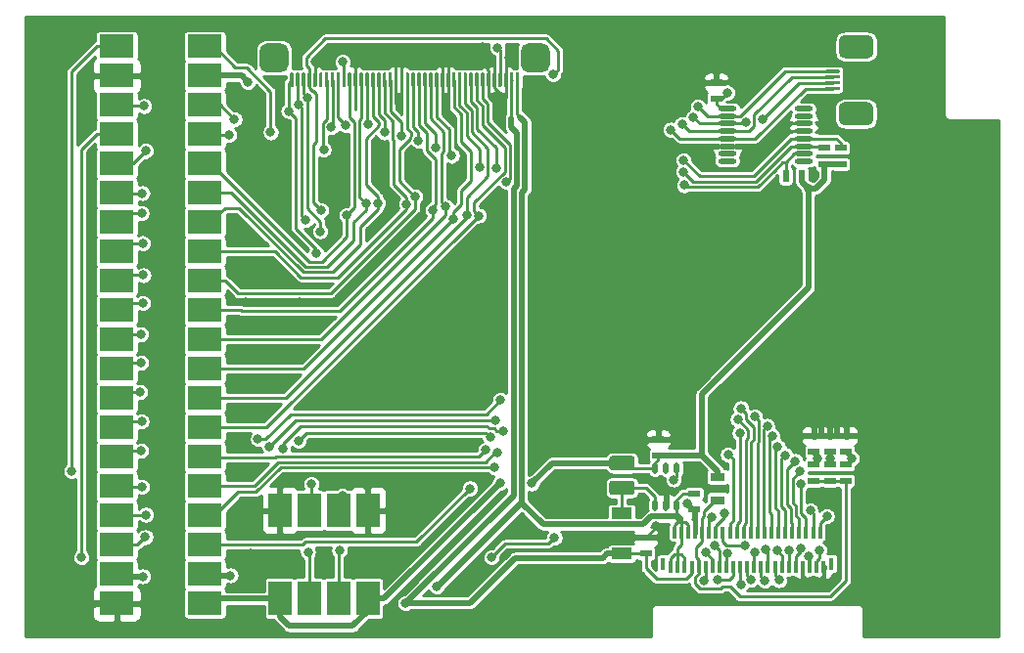
<source format=gbr>
%TF.GenerationSoftware,KiCad,Pcbnew,5.1.6-c6e7f7d~87~ubuntu20.04.1*%
%TF.CreationDate,2020-08-04T19:53:43+02:00*%
%TF.ProjectId,maithoga_lcd_board_480x320_R61529,6d616974-686f-4676-915f-6c63645f626f,V1.0*%
%TF.SameCoordinates,Original*%
%TF.FileFunction,Copper,L1,Top*%
%TF.FilePolarity,Positive*%
%FSLAX46Y46*%
G04 Gerber Fmt 4.6, Leading zero omitted, Abs format (unit mm)*
G04 Created by KiCad (PCBNEW 5.1.6-c6e7f7d~87~ubuntu20.04.1) date 2020-08-04 19:53:43*
%MOMM*%
%LPD*%
G01*
G04 APERTURE LIST*
%TA.AperFunction,SMDPad,CuDef*%
%ADD10R,0.350000X1.000000*%
%TD*%
%TA.AperFunction,SMDPad,CuDef*%
%ADD11R,0.350000X1.016000*%
%TD*%
%TA.AperFunction,SMDPad,CuDef*%
%ADD12R,0.400000X1.016000*%
%TD*%
%TA.AperFunction,SMDPad,CuDef*%
%ADD13R,1.300480X0.800100*%
%TD*%
%TA.AperFunction,SMDPad,CuDef*%
%ADD14R,1.000000X0.600000*%
%TD*%
%TA.AperFunction,SMDPad,CuDef*%
%ADD15R,1.800000X1.000000*%
%TD*%
%TA.AperFunction,SMDPad,CuDef*%
%ADD16R,0.600000X1.000000*%
%TD*%
%TA.AperFunction,SMDPad,CuDef*%
%ADD17O,1.600200X0.450000*%
%TD*%
%TA.AperFunction,SMDPad,CuDef*%
%ADD18O,0.550000X1.000760*%
%TD*%
%TA.AperFunction,SMDPad,CuDef*%
%ADD19R,3.000000X2.000000*%
%TD*%
%TA.AperFunction,SMDPad,CuDef*%
%ADD20R,2.000000X3.000000*%
%TD*%
%TA.AperFunction,ViaPad*%
%ADD21C,0.800000*%
%TD*%
%TA.AperFunction,Conductor*%
%ADD22C,0.254000*%
%TD*%
%TA.AperFunction,Conductor*%
%ADD23C,0.508000*%
%TD*%
G04 APERTURE END LIST*
%TO.P,DIS1,49*%
%TO.N,/Lichee Pi Display Connector/TPY2*%
%TA.AperFunction,SMDPad,CuDef*%
G36*
G01*
X171445001Y-70660001D02*
X172545001Y-70660001D01*
G75*
G02*
X172620001Y-70735001I0J-75000D01*
G01*
X172620001Y-70885001D01*
G75*
G02*
X172545001Y-70960001I-75000J0D01*
G01*
X171445001Y-70960001D01*
G75*
G02*
X171370001Y-70885001I0J75000D01*
G01*
X171370001Y-70735001D01*
G75*
G02*
X171445001Y-70660001I75000J0D01*
G01*
G37*
%TD.AperFunction*%
%TO.P,DIS1,0*%
%TO.N,N/C*%
%TA.AperFunction,SMDPad,CuDef*%
G36*
G01*
X173035001Y-66190001D02*
X175035001Y-66190001D01*
G75*
G02*
X175535001Y-66690001I0J-500000D01*
G01*
X175535001Y-67690001D01*
G75*
G02*
X175035001Y-68190001I-500000J0D01*
G01*
X173035001Y-68190001D01*
G75*
G02*
X172535001Y-67690001I0J500000D01*
G01*
X172535001Y-66690001D01*
G75*
G02*
X173035001Y-66190001I500000J0D01*
G01*
G37*
%TD.AperFunction*%
%TO.P,DIS1,47*%
%TO.N,/Lichee Pi Display Connector/TPX2*%
%TA.AperFunction,SMDPad,CuDef*%
G36*
G01*
X171445001Y-69660001D02*
X172545001Y-69660001D01*
G75*
G02*
X172620001Y-69735001I0J-75000D01*
G01*
X172620001Y-69885001D01*
G75*
G02*
X172545001Y-69960001I-75000J0D01*
G01*
X171445001Y-69960001D01*
G75*
G02*
X171370001Y-69885001I0J75000D01*
G01*
X171370001Y-69735001D01*
G75*
G02*
X171445001Y-69660001I75000J0D01*
G01*
G37*
%TD.AperFunction*%
%TO.P,DIS1,46*%
%TO.N,/Lichee Pi Display Connector/TPX1*%
%TA.AperFunction,SMDPad,CuDef*%
G36*
G01*
X171445001Y-69160001D02*
X172545001Y-69160001D01*
G75*
G02*
X172620001Y-69235001I0J-75000D01*
G01*
X172620001Y-69385001D01*
G75*
G02*
X172545001Y-69460001I-75000J0D01*
G01*
X171445001Y-69460001D01*
G75*
G02*
X171370001Y-69385001I0J75000D01*
G01*
X171370001Y-69235001D01*
G75*
G02*
X171445001Y-69160001I75000J0D01*
G01*
G37*
%TD.AperFunction*%
%TO.P,DIS1,48*%
%TO.N,/Lichee Pi Display Connector/TPY1*%
%TA.AperFunction,SMDPad,CuDef*%
G36*
G01*
X171445001Y-70160001D02*
X172545001Y-70160001D01*
G75*
G02*
X172620001Y-70235001I0J-75000D01*
G01*
X172620001Y-70385001D01*
G75*
G02*
X172545001Y-70460001I-75000J0D01*
G01*
X171445001Y-70460001D01*
G75*
G02*
X171370001Y-70385001I0J75000D01*
G01*
X171370001Y-70235001D01*
G75*
G02*
X171445001Y-70160001I75000J0D01*
G01*
G37*
%TD.AperFunction*%
%TO.P,DIS1,0*%
%TO.N,N/C*%
%TA.AperFunction,SMDPad,CuDef*%
G36*
G01*
X173015001Y-71990001D02*
X175015001Y-71990001D01*
G75*
G02*
X175515001Y-72490001I0J-500000D01*
G01*
X175515001Y-73490001D01*
G75*
G02*
X175015001Y-73990001I-500000J0D01*
G01*
X173015001Y-73990001D01*
G75*
G02*
X172515001Y-73490001I0J500000D01*
G01*
X172515001Y-72490001D01*
G75*
G02*
X173015001Y-71990001I500000J0D01*
G01*
G37*
%TD.AperFunction*%
D10*
%TO.P,DIS1,17*%
%TO.N,/Display and Touchscreen/DISP_SDO*%
X162805001Y-112260001D03*
%TO.P,DIS1,15*%
%TO.N,/Display and Touchscreen/DISP_~RD~*%
X162205001Y-112260001D03*
%TO.P,DIS1,21*%
%TO.N,/Display and Touchscreen/DISP_D3*%
X164005001Y-112260001D03*
%TO.P,DIS1,19*%
%TO.N,/Display and Touchscreen/DISP_D1*%
X163405001Y-112260001D03*
D11*
%TO.P,DIS1,12*%
%TO.N,/Display and Touchscreen/DISP_~CS~*%
X161305001Y-109260001D03*
%TO.P,DIS1,14*%
%TO.N,/Display and Touchscreen/DISP_~WR~*%
X161905001Y-109260001D03*
%TO.P,DIS1,16*%
%TO.N,/Display and Touchscreen/DISP_SDA*%
X162505001Y-109260001D03*
%TO.P,DIS1,18*%
%TO.N,/Display and Touchscreen/DISP_D0*%
X163105001Y-109260001D03*
%TO.P,DIS1,20*%
%TO.N,/Display and Touchscreen/DISP_D2*%
X163705001Y-109260001D03*
%TO.P,DIS1,22*%
%TO.N,/Display and Touchscreen/DISP_D4*%
X164305001Y-109260001D03*
%TO.P,DIS1,24*%
%TO.N,/Display and Touchscreen/DISP_D6*%
X164905001Y-109260001D03*
D12*
%TO.P,DIS1,0*%
%TO.N,N/C*%
X157305001Y-111960001D03*
X171905001Y-111960001D03*
D11*
%TO.P,DIS1,44*%
%TO.N,Net-(DIS1-Pad44)*%
X170905001Y-109260001D03*
%TO.P,DIS1,30*%
%TO.N,/Display and Touchscreen/DISP_D12*%
X166705001Y-109260001D03*
%TO.P,DIS1,40*%
%TO.N,/Display and Touchscreen/DISP_VSYNC*%
X169705001Y-109260001D03*
%TO.P,DIS1,42*%
%TO.N,Net-(DIS1-Pad42)*%
X170305001Y-109260001D03*
%TO.P,DIS1,32*%
%TO.N,/Display and Touchscreen/DISP_D14*%
X167305001Y-109260001D03*
%TO.P,DIS1,36*%
%TO.N,/Display and Touchscreen/DISP_ENABLE*%
X168505001Y-109260001D03*
%TO.P,DIS1,26*%
%TO.N,/Display and Touchscreen/DISP_D8*%
X165505001Y-109260001D03*
%TO.P,DIS1,38*%
%TO.N,/Display and Touchscreen/DISP_HSYNC*%
X169105001Y-109260001D03*
%TO.P,DIS1,34*%
%TO.N,/Display and Touchscreen/DISP_D16*%
X167905001Y-109260001D03*
%TO.P,DIS1,28*%
%TO.N,/Display and Touchscreen/DISP_D10*%
X166105001Y-109260001D03*
D10*
%TO.P,DIS1,37*%
%TO.N,/Display and Touchscreen/DISP_DOTCLK*%
X168805001Y-112260001D03*
%TO.P,DIS1,39*%
%TO.N,GND*%
X169405001Y-112260001D03*
%TO.P,DIS1,41*%
%TO.N,/Display and Touchscreen/DISP_~RESET~*%
X170005001Y-112260001D03*
%TO.P,DIS1,43*%
%TO.N,Net-(DIS1-Pad43)*%
X170605001Y-112260001D03*
%TO.P,DIS1,45*%
%TO.N,GND*%
X171205001Y-112260001D03*
%TO.P,DIS1,33*%
%TO.N,/Display and Touchscreen/DISP_D15*%
X167605001Y-112260001D03*
%TO.P,DIS1,29*%
%TO.N,/Display and Touchscreen/DISP_D11*%
X166405001Y-112260001D03*
%TO.P,DIS1,27*%
%TO.N,/Display and Touchscreen/DISP_D9*%
X165805001Y-112260001D03*
%TO.P,DIS1,31*%
%TO.N,/Display and Touchscreen/DISP_D13*%
X167005001Y-112260001D03*
%TO.P,DIS1,35*%
%TO.N,/Display and Touchscreen/DISP_D17*%
X168205001Y-112260001D03*
%TO.P,DIS1,13*%
%TO.N,/Display and Touchscreen/DISP_RS*%
X161605001Y-112260001D03*
%TO.P,DIS1,11*%
%TO.N,/Display and Touchscreen/DISP_TE*%
X161005001Y-112260001D03*
%TO.P,DIS1,9*%
%TO.N,Net-(D1-Pad2)*%
X160405001Y-112260001D03*
%TO.P,DIS1,7*%
%TO.N,/Display and Touchscreen/LCD_LED_A*%
X159805001Y-112260001D03*
%TO.P,DIS1,5*%
%TO.N,/Display and Touchscreen/LCD_LED_K*%
X159205001Y-112260001D03*
D11*
%TO.P,DIS1,4*%
X158905001Y-109260001D03*
%TO.P,DIS1,2*%
X158305001Y-109260001D03*
D10*
%TO.P,DIS1,1*%
X158005001Y-112260001D03*
%TO.P,DIS1,3*%
X158605001Y-112260001D03*
D11*
%TO.P,DIS1,6*%
X159505001Y-109260001D03*
%TO.P,DIS1,8*%
%TO.N,GND*%
X160105001Y-109260001D03*
%TO.P,DIS1,10*%
%TO.N,Net-(D1-Pad2)*%
X160705001Y-109260001D03*
D10*
%TO.P,DIS1,25*%
%TO.N,/Display and Touchscreen/DISP_D7*%
X165205001Y-112260001D03*
%TO.P,DIS1,23*%
%TO.N,/Display and Touchscreen/DISP_D5*%
X164605001Y-112260001D03*
%TD*%
D13*
%TO.P,D1,1*%
%TO.N,3V3*%
X162050000Y-104459240D03*
%TO.P,D1,2*%
%TO.N,Net-(D1-Pad2)*%
X162050000Y-106460760D03*
%TD*%
D14*
%TO.P,C1,2*%
%TO.N,GND*%
X161925000Y-70290000D03*
%TO.P,C1,1*%
%TO.N,3V3*%
X161925000Y-71690000D03*
%TD*%
%TO.P,C2,1*%
%TO.N,GND*%
X156905000Y-101165000D03*
%TO.P,C2,2*%
%TO.N,3V3*%
X156905000Y-102565000D03*
%TD*%
%TO.P,C3,1*%
%TO.N,/Display and Touchscreen/LCD_LED_A*%
X155835000Y-111090000D03*
%TO.P,C3,2*%
%TO.N,GND*%
X155835000Y-109690000D03*
%TD*%
D15*
%TO.P,D2,2*%
%TO.N,Net-(D2-Pad2)*%
X153755000Y-107605000D03*
%TO.P,D2,1*%
%TO.N,/Display and Touchscreen/LCD_LED_A*%
X153755000Y-111105000D03*
%TD*%
%TO.P,L1,1*%
%TO.N,3V3*%
%TA.AperFunction,SMDPad,CuDef*%
G36*
G01*
X152925000Y-102625000D02*
X154625000Y-102625000D01*
G75*
G02*
X154875000Y-102875000I0J-250000D01*
G01*
X154875000Y-103625000D01*
G75*
G02*
X154625000Y-103875000I-250000J0D01*
G01*
X152925000Y-103875000D01*
G75*
G02*
X152675000Y-103625000I0J250000D01*
G01*
X152675000Y-102875000D01*
G75*
G02*
X152925000Y-102625000I250000J0D01*
G01*
G37*
%TD.AperFunction*%
%TO.P,L1,2*%
%TO.N,Net-(D2-Pad2)*%
%TA.AperFunction,SMDPad,CuDef*%
G36*
G01*
X152925000Y-104775000D02*
X154625000Y-104775000D01*
G75*
G02*
X154875000Y-105025000I0J-250000D01*
G01*
X154875000Y-105775000D01*
G75*
G02*
X154625000Y-106025000I-250000J0D01*
G01*
X152925000Y-106025000D01*
G75*
G02*
X152675000Y-105775000I0J250000D01*
G01*
X152675000Y-105025000D01*
G75*
G02*
X152925000Y-104775000I250000J0D01*
G01*
G37*
%TD.AperFunction*%
%TD*%
D14*
%TO.P,R1,2*%
%TO.N,/Display and Touchscreen/TOUCHSCREEN_SCL*%
X172695000Y-75955000D03*
%TO.P,R1,1*%
%TO.N,3V3*%
X172695000Y-77355000D03*
%TD*%
%TO.P,R2,1*%
%TO.N,3V3*%
X171275000Y-77355000D03*
%TO.P,R2,2*%
%TO.N,/Display and Touchscreen/TOUCHSCREEN_SDA*%
X171275000Y-75955000D03*
%TD*%
D16*
%TO.P,R3,1*%
%TO.N,/Display and Touchscreen/TOUCHSCREEN_IRQ*%
X167930000Y-78405000D03*
%TO.P,R3,2*%
%TO.N,3V3*%
X169330000Y-78405000D03*
%TD*%
D14*
%TO.P,R4,1*%
%TO.N,/Display and Touchscreen/LCD_LED_K*%
X160020000Y-105880000D03*
%TO.P,R4,2*%
%TO.N,GND*%
X160020000Y-107280000D03*
%TD*%
D17*
%TO.P,U1,9*%
%TO.N,N/C*%
X169485000Y-77105000D03*
%TO.P,U1,10*%
%TO.N,/Display and Touchscreen/TOUCHSCREEN_IRQ*%
X169485000Y-76455000D03*
%TO.P,U1,11*%
%TO.N,/Display and Touchscreen/TOUCHSCREEN_SDA*%
X169485000Y-75805000D03*
%TO.P,U1,12*%
%TO.N,/Display and Touchscreen/TOUCHSCREEN_SCL*%
X169485000Y-75155000D03*
%TO.P,U1,13*%
%TO.N,GND*%
X169485000Y-74505000D03*
%TO.P,U1,14*%
X169485000Y-73855000D03*
%TO.P,U1,15*%
%TO.N,N/C*%
X169485000Y-73205000D03*
%TO.P,U1,16*%
X169485000Y-72555000D03*
%TO.P,U1,1*%
%TO.N,3V3*%
X162885000Y-72555000D03*
%TO.P,U1,2*%
%TO.N,/Lichee Pi Display Connector/TPX1*%
X162885000Y-73205000D03*
%TO.P,U1,3*%
%TO.N,/Lichee Pi Display Connector/TPY1*%
X162885000Y-73855000D03*
%TO.P,U1,4*%
%TO.N,/Lichee Pi Display Connector/TPX2*%
X162885000Y-74505000D03*
%TO.P,U1,5*%
%TO.N,/Lichee Pi Display Connector/TPY2*%
X162885000Y-75155000D03*
%TO.P,U1,6*%
%TO.N,GND*%
X162885000Y-75805000D03*
%TO.P,U1,7*%
%TO.N,N/C*%
X162885000Y-76455000D03*
%TO.P,U1,8*%
X162885000Y-77105000D03*
%TD*%
D18*
%TO.P,U2,6*%
%TO.N,3V3*%
X156625000Y-103715000D03*
%TO.P,U2,5*%
%TO.N,N/C*%
X157575000Y-103715000D03*
%TO.P,U2,4*%
%TO.N,/Display and Touchscreen/BACKLIGHT_PWM*%
X158525000Y-103715000D03*
%TO.P,U2,3*%
%TO.N,/Display and Touchscreen/LCD_LED_K*%
X158525000Y-106915000D03*
%TO.P,U2,2*%
%TO.N,GND*%
X157575000Y-106915000D03*
%TO.P,U2,1*%
%TO.N,Net-(D2-Pad2)*%
X156625000Y-106915000D03*
%TD*%
%TO.P,P2,1*%
%TO.N,/Lichee Pi Display Connector/TPY2*%
%TA.AperFunction,SMDPad,CuDef*%
G36*
G01*
X125080000Y-70610000D02*
X125080000Y-69510000D01*
G75*
G02*
X125155000Y-69435000I75000J0D01*
G01*
X125305000Y-69435000D01*
G75*
G02*
X125380000Y-69510000I0J-75000D01*
G01*
X125380000Y-70610000D01*
G75*
G02*
X125305000Y-70685000I-75000J0D01*
G01*
X125155000Y-70685000D01*
G75*
G02*
X125080000Y-70610000I0J75000D01*
G01*
G37*
%TD.AperFunction*%
%TO.P,P2,2*%
%TO.N,/Lichee Pi Display Connector/TPX2*%
%TA.AperFunction,SMDPad,CuDef*%
G36*
G01*
X125580000Y-70610000D02*
X125580000Y-69510000D01*
G75*
G02*
X125655000Y-69435000I75000J0D01*
G01*
X125805000Y-69435000D01*
G75*
G02*
X125880000Y-69510000I0J-75000D01*
G01*
X125880000Y-70610000D01*
G75*
G02*
X125805000Y-70685000I-75000J0D01*
G01*
X125655000Y-70685000D01*
G75*
G02*
X125580000Y-70610000I0J75000D01*
G01*
G37*
%TD.AperFunction*%
%TO.P,P2,4*%
%TO.N,/Lichee Pi Display Connector/TPX1*%
%TA.AperFunction,SMDPad,CuDef*%
G36*
G01*
X126580000Y-70610000D02*
X126580000Y-69510000D01*
G75*
G02*
X126655000Y-69435000I75000J0D01*
G01*
X126805000Y-69435000D01*
G75*
G02*
X126880000Y-69510000I0J-75000D01*
G01*
X126880000Y-70610000D01*
G75*
G02*
X126805000Y-70685000I-75000J0D01*
G01*
X126655000Y-70685000D01*
G75*
G02*
X126580000Y-70610000I0J75000D01*
G01*
G37*
%TD.AperFunction*%
%TO.P,P2,3*%
%TO.N,/Lichee Pi Display Connector/TPY1*%
%TA.AperFunction,SMDPad,CuDef*%
G36*
G01*
X126080000Y-70610000D02*
X126080000Y-69510000D01*
G75*
G02*
X126155000Y-69435000I75000J0D01*
G01*
X126305000Y-69435000D01*
G75*
G02*
X126380000Y-69510000I0J-75000D01*
G01*
X126380000Y-70610000D01*
G75*
G02*
X126305000Y-70685000I-75000J0D01*
G01*
X126155000Y-70685000D01*
G75*
G02*
X126080000Y-70610000I0J75000D01*
G01*
G37*
%TD.AperFunction*%
%TO.P,P2,8*%
%TO.N,/Display and Touchscreen/DISP_VSYNC*%
%TA.AperFunction,SMDPad,CuDef*%
G36*
G01*
X128580000Y-70610000D02*
X128580000Y-69510000D01*
G75*
G02*
X128655000Y-69435000I75000J0D01*
G01*
X128805000Y-69435000D01*
G75*
G02*
X128880000Y-69510000I0J-75000D01*
G01*
X128880000Y-70610000D01*
G75*
G02*
X128805000Y-70685000I-75000J0D01*
G01*
X128655000Y-70685000D01*
G75*
G02*
X128580000Y-70610000I0J75000D01*
G01*
G37*
%TD.AperFunction*%
%TO.P,P2,7*%
%TO.N,/Display and Touchscreen/DISP_ENABLE*%
%TA.AperFunction,SMDPad,CuDef*%
G36*
G01*
X128080000Y-70610000D02*
X128080000Y-69510000D01*
G75*
G02*
X128155000Y-69435000I75000J0D01*
G01*
X128305000Y-69435000D01*
G75*
G02*
X128380000Y-69510000I0J-75000D01*
G01*
X128380000Y-70610000D01*
G75*
G02*
X128305000Y-70685000I-75000J0D01*
G01*
X128155000Y-70685000D01*
G75*
G02*
X128080000Y-70610000I0J75000D01*
G01*
G37*
%TD.AperFunction*%
%TO.P,P2,6*%
%TO.N,N/C*%
%TA.AperFunction,SMDPad,CuDef*%
G36*
G01*
X127580000Y-70610000D02*
X127580000Y-69510000D01*
G75*
G02*
X127655000Y-69435000I75000J0D01*
G01*
X127805000Y-69435000D01*
G75*
G02*
X127880000Y-69510000I0J-75000D01*
G01*
X127880000Y-70610000D01*
G75*
G02*
X127805000Y-70685000I-75000J0D01*
G01*
X127655000Y-70685000D01*
G75*
G02*
X127580000Y-70610000I0J75000D01*
G01*
G37*
%TD.AperFunction*%
%TO.P,P2,5*%
%TO.N,GND*%
%TA.AperFunction,SMDPad,CuDef*%
G36*
G01*
X127080000Y-70610000D02*
X127080000Y-69510000D01*
G75*
G02*
X127155000Y-69435000I75000J0D01*
G01*
X127305000Y-69435000D01*
G75*
G02*
X127380000Y-69510000I0J-75000D01*
G01*
X127380000Y-70610000D01*
G75*
G02*
X127305000Y-70685000I-75000J0D01*
G01*
X127155000Y-70685000D01*
G75*
G02*
X127080000Y-70610000I0J75000D01*
G01*
G37*
%TD.AperFunction*%
%TO.P,P2,12*%
%TA.AperFunction,SMDPad,CuDef*%
G36*
G01*
X130580000Y-70610000D02*
X130580000Y-69510000D01*
G75*
G02*
X130655000Y-69435000I75000J0D01*
G01*
X130805000Y-69435000D01*
G75*
G02*
X130880000Y-69510000I0J-75000D01*
G01*
X130880000Y-70610000D01*
G75*
G02*
X130805000Y-70685000I-75000J0D01*
G01*
X130655000Y-70685000D01*
G75*
G02*
X130580000Y-70610000I0J75000D01*
G01*
G37*
%TD.AperFunction*%
%TO.P,P2,11*%
%TO.N,/Display and Touchscreen/DISP_DOTCLK*%
%TA.AperFunction,SMDPad,CuDef*%
G36*
G01*
X130080000Y-70610000D02*
X130080000Y-69510000D01*
G75*
G02*
X130155000Y-69435000I75000J0D01*
G01*
X130305000Y-69435000D01*
G75*
G02*
X130380000Y-69510000I0J-75000D01*
G01*
X130380000Y-70610000D01*
G75*
G02*
X130305000Y-70685000I-75000J0D01*
G01*
X130155000Y-70685000D01*
G75*
G02*
X130080000Y-70610000I0J75000D01*
G01*
G37*
%TD.AperFunction*%
%TO.P,P2,14*%
%TO.N,/Display and Touchscreen/DISP_D16*%
%TA.AperFunction,SMDPad,CuDef*%
G36*
G01*
X131580000Y-70610000D02*
X131580000Y-69510000D01*
G75*
G02*
X131655000Y-69435000I75000J0D01*
G01*
X131805000Y-69435000D01*
G75*
G02*
X131880000Y-69510000I0J-75000D01*
G01*
X131880000Y-70610000D01*
G75*
G02*
X131805000Y-70685000I-75000J0D01*
G01*
X131655000Y-70685000D01*
G75*
G02*
X131580000Y-70610000I0J75000D01*
G01*
G37*
%TD.AperFunction*%
%TO.P,P2,13*%
%TO.N,/Display and Touchscreen/DISP_D17*%
%TA.AperFunction,SMDPad,CuDef*%
G36*
G01*
X131080000Y-70610000D02*
X131080000Y-69510000D01*
G75*
G02*
X131155000Y-69435000I75000J0D01*
G01*
X131305000Y-69435000D01*
G75*
G02*
X131380000Y-69510000I0J-75000D01*
G01*
X131380000Y-70610000D01*
G75*
G02*
X131305000Y-70685000I-75000J0D01*
G01*
X131155000Y-70685000D01*
G75*
G02*
X131080000Y-70610000I0J75000D01*
G01*
G37*
%TD.AperFunction*%
%TO.P,P2,10*%
%TO.N,3V3*%
%TA.AperFunction,SMDPad,CuDef*%
G36*
G01*
X129580000Y-70610000D02*
X129580000Y-69510000D01*
G75*
G02*
X129655000Y-69435000I75000J0D01*
G01*
X129805000Y-69435000D01*
G75*
G02*
X129880000Y-69510000I0J-75000D01*
G01*
X129880000Y-70610000D01*
G75*
G02*
X129805000Y-70685000I-75000J0D01*
G01*
X129655000Y-70685000D01*
G75*
G02*
X129580000Y-70610000I0J75000D01*
G01*
G37*
%TD.AperFunction*%
%TO.P,P2,9*%
%TO.N,/Display and Touchscreen/DISP_HSYNC*%
%TA.AperFunction,SMDPad,CuDef*%
G36*
G01*
X129080000Y-70610000D02*
X129080000Y-69510000D01*
G75*
G02*
X129155000Y-69435000I75000J0D01*
G01*
X129305000Y-69435000D01*
G75*
G02*
X129380000Y-69510000I0J-75000D01*
G01*
X129380000Y-70610000D01*
G75*
G02*
X129305000Y-70685000I-75000J0D01*
G01*
X129155000Y-70685000D01*
G75*
G02*
X129080000Y-70610000I0J75000D01*
G01*
G37*
%TD.AperFunction*%
%TO.P,P2,15*%
%TO.N,/Display and Touchscreen/DISP_D15*%
%TA.AperFunction,SMDPad,CuDef*%
G36*
G01*
X132080000Y-70610000D02*
X132080000Y-69510000D01*
G75*
G02*
X132155000Y-69435000I75000J0D01*
G01*
X132305000Y-69435000D01*
G75*
G02*
X132380000Y-69510000I0J-75000D01*
G01*
X132380000Y-70610000D01*
G75*
G02*
X132305000Y-70685000I-75000J0D01*
G01*
X132155000Y-70685000D01*
G75*
G02*
X132080000Y-70610000I0J75000D01*
G01*
G37*
%TD.AperFunction*%
%TO.P,P2,16*%
%TO.N,/Display and Touchscreen/DISP_D14*%
%TA.AperFunction,SMDPad,CuDef*%
G36*
G01*
X132580000Y-70610000D02*
X132580000Y-69510000D01*
G75*
G02*
X132655000Y-69435000I75000J0D01*
G01*
X132805000Y-69435000D01*
G75*
G02*
X132880000Y-69510000I0J-75000D01*
G01*
X132880000Y-70610000D01*
G75*
G02*
X132805000Y-70685000I-75000J0D01*
G01*
X132655000Y-70685000D01*
G75*
G02*
X132580000Y-70610000I0J75000D01*
G01*
G37*
%TD.AperFunction*%
%TO.P,P2,29*%
%TO.N,/Display and Touchscreen/DISP_D5*%
%TA.AperFunction,SMDPad,CuDef*%
G36*
G01*
X139080000Y-70610000D02*
X139080000Y-69510000D01*
G75*
G02*
X139155000Y-69435000I75000J0D01*
G01*
X139305000Y-69435000D01*
G75*
G02*
X139380000Y-69510000I0J-75000D01*
G01*
X139380000Y-70610000D01*
G75*
G02*
X139305000Y-70685000I-75000J0D01*
G01*
X139155000Y-70685000D01*
G75*
G02*
X139080000Y-70610000I0J75000D01*
G01*
G37*
%TD.AperFunction*%
%TO.P,P2,20*%
%TO.N,GND*%
%TA.AperFunction,SMDPad,CuDef*%
G36*
G01*
X134580000Y-70610000D02*
X134580000Y-69510000D01*
G75*
G02*
X134655000Y-69435000I75000J0D01*
G01*
X134805000Y-69435000D01*
G75*
G02*
X134880000Y-69510000I0J-75000D01*
G01*
X134880000Y-70610000D01*
G75*
G02*
X134805000Y-70685000I-75000J0D01*
G01*
X134655000Y-70685000D01*
G75*
G02*
X134580000Y-70610000I0J75000D01*
G01*
G37*
%TD.AperFunction*%
%TO.P,P2,19*%
%TA.AperFunction,SMDPad,CuDef*%
G36*
G01*
X134080000Y-70610000D02*
X134080000Y-69510000D01*
G75*
G02*
X134155000Y-69435000I75000J0D01*
G01*
X134305000Y-69435000D01*
G75*
G02*
X134380000Y-69510000I0J-75000D01*
G01*
X134380000Y-70610000D01*
G75*
G02*
X134305000Y-70685000I-75000J0D01*
G01*
X134155000Y-70685000D01*
G75*
G02*
X134080000Y-70610000I0J75000D01*
G01*
G37*
%TD.AperFunction*%
%TO.P,P2,22*%
%TO.N,/Display and Touchscreen/DISP_D10*%
%TA.AperFunction,SMDPad,CuDef*%
G36*
G01*
X135580000Y-70610000D02*
X135580000Y-69510000D01*
G75*
G02*
X135655000Y-69435000I75000J0D01*
G01*
X135805000Y-69435000D01*
G75*
G02*
X135880000Y-69510000I0J-75000D01*
G01*
X135880000Y-70610000D01*
G75*
G02*
X135805000Y-70685000I-75000J0D01*
G01*
X135655000Y-70685000D01*
G75*
G02*
X135580000Y-70610000I0J75000D01*
G01*
G37*
%TD.AperFunction*%
%TO.P,P2,21*%
%TO.N,/Display and Touchscreen/DISP_D11*%
%TA.AperFunction,SMDPad,CuDef*%
G36*
G01*
X135080000Y-70610000D02*
X135080000Y-69510000D01*
G75*
G02*
X135155000Y-69435000I75000J0D01*
G01*
X135305000Y-69435000D01*
G75*
G02*
X135380000Y-69510000I0J-75000D01*
G01*
X135380000Y-70610000D01*
G75*
G02*
X135305000Y-70685000I-75000J0D01*
G01*
X135155000Y-70685000D01*
G75*
G02*
X135080000Y-70610000I0J75000D01*
G01*
G37*
%TD.AperFunction*%
%TO.P,P2,27*%
%TO.N,GND*%
%TA.AperFunction,SMDPad,CuDef*%
G36*
G01*
X138080000Y-70610000D02*
X138080000Y-69510000D01*
G75*
G02*
X138155000Y-69435000I75000J0D01*
G01*
X138305000Y-69435000D01*
G75*
G02*
X138380000Y-69510000I0J-75000D01*
G01*
X138380000Y-70610000D01*
G75*
G02*
X138305000Y-70685000I-75000J0D01*
G01*
X138155000Y-70685000D01*
G75*
G02*
X138080000Y-70610000I0J75000D01*
G01*
G37*
%TD.AperFunction*%
%TO.P,P2,18*%
%TO.N,/Display and Touchscreen/DISP_D12*%
%TA.AperFunction,SMDPad,CuDef*%
G36*
G01*
X133580000Y-70610000D02*
X133580000Y-69510000D01*
G75*
G02*
X133655000Y-69435000I75000J0D01*
G01*
X133805000Y-69435000D01*
G75*
G02*
X133880000Y-69510000I0J-75000D01*
G01*
X133880000Y-70610000D01*
G75*
G02*
X133805000Y-70685000I-75000J0D01*
G01*
X133655000Y-70685000D01*
G75*
G02*
X133580000Y-70610000I0J75000D01*
G01*
G37*
%TD.AperFunction*%
%TO.P,P2,17*%
%TO.N,/Display and Touchscreen/DISP_D13*%
%TA.AperFunction,SMDPad,CuDef*%
G36*
G01*
X133080000Y-70610000D02*
X133080000Y-69510000D01*
G75*
G02*
X133155000Y-69435000I75000J0D01*
G01*
X133305000Y-69435000D01*
G75*
G02*
X133380000Y-69510000I0J-75000D01*
G01*
X133380000Y-70610000D01*
G75*
G02*
X133305000Y-70685000I-75000J0D01*
G01*
X133155000Y-70685000D01*
G75*
G02*
X133080000Y-70610000I0J75000D01*
G01*
G37*
%TD.AperFunction*%
%TO.P,P2,31*%
%TO.N,/Display and Touchscreen/DISP_D3*%
%TA.AperFunction,SMDPad,CuDef*%
G36*
G01*
X140080000Y-70610000D02*
X140080000Y-69510000D01*
G75*
G02*
X140155000Y-69435000I75000J0D01*
G01*
X140305000Y-69435000D01*
G75*
G02*
X140380000Y-69510000I0J-75000D01*
G01*
X140380000Y-70610000D01*
G75*
G02*
X140305000Y-70685000I-75000J0D01*
G01*
X140155000Y-70685000D01*
G75*
G02*
X140080000Y-70610000I0J75000D01*
G01*
G37*
%TD.AperFunction*%
%TO.P,P2,26*%
%TO.N,/Display and Touchscreen/DISP_D6*%
%TA.AperFunction,SMDPad,CuDef*%
G36*
G01*
X137580000Y-70610000D02*
X137580000Y-69510000D01*
G75*
G02*
X137655000Y-69435000I75000J0D01*
G01*
X137805000Y-69435000D01*
G75*
G02*
X137880000Y-69510000I0J-75000D01*
G01*
X137880000Y-70610000D01*
G75*
G02*
X137805000Y-70685000I-75000J0D01*
G01*
X137655000Y-70685000D01*
G75*
G02*
X137580000Y-70610000I0J75000D01*
G01*
G37*
%TD.AperFunction*%
%TO.P,P2,23*%
%TO.N,/Display and Touchscreen/DISP_D9*%
%TA.AperFunction,SMDPad,CuDef*%
G36*
G01*
X136080000Y-70610000D02*
X136080000Y-69510000D01*
G75*
G02*
X136155000Y-69435000I75000J0D01*
G01*
X136305000Y-69435000D01*
G75*
G02*
X136380000Y-69510000I0J-75000D01*
G01*
X136380000Y-70610000D01*
G75*
G02*
X136305000Y-70685000I-75000J0D01*
G01*
X136155000Y-70685000D01*
G75*
G02*
X136080000Y-70610000I0J75000D01*
G01*
G37*
%TD.AperFunction*%
%TO.P,P2,30*%
%TO.N,/Display and Touchscreen/DISP_D4*%
%TA.AperFunction,SMDPad,CuDef*%
G36*
G01*
X139580000Y-70610000D02*
X139580000Y-69510000D01*
G75*
G02*
X139655000Y-69435000I75000J0D01*
G01*
X139805000Y-69435000D01*
G75*
G02*
X139880000Y-69510000I0J-75000D01*
G01*
X139880000Y-70610000D01*
G75*
G02*
X139805000Y-70685000I-75000J0D01*
G01*
X139655000Y-70685000D01*
G75*
G02*
X139580000Y-70610000I0J75000D01*
G01*
G37*
%TD.AperFunction*%
%TO.P,P2,28*%
%TO.N,GND*%
%TA.AperFunction,SMDPad,CuDef*%
G36*
G01*
X138580000Y-70610000D02*
X138580000Y-69510000D01*
G75*
G02*
X138655000Y-69435000I75000J0D01*
G01*
X138805000Y-69435000D01*
G75*
G02*
X138880000Y-69510000I0J-75000D01*
G01*
X138880000Y-70610000D01*
G75*
G02*
X138805000Y-70685000I-75000J0D01*
G01*
X138655000Y-70685000D01*
G75*
G02*
X138580000Y-70610000I0J75000D01*
G01*
G37*
%TD.AperFunction*%
%TO.P,P2,32*%
%TO.N,/Display and Touchscreen/DISP_D2*%
%TA.AperFunction,SMDPad,CuDef*%
G36*
G01*
X140580000Y-70610000D02*
X140580000Y-69510000D01*
G75*
G02*
X140655000Y-69435000I75000J0D01*
G01*
X140805000Y-69435000D01*
G75*
G02*
X140880000Y-69510000I0J-75000D01*
G01*
X140880000Y-70610000D01*
G75*
G02*
X140805000Y-70685000I-75000J0D01*
G01*
X140655000Y-70685000D01*
G75*
G02*
X140580000Y-70610000I0J75000D01*
G01*
G37*
%TD.AperFunction*%
%TO.P,P2,25*%
%TO.N,/Display and Touchscreen/DISP_D7*%
%TA.AperFunction,SMDPad,CuDef*%
G36*
G01*
X137080000Y-70610000D02*
X137080000Y-69510000D01*
G75*
G02*
X137155000Y-69435000I75000J0D01*
G01*
X137305000Y-69435000D01*
G75*
G02*
X137380000Y-69510000I0J-75000D01*
G01*
X137380000Y-70610000D01*
G75*
G02*
X137305000Y-70685000I-75000J0D01*
G01*
X137155000Y-70685000D01*
G75*
G02*
X137080000Y-70610000I0J75000D01*
G01*
G37*
%TD.AperFunction*%
%TO.P,P2,24*%
%TO.N,/Display and Touchscreen/DISP_D8*%
%TA.AperFunction,SMDPad,CuDef*%
G36*
G01*
X136580000Y-70610000D02*
X136580000Y-69510000D01*
G75*
G02*
X136655000Y-69435000I75000J0D01*
G01*
X136805000Y-69435000D01*
G75*
G02*
X136880000Y-69510000I0J-75000D01*
G01*
X136880000Y-70610000D01*
G75*
G02*
X136805000Y-70685000I-75000J0D01*
G01*
X136655000Y-70685000D01*
G75*
G02*
X136580000Y-70610000I0J75000D01*
G01*
G37*
%TD.AperFunction*%
%TO.P,P2,35*%
%TO.N,GND*%
%TA.AperFunction,SMDPad,CuDef*%
G36*
G01*
X142080000Y-70610000D02*
X142080000Y-69510000D01*
G75*
G02*
X142155000Y-69435000I75000J0D01*
G01*
X142305000Y-69435000D01*
G75*
G02*
X142380000Y-69510000I0J-75000D01*
G01*
X142380000Y-70610000D01*
G75*
G02*
X142305000Y-70685000I-75000J0D01*
G01*
X142155000Y-70685000D01*
G75*
G02*
X142080000Y-70610000I0J75000D01*
G01*
G37*
%TD.AperFunction*%
%TO.P,P2,36*%
%TA.AperFunction,SMDPad,CuDef*%
G36*
G01*
X142580000Y-70610000D02*
X142580000Y-69510000D01*
G75*
G02*
X142655000Y-69435000I75000J0D01*
G01*
X142805000Y-69435000D01*
G75*
G02*
X142880000Y-69510000I0J-75000D01*
G01*
X142880000Y-70610000D01*
G75*
G02*
X142805000Y-70685000I-75000J0D01*
G01*
X142655000Y-70685000D01*
G75*
G02*
X142580000Y-70610000I0J75000D01*
G01*
G37*
%TD.AperFunction*%
%TO.P,P2,40*%
%TO.N,/Display and Touchscreen/LCD_LED_K*%
%TA.AperFunction,SMDPad,CuDef*%
G36*
G01*
X144580000Y-70610000D02*
X144580000Y-69510000D01*
G75*
G02*
X144655000Y-69435000I75000J0D01*
G01*
X144805000Y-69435000D01*
G75*
G02*
X144880000Y-69510000I0J-75000D01*
G01*
X144880000Y-70610000D01*
G75*
G02*
X144805000Y-70685000I-75000J0D01*
G01*
X144655000Y-70685000D01*
G75*
G02*
X144580000Y-70610000I0J75000D01*
G01*
G37*
%TD.AperFunction*%
%TO.P,P2,38*%
%TO.N,GND*%
%TA.AperFunction,SMDPad,CuDef*%
G36*
G01*
X143580000Y-70610000D02*
X143580000Y-69510000D01*
G75*
G02*
X143655000Y-69435000I75000J0D01*
G01*
X143805000Y-69435000D01*
G75*
G02*
X143880000Y-69510000I0J-75000D01*
G01*
X143880000Y-70610000D01*
G75*
G02*
X143805000Y-70685000I-75000J0D01*
G01*
X143655000Y-70685000D01*
G75*
G02*
X143580000Y-70610000I0J75000D01*
G01*
G37*
%TD.AperFunction*%
%TO.P,P2,33*%
%TO.N,/Display and Touchscreen/DISP_D1*%
%TA.AperFunction,SMDPad,CuDef*%
G36*
G01*
X141080000Y-70610000D02*
X141080000Y-69510000D01*
G75*
G02*
X141155000Y-69435000I75000J0D01*
G01*
X141305000Y-69435000D01*
G75*
G02*
X141380000Y-69510000I0J-75000D01*
G01*
X141380000Y-70610000D01*
G75*
G02*
X141305000Y-70685000I-75000J0D01*
G01*
X141155000Y-70685000D01*
G75*
G02*
X141080000Y-70610000I0J75000D01*
G01*
G37*
%TD.AperFunction*%
%TO.P,P2,39*%
%TO.N,/Display and Touchscreen/LCD_LED_A*%
%TA.AperFunction,SMDPad,CuDef*%
G36*
G01*
X144080000Y-70610000D02*
X144080000Y-69510000D01*
G75*
G02*
X144155000Y-69435000I75000J0D01*
G01*
X144305000Y-69435000D01*
G75*
G02*
X144380000Y-69510000I0J-75000D01*
G01*
X144380000Y-70610000D01*
G75*
G02*
X144305000Y-70685000I-75000J0D01*
G01*
X144155000Y-70685000D01*
G75*
G02*
X144080000Y-70610000I0J75000D01*
G01*
G37*
%TD.AperFunction*%
%TO.P,P2,34*%
%TO.N,/Display and Touchscreen/DISP_D0*%
%TA.AperFunction,SMDPad,CuDef*%
G36*
G01*
X141580000Y-70610000D02*
X141580000Y-69510000D01*
G75*
G02*
X141655000Y-69435000I75000J0D01*
G01*
X141805000Y-69435000D01*
G75*
G02*
X141880000Y-69510000I0J-75000D01*
G01*
X141880000Y-70610000D01*
G75*
G02*
X141805000Y-70685000I-75000J0D01*
G01*
X141655000Y-70685000D01*
G75*
G02*
X141580000Y-70610000I0J75000D01*
G01*
G37*
%TD.AperFunction*%
%TO.P,P2,0*%
%TO.N,N/C*%
%TA.AperFunction,SMDPad,CuDef*%
G36*
G01*
X145030000Y-68785000D02*
X145030000Y-67535000D01*
G75*
G02*
X145655000Y-66910000I625000J0D01*
G01*
X146905000Y-66910000D01*
G75*
G02*
X147530000Y-67535000I0J-625000D01*
G01*
X147530000Y-68785000D01*
G75*
G02*
X146905000Y-69410000I-625000J0D01*
G01*
X145655000Y-69410000D01*
G75*
G02*
X145030000Y-68785000I0J625000D01*
G01*
G37*
%TD.AperFunction*%
%TO.P,P2,37*%
%TO.N,3V3*%
%TA.AperFunction,SMDPad,CuDef*%
G36*
G01*
X143080000Y-70610000D02*
X143080000Y-69510000D01*
G75*
G02*
X143155000Y-69435000I75000J0D01*
G01*
X143305000Y-69435000D01*
G75*
G02*
X143380000Y-69510000I0J-75000D01*
G01*
X143380000Y-70610000D01*
G75*
G02*
X143305000Y-70685000I-75000J0D01*
G01*
X143155000Y-70685000D01*
G75*
G02*
X143080000Y-70610000I0J75000D01*
G01*
G37*
%TD.AperFunction*%
%TO.P,P2,0*%
%TO.N,N/C*%
%TA.AperFunction,SMDPad,CuDef*%
G36*
G01*
X122430000Y-68785000D02*
X122430000Y-67535000D01*
G75*
G02*
X123055000Y-66910000I625000J0D01*
G01*
X124305000Y-66910000D01*
G75*
G02*
X124930000Y-67535000I0J-625000D01*
G01*
X124930000Y-68785000D01*
G75*
G02*
X124305000Y-69410000I-625000J0D01*
G01*
X123055000Y-69410000D01*
G75*
G02*
X122430000Y-68785000I0J625000D01*
G01*
G37*
%TD.AperFunction*%
%TD*%
D19*
%TO.P,P1,1*%
%TO.N,3V3*%
X117705000Y-115420000D03*
%TO.P,P1,3*%
%TO.N,/Display and Touchscreen/LCD_LED_K*%
X117705000Y-112880000D03*
%TO.P,P1,5*%
%TO.N,/Display and Touchscreen/DISP_TE*%
X117705000Y-110340000D03*
%TO.P,P1,9*%
%TO.N,/Display and Touchscreen/DISP_~RD~*%
X117705000Y-105260000D03*
%TO.P,P1,11*%
%TO.N,/Display and Touchscreen/DISP_SDO*%
X117705000Y-102720000D03*
%TO.P,P1,13*%
%TO.N,/Display and Touchscreen/DISP_D1*%
X117705000Y-100180000D03*
%TO.P,P1,15*%
%TO.N,/Display and Touchscreen/DISP_D3*%
X117705000Y-97640000D03*
%TO.P,P1,17*%
%TO.N,/Display and Touchscreen/DISP_D5*%
X117705000Y-95100000D03*
%TO.P,P1,19*%
%TO.N,/Display and Touchscreen/DISP_D7*%
X117705000Y-92560000D03*
%TO.P,P1,7*%
%TO.N,/Display and Touchscreen/DISP_RS*%
X117705000Y-107800000D03*
%TO.P,P1,29*%
%TO.N,/Display and Touchscreen/DISP_D17*%
X117705000Y-79860000D03*
%TO.P,P1,21*%
%TO.N,/Display and Touchscreen/DISP_D9*%
X117705000Y-90020000D03*
%TO.P,P1,23*%
%TO.N,/Display and Touchscreen/DISP_D11*%
X117705000Y-87480000D03*
%TO.P,P1,25*%
%TO.N,/Display and Touchscreen/DISP_D13*%
X117705000Y-84940000D03*
%TO.P,P1,27*%
%TO.N,/Display and Touchscreen/DISP_D15*%
X117705000Y-82400000D03*
%TO.P,P1,37*%
%TO.N,3V3*%
X117705000Y-69700000D03*
%TO.P,P1,31*%
%TO.N,/Display and Touchscreen/DISP_DOTCLK*%
X117705000Y-77320000D03*
%TO.P,P1,33*%
%TO.N,/Display and Touchscreen/DISP_VSYNC*%
X117705000Y-74780000D03*
%TO.P,P1,35*%
%TO.N,/Display and Touchscreen/TOUCHSCREEN_SDA*%
X117705000Y-72240000D03*
%TO.P,P1,39*%
%TO.N,/Display and Touchscreen/TOUCHSCREEN_IRQ*%
X117705000Y-67160000D03*
%TO.P,P1,6*%
%TO.N,/Display and Touchscreen/DISP_~CS~*%
X110085000Y-110340000D03*
%TO.P,P1,4*%
%TO.N,/Display and Touchscreen/LCD_LED_A*%
X110085000Y-112880000D03*
%TO.P,P1,10*%
%TO.N,/Display and Touchscreen/DISP_SDA*%
X110085000Y-105260000D03*
%TO.P,P1,2*%
%TO.N,GND*%
X110085000Y-115420000D03*
%TO.P,P1,8*%
%TO.N,/Display and Touchscreen/DISP_~WR~*%
X110085000Y-107800000D03*
%TO.P,P1,20*%
%TO.N,/Display and Touchscreen/DISP_D8*%
X110085000Y-92560000D03*
%TO.P,P1,12*%
%TO.N,/Display and Touchscreen/DISP_D0*%
X110085000Y-102720000D03*
%TO.P,P1,14*%
%TO.N,/Display and Touchscreen/DISP_D2*%
X110085000Y-100180000D03*
%TO.P,P1,18*%
%TO.N,/Display and Touchscreen/DISP_D6*%
X110085000Y-95100000D03*
%TO.P,P1,16*%
%TO.N,/Display and Touchscreen/DISP_D4*%
X110085000Y-97640000D03*
%TO.P,P1,22*%
%TO.N,/Display and Touchscreen/DISP_D10*%
X110085000Y-90020000D03*
%TO.P,P1,28*%
%TO.N,/Display and Touchscreen/DISP_D16*%
X110085000Y-82400000D03*
%TO.P,P1,30*%
%TO.N,/Display and Touchscreen/DISP_ENABLE*%
X110085000Y-79860000D03*
%TO.P,P1,24*%
%TO.N,/Display and Touchscreen/DISP_D12*%
X110085000Y-87480000D03*
%TO.P,P1,26*%
%TO.N,/Display and Touchscreen/DISP_D14*%
X110085000Y-84940000D03*
%TO.P,P1,32*%
%TO.N,/Display and Touchscreen/DISP_HSYNC*%
X110085000Y-77320000D03*
%TO.P,P1,36*%
%TO.N,/Display and Touchscreen/TOUCHSCREEN_SCL*%
X110085000Y-72240000D03*
%TO.P,P1,34*%
%TO.N,/Display and Touchscreen/DISP_~RESET~*%
X110085000Y-74780000D03*
%TO.P,P1,38*%
%TO.N,GND*%
X110085000Y-69700000D03*
%TO.P,P1,40*%
%TO.N,/Display and Touchscreen/BACKLIGHT_PWM*%
X110085000Y-67160000D03*
%TD*%
D20*
%TO.P,P3,1*%
%TO.N,3V3*%
X124190000Y-114965000D03*
%TO.P,P3,3*%
%TO.N,/Lichee Pi Display Connector/TPX1*%
X126730000Y-114965000D03*
%TO.P,P3,5*%
%TO.N,/Lichee Pi Display Connector/TPY1*%
X129270000Y-114965000D03*
%TO.P,P3,7*%
%TO.N,3V3*%
X131810000Y-114965000D03*
%TO.P,P3,4*%
%TO.N,/Lichee Pi Display Connector/TPX2*%
X126730000Y-107345000D03*
%TO.P,P3,2*%
%TO.N,GND*%
X124190000Y-107345000D03*
%TO.P,P3,6*%
%TO.N,/Lichee Pi Display Connector/TPY2*%
X129270000Y-107345000D03*
%TO.P,P3,8*%
%TO.N,GND*%
X131810000Y-107345000D03*
%TD*%
D14*
%TO.P,R5,2*%
%TO.N,GND*%
X170370000Y-100900000D03*
%TO.P,R5,1*%
%TO.N,Net-(DIS1-Pad42)*%
X170370000Y-102300000D03*
%TD*%
%TO.P,R6,1*%
%TO.N,Net-(DIS1-Pad43)*%
X171755000Y-102300000D03*
%TO.P,R6,2*%
%TO.N,GND*%
X171755000Y-100900000D03*
%TD*%
%TO.P,R7,1*%
%TO.N,Net-(DIS1-Pad44)*%
X173140000Y-102300000D03*
%TO.P,R7,2*%
%TO.N,GND*%
X173140000Y-100900000D03*
%TD*%
%TO.P,R8,2*%
%TO.N,Net-(DIS1-Pad44)*%
X173140000Y-103380000D03*
%TO.P,R8,1*%
%TO.N,Net-(D1-Pad2)*%
X173140000Y-104780000D03*
%TD*%
%TO.P,R9,1*%
%TO.N,Net-(D1-Pad2)*%
X171755000Y-104775000D03*
%TO.P,R9,2*%
%TO.N,Net-(DIS1-Pad43)*%
X171755000Y-103375000D03*
%TD*%
%TO.P,R10,2*%
%TO.N,Net-(DIS1-Pad42)*%
X170375000Y-103380000D03*
%TO.P,R10,1*%
%TO.N,Net-(D1-Pad2)*%
X170375000Y-104780000D03*
%TD*%
D21*
%TO.N,3V3*%
X121430000Y-70230000D03*
X142980000Y-67255000D03*
X129619866Y-68509970D03*
X162890000Y-71165000D03*
X145970000Y-105010000D03*
X143225000Y-104950000D03*
X169895000Y-79485000D03*
%TO.N,GND*%
X139335000Y-68140000D03*
X137695000Y-68210000D03*
X135150000Y-68280000D03*
X133670000Y-68250000D03*
X130715000Y-68330000D03*
X127230000Y-68460000D03*
X141707037Y-67209790D03*
X144036496Y-68182814D03*
X141190000Y-68170000D03*
X124170000Y-105105000D03*
X157172990Y-105604770D03*
X159400016Y-106767887D03*
X131761719Y-105235668D03*
X108025000Y-115435000D03*
X156720000Y-108723390D03*
X155415000Y-101932010D03*
X172540000Y-99820000D03*
X171040000Y-99705000D03*
X172100000Y-106065000D03*
X154640000Y-97665000D03*
X148235000Y-104295000D03*
X160195000Y-95230000D03*
X164285000Y-97190000D03*
X162755000Y-101170000D03*
X115375000Y-113430000D03*
X135895000Y-93700000D03*
X137000000Y-101560000D03*
X131150000Y-101560000D03*
X121990000Y-91200000D03*
X121095000Y-86270000D03*
X122910000Y-87575000D03*
X122495000Y-93845000D03*
X125260000Y-93645000D03*
X124290000Y-96095000D03*
X121445000Y-96350000D03*
X120275000Y-98855000D03*
X122585000Y-98800000D03*
X120985000Y-102035000D03*
X120065000Y-103745000D03*
X122725000Y-112915000D03*
X121695000Y-111100000D03*
X127945000Y-112760000D03*
X141150000Y-113245000D03*
X155525000Y-106880000D03*
X170315000Y-78200000D03*
X128920000Y-82500000D03*
X123475000Y-79310000D03*
X121930000Y-78605000D03*
X120100000Y-78095000D03*
X120595000Y-82410000D03*
X134080000Y-80725000D03*
X125920000Y-89340000D03*
X121230000Y-89340000D03*
X158900000Y-70795000D03*
X127970000Y-111170000D03*
X157400000Y-72575000D03*
X121760000Y-74405000D03*
%TO.N,/Display and Touchscreen/TOUCHSCREEN_SCL*%
X112425000Y-72330000D03*
X159099534Y-77008958D03*
%TO.N,/Display and Touchscreen/TOUCHSCREEN_SDA*%
X159066574Y-78008426D03*
X120254767Y-73472441D03*
%TO.N,/Display and Touchscreen/TOUCHSCREEN_IRQ*%
X159170000Y-79180000D03*
X123389962Y-74608979D03*
%TO.N,/Display and Touchscreen/LCD_LED_A*%
X112315000Y-113065000D03*
X135055000Y-115385000D03*
%TO.N,/Display and Touchscreen/DISP_D5*%
X164935763Y-113352567D03*
X139220000Y-82070000D03*
%TO.N,/Display and Touchscreen/DISP_D7*%
X138547358Y-81043476D03*
X165229312Y-110968949D03*
%TO.N,/Display and Touchscreen/LCD_LED_K*%
X119920000Y-112975000D03*
X137765000Y-113950000D03*
%TO.N,/Display and Touchscreen/DISP_TE*%
X140631356Y-105451572D03*
X160875000Y-113405957D03*
%TO.N,/Display and Touchscreen/DISP_RS*%
X160995000Y-111020000D03*
X142710000Y-103625000D03*
%TO.N,/Display and Touchscreen/DISP_D17*%
X131620225Y-80755225D03*
X168227562Y-110819266D03*
%TO.N,/Display and Touchscreen/DISP_D13*%
X167348391Y-113395118D03*
X135143555Y-80815587D03*
%TO.N,/Display and Touchscreen/DISP_D9*%
X166125000Y-113440000D03*
X137385000Y-81335000D03*
%TO.N,/Display and Touchscreen/DISP_D11*%
X135905952Y-80168459D03*
X166192216Y-110699060D03*
%TO.N,/Display and Touchscreen/DISP_D15*%
X167207924Y-110793741D03*
X132675296Y-80728303D03*
%TO.N,/Display and Touchscreen/DISP_~RESET~*%
X107035000Y-111425000D03*
X147935000Y-109715000D03*
X142490000Y-111425000D03*
X169953929Y-111290755D03*
%TO.N,/Display and Touchscreen/DISP_DOTCLK*%
X169205007Y-110608017D03*
X129978716Y-81770761D03*
%TO.N,/Display and Touchscreen/DISP_D10*%
X112320000Y-89405000D03*
X166332022Y-100033677D03*
X136178959Y-75352893D03*
%TO.N,/Display and Touchscreen/DISP_D16*%
X112230000Y-81620000D03*
X167908288Y-102567239D03*
X131822866Y-73903866D03*
%TO.N,/Display and Touchscreen/DISP_HSYNC*%
X112585000Y-76210000D03*
X169177200Y-103990278D03*
X129864652Y-73972801D03*
%TO.N,/Display and Touchscreen/DISP_D8*%
X112190000Y-92085000D03*
X165264509Y-99218329D03*
X137633979Y-75890765D03*
%TO.N,/Display and Touchscreen/DISP_ENABLE*%
X112285000Y-79870000D03*
X168768178Y-103077740D03*
X127974435Y-76106460D03*
%TO.N,/Display and Touchscreen/DISP_D14*%
X112320000Y-84205000D03*
X167244032Y-101819718D03*
X133221986Y-74608466D03*
%TO.N,/Display and Touchscreen/DISP_VSYNC*%
X169257010Y-105038029D03*
X119805000Y-74815000D03*
X128643823Y-74152936D03*
%TO.N,/Display and Touchscreen/DISP_D12*%
X112375000Y-86975000D03*
X166791043Y-100924500D03*
X134675997Y-74885854D03*
%TO.N,/Display and Touchscreen/DISP_D6*%
X112200000Y-94550000D03*
X164051131Y-98505069D03*
X139048503Y-76635001D03*
%TO.N,/Display and Touchscreen/DISP_D4*%
X112115000Y-97100000D03*
X163788077Y-99469862D03*
X141457010Y-77592400D03*
%TO.N,/Display and Touchscreen/DISP_D2*%
X112220000Y-99640000D03*
X163960000Y-100680000D03*
X142911022Y-77673193D03*
%TO.N,/Display and Touchscreen/DISP_D0*%
X162940000Y-102530000D03*
X112190000Y-102185000D03*
X143789258Y-78903891D03*
%TO.N,/Display and Touchscreen/DISP_SDA*%
X143280000Y-97780000D03*
X112255000Y-105295000D03*
X122287886Y-101162886D03*
X164430000Y-110368013D03*
%TO.N,/Display and Touchscreen/DISP_~WR~*%
X112615000Y-107730000D03*
X162665000Y-107590000D03*
X142786098Y-99537813D03*
X123261462Y-101811018D03*
%TO.N,/Display and Touchscreen/DISP_~CS~*%
X112545000Y-109660000D03*
X161568287Y-107932655D03*
X124434894Y-101989968D03*
X143514079Y-100457010D03*
%TO.N,/Display and Touchscreen/DISP_D1*%
X141363430Y-81821440D03*
X162036066Y-113361527D03*
%TO.N,/Display and Touchscreen/DISP_D3*%
X164037298Y-113791638D03*
X140342825Y-81813896D03*
%TO.N,/Display and Touchscreen/DISP_~RD~*%
X161802600Y-110369744D03*
X143013437Y-102378621D03*
%TO.N,/Display and Touchscreen/DISP_SDO*%
X162932011Y-111077990D03*
X142002189Y-102088841D03*
%TO.N,/Lichee Pi Display Connector/TPY1*%
X159965858Y-73314276D03*
X129335000Y-110805000D03*
X126539754Y-71584013D03*
X127665000Y-83175000D03*
X165938011Y-73486671D03*
X164484000Y-73724098D03*
%TO.N,/Lichee Pi Display Connector/TPX1*%
X160338112Y-72386133D03*
X147831042Y-69601742D03*
X127750000Y-81345000D03*
X126620000Y-110947990D03*
%TO.N,/Lichee Pi Display Connector/TPX2*%
X126900000Y-105050000D03*
X126429973Y-82181879D03*
X158965425Y-73878192D03*
X125771285Y-72223919D03*
%TO.N,/Lichee Pi Display Connector/TPY2*%
X127312010Y-85088572D03*
X158006611Y-74377010D03*
X124929633Y-72763962D03*
X129577010Y-106071397D03*
%TO.N,/Display and Touchscreen/BACKLIGHT_PWM*%
X158255000Y-104685000D03*
X125805000Y-101310000D03*
X106170000Y-103960000D03*
X142366674Y-100988402D03*
%TO.N,Net-(DIS1-Pad44)*%
X171493267Y-107864519D03*
X173630000Y-102860000D03*
%TO.N,Net-(DIS1-Pad42)*%
X170056237Y-107359343D03*
X170676201Y-102830000D03*
%TO.N,Net-(DIS1-Pad43)*%
X171755000Y-102865000D03*
X170839632Y-110803442D03*
%TD*%
D22*
%TO.N,3V3*%
X156625000Y-103715000D02*
X156625000Y-103260000D01*
X156905000Y-102980000D02*
X156905000Y-102565000D01*
X156625000Y-103260000D02*
X156905000Y-102980000D01*
X162885000Y-72555000D02*
X162320000Y-72555000D01*
X161925000Y-72160000D02*
X161925000Y-71690000D01*
X162320000Y-72555000D02*
X161925000Y-72160000D01*
D23*
X120900000Y-69700000D02*
X121430000Y-70230000D01*
X117705000Y-69700000D02*
X120900000Y-69700000D01*
D22*
X143230000Y-67505000D02*
X142980000Y-67255000D01*
X143230000Y-70060000D02*
X143230000Y-67505000D01*
X129730000Y-70060000D02*
X129730000Y-68620104D01*
X129730000Y-68620104D02*
X129619866Y-68509970D01*
X162365000Y-71690000D02*
X162890000Y-71165000D01*
X161925000Y-71690000D02*
X162365000Y-71690000D01*
D23*
X156905000Y-102565000D02*
X160685000Y-102565000D01*
X162050000Y-103930000D02*
X162050000Y-104459240D01*
X160685000Y-102565000D02*
X162050000Y-103930000D01*
X172695000Y-77355000D02*
X171275000Y-77355000D01*
X147730000Y-103250000D02*
X145970000Y-105010000D01*
X153775000Y-103250000D02*
X147730000Y-103250000D01*
X131810000Y-114965000D02*
X131810000Y-116040000D01*
X131810000Y-116040000D02*
X130485000Y-117365000D01*
X130485000Y-117365000D02*
X125000000Y-117365000D01*
X124190000Y-116555000D02*
X124190000Y-114965000D01*
X125000000Y-117365000D02*
X124190000Y-116555000D01*
X118160000Y-114965000D02*
X117705000Y-115420000D01*
X124190000Y-114965000D02*
X118160000Y-114965000D01*
X133210000Y-114965000D02*
X131810000Y-114965000D01*
X143225000Y-104950000D02*
X133210000Y-114965000D01*
D22*
X154240000Y-103715000D02*
X153775000Y-103250000D01*
X156625000Y-103715000D02*
X154240000Y-103715000D01*
D23*
X160685000Y-102565000D02*
X160685000Y-97290000D01*
X169330000Y-78920000D02*
X169895000Y-79485000D01*
X160685000Y-97290000D02*
X169895000Y-88080000D01*
X169330000Y-78405000D02*
X169330000Y-78920000D01*
X169895000Y-88080000D02*
X169895000Y-79485000D01*
X171275000Y-77355000D02*
X171275000Y-78745687D01*
X171275000Y-78745687D02*
X170535687Y-79485000D01*
X170535687Y-79485000D02*
X169895000Y-79485000D01*
D22*
%TO.N,GND*%
X167135000Y-74205000D02*
X167940000Y-74205000D01*
X165535000Y-75805000D02*
X167135000Y-74205000D01*
X162885000Y-75805000D02*
X165535000Y-75805000D01*
X168240000Y-74505000D02*
X167940000Y-74205000D01*
X169485000Y-74505000D02*
X168240000Y-74505000D01*
X168290000Y-73855000D02*
X167940000Y-74205000D01*
X169485000Y-73855000D02*
X168290000Y-73855000D01*
X155835000Y-109690000D02*
X155835000Y-109640000D01*
X160105001Y-109260001D02*
X160020000Y-109175000D01*
X160020000Y-109175000D02*
X160020000Y-107280000D01*
X169405001Y-113015001D02*
X169405001Y-112260001D01*
X169770000Y-113380000D02*
X169405001Y-113015001D01*
X170835000Y-113380000D02*
X169770000Y-113380000D01*
X171205001Y-113009999D02*
X170835000Y-113380000D01*
X171205001Y-112260001D02*
X171205001Y-113009999D01*
X138730000Y-68745000D02*
X139335000Y-68140000D01*
X138730000Y-70060000D02*
X138730000Y-68745000D01*
X138230000Y-68745000D02*
X137695000Y-68210000D01*
X138230000Y-70060000D02*
X138230000Y-68745000D01*
X134730000Y-68700000D02*
X135150000Y-68280000D01*
X134730000Y-70060000D02*
X134730000Y-68700000D01*
X134230000Y-68810000D02*
X133670000Y-68250000D01*
X134230000Y-70060000D02*
X134230000Y-68810000D01*
X130730000Y-68345000D02*
X130715000Y-68330000D01*
X130730000Y-70060000D02*
X130730000Y-68345000D01*
X127230000Y-70060000D02*
X127230000Y-68460000D01*
X143730000Y-70060000D02*
X143730000Y-68489310D01*
X142730000Y-70060000D02*
X142730000Y-68232753D01*
X142730000Y-68232753D02*
X141707037Y-67209790D01*
X143730000Y-68489310D02*
X144036496Y-68182814D01*
X142230000Y-70060000D02*
X142230000Y-69210000D01*
X142230000Y-69210000D02*
X141190000Y-68170000D01*
D23*
X124190000Y-105125000D02*
X124170000Y-105105000D01*
X124190000Y-107345000D02*
X124190000Y-105125000D01*
D22*
X157575000Y-106006780D02*
X157172990Y-105604770D01*
X157575000Y-106915000D02*
X157575000Y-106006780D01*
X159507887Y-106767887D02*
X159400016Y-106767887D01*
X160020000Y-107280000D02*
X159507887Y-106767887D01*
D23*
X131810000Y-105283949D02*
X131761719Y-105235668D01*
X131810000Y-107345000D02*
X131810000Y-105283949D01*
X108040000Y-115420000D02*
X108025000Y-115435000D01*
X110085000Y-115420000D02*
X108040000Y-115420000D01*
D22*
X156720000Y-108805000D02*
X156720000Y-108723390D01*
X155835000Y-109690000D02*
X156720000Y-108805000D01*
X156905000Y-101165000D02*
X156182010Y-101165000D01*
X156182010Y-101165000D02*
X155415000Y-101932010D01*
D23*
X172355000Y-100005000D02*
X172540000Y-99820000D01*
X172355000Y-100900000D02*
X172355000Y-100005000D01*
X173140000Y-100900000D02*
X172355000Y-100900000D01*
X171045000Y-99710000D02*
X171040000Y-99705000D01*
X171045000Y-100900000D02*
X171045000Y-99710000D01*
X172355000Y-100900000D02*
X171045000Y-100900000D01*
X171045000Y-100900000D02*
X170370000Y-100900000D01*
D22*
X142730000Y-70753528D02*
X143195000Y-71218528D01*
X142730000Y-70060000D02*
X142730000Y-70753528D01*
X143195000Y-71218528D02*
X143195000Y-72180000D01*
X143730000Y-70060000D02*
X143730000Y-71610000D01*
X143730000Y-71610000D02*
X143325000Y-72015000D01*
X143325000Y-72015000D02*
X142975000Y-72015000D01*
X142230000Y-70060000D02*
X142230000Y-71520000D01*
X142230000Y-71520000D02*
X142890000Y-72180000D01*
X138730000Y-70060000D02*
X138730000Y-73230000D01*
X138230000Y-72730000D02*
X138730000Y-73230000D01*
X138230000Y-70060000D02*
X138230000Y-72730000D01*
X134730000Y-70060000D02*
X134730000Y-72625000D01*
X134230000Y-72125000D02*
X134730000Y-72625000D01*
X134230000Y-70060000D02*
X134230000Y-72125000D01*
X130730000Y-70060000D02*
X130730000Y-72590000D01*
%TO.N,Net-(D1-Pad2)*%
X170375000Y-104780000D02*
X173140000Y-104780000D01*
X162050000Y-106460760D02*
X161799810Y-106460760D01*
X160847001Y-107413569D02*
X160847001Y-107841601D01*
X160847001Y-107841601D02*
X160705001Y-107983601D01*
X160705001Y-107983601D02*
X160705001Y-109260001D01*
X161799810Y-106460760D02*
X160847001Y-107413569D01*
X160162998Y-110564004D02*
X160705001Y-110022001D01*
X160162998Y-111393962D02*
X160162998Y-110564004D01*
X160705001Y-110022001D02*
X160705001Y-109260001D01*
X160405001Y-111635965D02*
X160162998Y-111393962D01*
X160405001Y-112260001D02*
X160405001Y-111635965D01*
X160405001Y-112817982D02*
X160405001Y-112260001D01*
X160127998Y-113734917D02*
X160127998Y-113094985D01*
X160526039Y-114132958D02*
X160127998Y-113734917D01*
X162488555Y-113985000D02*
X162340597Y-114132958D01*
X163135000Y-113985000D02*
X162488555Y-113985000D01*
X160127998Y-113094985D02*
X160405001Y-112817982D01*
X163965000Y-114815000D02*
X163135000Y-113985000D01*
X171790000Y-114815000D02*
X163965000Y-114815000D01*
X173140000Y-113465000D02*
X171790000Y-114815000D01*
X162340597Y-114132958D02*
X160526039Y-114132958D01*
X173140000Y-104780000D02*
X173140000Y-113465000D01*
%TO.N,Net-(D2-Pad2)*%
X153775000Y-107585000D02*
X153755000Y-107605000D01*
X153775000Y-105400000D02*
X153775000Y-107585000D01*
X156625000Y-106915000D02*
X156625000Y-106185000D01*
X155840000Y-105400000D02*
X153775000Y-105400000D01*
X156625000Y-106185000D02*
X155840000Y-105400000D01*
%TO.N,/Display and Touchscreen/TOUCHSCREEN_SCL*%
X169485000Y-75155000D02*
X172330000Y-75155000D01*
X172695000Y-75520000D02*
X172695000Y-75955000D01*
X172330000Y-75155000D02*
X172695000Y-75520000D01*
X110175000Y-72330000D02*
X110085000Y-72240000D01*
X112425000Y-72330000D02*
X110175000Y-72330000D01*
X160497554Y-78406978D02*
X159099534Y-77008958D01*
X165138022Y-78406978D02*
X160497554Y-78406978D01*
X169485000Y-75155000D02*
X168390000Y-75155000D01*
X168390000Y-75155000D02*
X165138022Y-78406978D01*
%TO.N,/Display and Touchscreen/TOUCHSCREEN_SDA*%
X171125000Y-75805000D02*
X171275000Y-75955000D01*
X169485000Y-75805000D02*
X171125000Y-75805000D01*
X169485000Y-75805000D02*
X168382068Y-75805000D01*
X168382068Y-75805000D02*
X165326079Y-78860989D01*
X165326079Y-78860989D02*
X159919137Y-78860989D01*
X159919137Y-78860989D02*
X159066574Y-78008426D01*
X119022326Y-72240000D02*
X120254767Y-73472441D01*
X117705000Y-72240000D02*
X119022326Y-72240000D01*
%TO.N,/Display and Touchscreen/TOUCHSCREEN_IRQ*%
X169485000Y-76455000D02*
X168690000Y-76455000D01*
X167930000Y-77215000D02*
X167930000Y-78405000D01*
X168690000Y-76455000D02*
X167930000Y-77215000D01*
X121330000Y-69010000D02*
X123389962Y-71069962D01*
X123389962Y-71069962D02*
X123389962Y-74608979D01*
X120335000Y-69010000D02*
X121330000Y-69010000D01*
X118485000Y-67160000D02*
X120335000Y-69010000D01*
X117705000Y-67160000D02*
X118485000Y-67160000D01*
X167030000Y-77840000D02*
X165555000Y-79315000D01*
X165555000Y-79315000D02*
X159305000Y-79315000D01*
X159305000Y-79315000D02*
X159170000Y-79180000D01*
X167655000Y-77215000D02*
X167030000Y-77840000D01*
X167930000Y-77215000D02*
X167655000Y-77215000D01*
%TO.N,/Display and Touchscreen/LCD_LED_A*%
X155820000Y-111105000D02*
X155835000Y-111090000D01*
X153755000Y-111105000D02*
X155820000Y-111105000D01*
X159805001Y-112775914D02*
X159673987Y-112906928D01*
X155835000Y-112365000D02*
X155835000Y-111090000D01*
X156780000Y-113310000D02*
X155835000Y-112365000D01*
X159673987Y-112906928D02*
X159673987Y-112966928D01*
X159805001Y-112260001D02*
X159805001Y-112775914D01*
X159330915Y-113310000D02*
X156780000Y-113310000D01*
X159673987Y-112966928D02*
X159330915Y-113310000D01*
D23*
X110270000Y-113065000D02*
X110085000Y-112880000D01*
X112315000Y-113065000D02*
X110270000Y-113065000D01*
D22*
X144215000Y-73380000D02*
X144190000Y-73405000D01*
X144215000Y-70075000D02*
X144215000Y-73380000D01*
X144230000Y-70060000D02*
X144215000Y-70075000D01*
D23*
X144401495Y-79523994D02*
X144401495Y-106038505D01*
X135454999Y-114985001D02*
X135055000Y-115385000D01*
X144401495Y-106038505D02*
X135454999Y-114985001D01*
X144673043Y-74634302D02*
X144673043Y-79252446D01*
X144199498Y-74160757D02*
X144673043Y-74634302D01*
X144673043Y-79252446D02*
X144401495Y-79523994D01*
X144199498Y-73414498D02*
X144199498Y-74160757D01*
X140645000Y-115385000D02*
X135055000Y-115385000D01*
X144560000Y-111470000D02*
X140645000Y-115385000D01*
X152115000Y-111470000D02*
X144560000Y-111470000D01*
X152480000Y-111105000D02*
X152115000Y-111470000D01*
X153755000Y-111105000D02*
X152480000Y-111105000D01*
D22*
%TO.N,/Display and Touchscreen/DISP_D5*%
X164605001Y-112260001D02*
X164605001Y-113021805D01*
X164605001Y-113021805D02*
X164935763Y-113352567D01*
X139876412Y-79643588D02*
X139876412Y-80847903D01*
X139876412Y-80847903D02*
X139220000Y-81504315D01*
X140730000Y-78790000D02*
X139876412Y-79643588D01*
X140730000Y-76295000D02*
X140730000Y-78790000D01*
X139876412Y-75441412D02*
X140730000Y-76295000D01*
X139876412Y-73056412D02*
X139876412Y-75441412D01*
X139230000Y-70060000D02*
X139230000Y-72410000D01*
X139230000Y-72410000D02*
X139876412Y-73056412D01*
X139220000Y-81504315D02*
X139220000Y-82070000D01*
X139220000Y-82145000D02*
X139220000Y-82070000D01*
X126265000Y-95100000D02*
X139220000Y-82145000D01*
X117705000Y-95100000D02*
X126265000Y-95100000D01*
%TO.N,/Display and Touchscreen/DISP_D7*%
X137230000Y-70060000D02*
X137230000Y-73412068D01*
X137230000Y-73412068D02*
X138360989Y-74543057D01*
X138360989Y-76258536D02*
X138147359Y-76472166D01*
X138360989Y-74543057D02*
X138360989Y-76258536D01*
X138147359Y-76472166D02*
X138147359Y-80643477D01*
X138147359Y-80643477D02*
X138547358Y-81043476D01*
X165205001Y-110993260D02*
X165229312Y-110968949D01*
X165205001Y-112260001D02*
X165205001Y-110993260D01*
X138547358Y-81760142D02*
X138547358Y-81043476D01*
X127747500Y-92560000D02*
X138547358Y-81760142D01*
X117705000Y-92560000D02*
X127747500Y-92560000D01*
%TO.N,/Display and Touchscreen/LCD_LED_K*%
X158305001Y-108604999D02*
X158305001Y-109260001D01*
X158585000Y-108325000D02*
X158305001Y-108604999D01*
X159505001Y-108620001D02*
X159210000Y-108325000D01*
X159505001Y-109260001D02*
X159505001Y-108620001D01*
X158905001Y-108369999D02*
X158950000Y-108325000D01*
X158905001Y-109260001D02*
X158905001Y-108369999D01*
X158950000Y-108325000D02*
X158585000Y-108325000D01*
X159210000Y-108325000D02*
X158950000Y-108325000D01*
X158525000Y-106915000D02*
X158525000Y-107565000D01*
X158905001Y-107945001D02*
X158905001Y-109260001D01*
X158525000Y-107565000D02*
X158905001Y-107945001D01*
X159205001Y-111475001D02*
X159205001Y-112260001D01*
X158920000Y-111190000D02*
X159205001Y-111475001D01*
X158005001Y-111479999D02*
X158295000Y-111190000D01*
X158005001Y-112260001D02*
X158005001Y-111479999D01*
X158605001Y-111244999D02*
X158660000Y-111190000D01*
X158605001Y-112260001D02*
X158605001Y-111244999D01*
X158660000Y-111190000D02*
X158920000Y-111190000D01*
X158295000Y-111190000D02*
X158660000Y-111190000D01*
X158905001Y-109260001D02*
X158905001Y-110319999D01*
X158605001Y-110619999D02*
X158605001Y-111244999D01*
X158905001Y-110319999D02*
X158605001Y-110619999D01*
X158525000Y-106915000D02*
X158525000Y-106410000D01*
X159055000Y-105880000D02*
X160020000Y-105880000D01*
X158525000Y-106410000D02*
X159055000Y-105880000D01*
D23*
X117800000Y-112975000D02*
X117705000Y-112880000D01*
X119920000Y-112975000D02*
X117800000Y-112975000D01*
X158494388Y-107869388D02*
X158950000Y-108325000D01*
X156310078Y-107869388D02*
X158494388Y-107869388D01*
X155609388Y-108570078D02*
X156310078Y-107869388D01*
X145381053Y-73706053D02*
X145381053Y-79545714D01*
X145109506Y-79817261D02*
X145109505Y-106680495D01*
X144960000Y-73285000D02*
X145381053Y-73706053D01*
X145381053Y-79545714D02*
X145109506Y-79817261D01*
X145109505Y-106680495D02*
X143219922Y-108570078D01*
X143219922Y-108570078D02*
X137840000Y-113950000D01*
X137840000Y-113950000D02*
X137765000Y-113950000D01*
X145109505Y-106680495D02*
X145109505Y-106709661D01*
X146969922Y-108570078D02*
X155609388Y-108570078D01*
X145109505Y-106709661D02*
X146969922Y-108570078D01*
D22*
X144730000Y-73055000D02*
X144960000Y-73285000D01*
X144730000Y-70060000D02*
X144730000Y-73055000D01*
%TO.N,/Display and Touchscreen/DISP_TE*%
X126152028Y-110340000D02*
X126414030Y-110077998D01*
X126414030Y-110077998D02*
X136004930Y-110077998D01*
X117705000Y-110340000D02*
X126152028Y-110340000D01*
X136004930Y-110077998D02*
X140631356Y-105451572D01*
X161005001Y-113275956D02*
X160875000Y-113405957D01*
X161005001Y-112260001D02*
X161005001Y-113275956D01*
%TO.N,/Display and Touchscreen/DISP_RS*%
X161605001Y-112260001D02*
X161605001Y-111630001D01*
X161605001Y-111630001D02*
X160995000Y-111020000D01*
X124245001Y-103625000D02*
X142710000Y-103625000D01*
X122115002Y-105755000D02*
X124245001Y-103625000D01*
X120600000Y-105755000D02*
X122115002Y-105755000D01*
X118555000Y-107800000D02*
X120600000Y-105755000D01*
X117705000Y-107800000D02*
X118555000Y-107800000D01*
%TO.N,/Display and Touchscreen/DISP_D17*%
X168205001Y-112260001D02*
X168205001Y-110841827D01*
X168205001Y-110841827D02*
X168227562Y-110819266D01*
X131095865Y-80230865D02*
X131620225Y-80755225D01*
X131230000Y-70060000D02*
X131230000Y-73420770D01*
X131230000Y-73420770D02*
X131095865Y-73554905D01*
X131095865Y-73554905D02*
X131095865Y-80230865D01*
X131620225Y-81320910D02*
X131620225Y-80755225D01*
X130550000Y-82391135D02*
X131620225Y-81320910D01*
X130550000Y-83995000D02*
X130550000Y-82391135D01*
X126381941Y-86269583D02*
X128275417Y-86269583D01*
X119972358Y-79860000D02*
X126381941Y-86269583D01*
X128275417Y-86269583D02*
X130550000Y-83995000D01*
X117705000Y-79860000D02*
X119972358Y-79860000D01*
%TO.N,/Display and Touchscreen/DISP_D13*%
X167005001Y-112260001D02*
X167005001Y-113051728D01*
X167005001Y-113051728D02*
X167348391Y-113395118D01*
X134000959Y-79107306D02*
X135143555Y-80249902D01*
X133230000Y-70060000D02*
X133230000Y-72919765D01*
X134000959Y-75286778D02*
X134000959Y-79107306D01*
X133948996Y-73638761D02*
X133948996Y-75234815D01*
X133948996Y-75234815D02*
X134000959Y-75286778D01*
X135143555Y-80249902D02*
X135143555Y-80815587D01*
X133230000Y-72919765D02*
X133948996Y-73638761D01*
X135143555Y-81256445D02*
X135143555Y-80815587D01*
X129222397Y-87177603D02*
X135143555Y-81256445D01*
X126005825Y-87177603D02*
X129222397Y-87177603D01*
X123768222Y-84940000D02*
X126005825Y-87177603D01*
X117705000Y-84940000D02*
X123768222Y-84940000D01*
%TO.N,/Display and Touchscreen/DISP_D9*%
X165805001Y-113120001D02*
X166125000Y-113440000D01*
X165805001Y-112260001D02*
X165805001Y-113120001D01*
X136230000Y-73977286D02*
X136230000Y-70060000D01*
X136906977Y-76206977D02*
X136906977Y-74654263D01*
X136906977Y-74654263D02*
X136230000Y-73977286D01*
X137640000Y-76940000D02*
X136906977Y-76206977D01*
X137640000Y-80880000D02*
X137640000Y-76940000D01*
X137385000Y-81135000D02*
X137640000Y-80880000D01*
X137385000Y-81335000D02*
X137385000Y-81135000D01*
X137385000Y-82010000D02*
X137385000Y-81335000D01*
X129327999Y-90067001D02*
X137385000Y-82010000D01*
X120881039Y-90067001D02*
X129327999Y-90067001D01*
X120834038Y-90020000D02*
X120881039Y-90067001D01*
X117705000Y-90020000D02*
X120834038Y-90020000D01*
%TO.N,/Display and Touchscreen/DISP_D11*%
X128571448Y-88585000D02*
X135905952Y-81250496D01*
X117705000Y-87480000D02*
X119459000Y-87480000D01*
X135576932Y-74621141D02*
X135576932Y-74878958D01*
X135576932Y-74878958D02*
X135451958Y-75003932D01*
X119459000Y-87480000D02*
X120564000Y-88585000D01*
X135905952Y-81250496D02*
X135905952Y-80168459D01*
X135230000Y-70060000D02*
X135230000Y-74274209D01*
X120564000Y-88585000D02*
X128571448Y-88585000D01*
X135230000Y-74274209D02*
X135576932Y-74621141D01*
X135451958Y-75003932D02*
X135451958Y-75138042D01*
X135451958Y-75138042D02*
X134490000Y-76100000D01*
X134490000Y-76100000D02*
X134490000Y-78830000D01*
X135828459Y-80168459D02*
X135905952Y-80168459D01*
X134490000Y-78830000D02*
X135828459Y-80168459D01*
X166405001Y-112260001D02*
X166405001Y-110911845D01*
X166405001Y-110911845D02*
X166192216Y-110699060D01*
%TO.N,/Display and Touchscreen/DISP_D15*%
X167605001Y-111272667D02*
X167207924Y-110875590D01*
X167605001Y-112260001D02*
X167605001Y-111272667D01*
X167207924Y-110875590D02*
X167207924Y-110793741D01*
X132230000Y-73203901D02*
X132730410Y-73704311D01*
X132230000Y-70060000D02*
X132230000Y-73203901D01*
X132675296Y-80162618D02*
X132675296Y-80728303D01*
X132730410Y-73704311D02*
X132730410Y-74024470D01*
X131620000Y-75134880D02*
X131620000Y-79107322D01*
X132730410Y-74024470D02*
X131620000Y-75134880D01*
X131620000Y-79107322D02*
X132675296Y-80162618D01*
X131180000Y-82789284D02*
X132675296Y-81293988D01*
X132675296Y-81293988D02*
X132675296Y-80728303D01*
X131180000Y-84300000D02*
X131180000Y-82789284D01*
X128756406Y-86723594D02*
X131180000Y-84300000D01*
X126193884Y-86723594D02*
X128756406Y-86723594D01*
X120616290Y-81146000D02*
X126193884Y-86723594D01*
X119459000Y-81146000D02*
X120616290Y-81146000D01*
X118205000Y-82400000D02*
X119459000Y-81146000D01*
X117705000Y-82400000D02*
X118205000Y-82400000D01*
%TO.N,/Display and Touchscreen/DISP_~RESET~*%
X107035000Y-76076000D02*
X107035000Y-111425000D01*
X108331000Y-74780000D02*
X107035000Y-76076000D01*
X110085000Y-74780000D02*
X108331000Y-74780000D01*
X170005001Y-112260001D02*
X170005001Y-111341827D01*
X170005001Y-111341827D02*
X169953929Y-111290755D01*
X147935000Y-109715000D02*
X147390000Y-110260000D01*
X143655000Y-110260000D02*
X142490000Y-111425000D01*
X147390000Y-110260000D02*
X143655000Y-110260000D01*
%TO.N,/Display and Touchscreen/DISP_DOTCLK*%
X169205007Y-110919407D02*
X169205007Y-110608017D01*
X168805001Y-111319413D02*
X169205007Y-110919407D01*
X168805001Y-112260001D02*
X168805001Y-111319413D01*
X130230000Y-70060000D02*
X130230000Y-73310000D01*
X130641854Y-73721854D02*
X130641854Y-81107623D01*
X130230000Y-73310000D02*
X130641854Y-73721854D01*
X130641854Y-81107623D02*
X129978716Y-81770761D01*
X129978716Y-83661284D02*
X129978716Y-81770761D01*
X127824427Y-85815573D02*
X129978716Y-83661284D01*
X126700573Y-85815573D02*
X127824427Y-85815573D01*
X118205000Y-77320000D02*
X126700573Y-85815573D01*
X117705000Y-77320000D02*
X118205000Y-77320000D01*
%TO.N,/Display and Touchscreen/DISP_D10*%
X110700000Y-89405000D02*
X110085000Y-90020000D01*
X112320000Y-89405000D02*
X110700000Y-89405000D01*
X135730000Y-70060000D02*
X135730000Y-74119354D01*
X136178959Y-74568313D02*
X136178959Y-75352893D01*
X135730000Y-74119354D02*
X136178959Y-74568313D01*
X166105001Y-109260001D02*
X166051768Y-109206768D01*
X166051768Y-109206768D02*
X166051768Y-100313931D01*
X166051768Y-100313931D02*
X166332022Y-100033677D01*
%TO.N,/Display and Touchscreen/DISP_D16*%
X110865000Y-81620000D02*
X110085000Y-82400000D01*
X112230000Y-81620000D02*
X110865000Y-81620000D01*
X167905001Y-107345001D02*
X167582081Y-107022081D01*
X167582081Y-107022081D02*
X167582081Y-102893446D01*
X167905001Y-109260001D02*
X167905001Y-107345001D01*
X167582081Y-102893446D02*
X167908288Y-102567239D01*
X131730000Y-70060000D02*
X131730000Y-73811000D01*
X131730000Y-73811000D02*
X131822866Y-73903866D01*
%TO.N,/Display and Touchscreen/DISP_HSYNC*%
X111475000Y-77320000D02*
X110085000Y-77320000D01*
X112585000Y-76210000D02*
X111475000Y-77320000D01*
X168813021Y-107793885D02*
X168813021Y-106968885D01*
X168813021Y-106968885D02*
X168530000Y-106685864D01*
X169105001Y-109260001D02*
X169105001Y-108085865D01*
X168530000Y-104637478D02*
X169177200Y-103990278D01*
X169105001Y-108085865D02*
X168813021Y-107793885D01*
X168530000Y-106685864D02*
X168530000Y-104637478D01*
X129230000Y-73338149D02*
X129864652Y-73972801D01*
X129230000Y-70060000D02*
X129230000Y-73338149D01*
%TO.N,/Display and Touchscreen/DISP_D8*%
X110560000Y-92085000D02*
X110085000Y-92560000D01*
X112190000Y-92085000D02*
X110560000Y-92085000D01*
X137633979Y-74739197D02*
X137633979Y-75890765D01*
X136730000Y-73835218D02*
X137633979Y-74739197D01*
X136730000Y-70060000D02*
X136730000Y-73835218D01*
X165505001Y-101510095D02*
X165597758Y-101417338D01*
X165505001Y-109260001D02*
X165505001Y-101510095D01*
X165597758Y-101417338D02*
X165597758Y-99551578D01*
X165597758Y-99551578D02*
X165264509Y-99218329D01*
%TO.N,/Display and Touchscreen/DISP_ENABLE*%
X110095000Y-79870000D02*
X110085000Y-79860000D01*
X112285000Y-79870000D02*
X110095000Y-79870000D01*
X168505001Y-109260001D02*
X168505001Y-108498001D01*
X168072340Y-103773578D02*
X168768178Y-103077740D01*
X168072340Y-106870272D02*
X168072340Y-103773578D01*
X168505001Y-108498001D02*
X168359011Y-108352011D01*
X168359011Y-107156943D02*
X168072340Y-106870272D01*
X168359011Y-108352011D02*
X168359011Y-107156943D01*
X127916515Y-73803668D02*
X127916515Y-76048540D01*
X128230000Y-73490183D02*
X127916515Y-73803668D01*
X127916515Y-76048540D02*
X127974435Y-76106460D01*
X128230000Y-70060000D02*
X128230000Y-73490183D01*
%TO.N,/Display and Touchscreen/DISP_D14*%
X110820000Y-84205000D02*
X110085000Y-84940000D01*
X112320000Y-84205000D02*
X110820000Y-84205000D01*
X132730000Y-70060000D02*
X132730000Y-73061833D01*
X133221986Y-73553819D02*
X133221986Y-74608466D01*
X132730000Y-73061833D02*
X133221986Y-73553819D01*
X167015000Y-102048750D02*
X167244032Y-101819718D01*
X167015000Y-107101727D02*
X167015000Y-102048750D01*
X167305001Y-107391728D02*
X167015000Y-107101727D01*
X167305001Y-109260001D02*
X167305001Y-107391728D01*
%TO.N,/Display and Touchscreen/DISP_VSYNC*%
X169267032Y-105048051D02*
X169257010Y-105038029D01*
X169705001Y-108043797D02*
X169267032Y-107605828D01*
X169705001Y-109260001D02*
X169705001Y-108043797D01*
X169267032Y-107605828D02*
X169267032Y-105048051D01*
X117740000Y-74815000D02*
X117705000Y-74780000D01*
X119805000Y-74815000D02*
X117740000Y-74815000D01*
X128730000Y-70060000D02*
X128730000Y-74066759D01*
X128730000Y-74066759D02*
X128643823Y-74152936D01*
%TO.N,/Display and Touchscreen/DISP_D12*%
X110590000Y-86975000D02*
X110085000Y-87480000D01*
X112375000Y-86975000D02*
X110590000Y-86975000D01*
X133730000Y-72777697D02*
X134675997Y-73723694D01*
X134675997Y-73723694D02*
X134675997Y-74885854D01*
X133730000Y-70060000D02*
X133730000Y-72777697D01*
X166505779Y-101209764D02*
X166791043Y-100924500D01*
X166505779Y-107485779D02*
X166505779Y-101209764D01*
X166705001Y-107685001D02*
X166505779Y-107485779D01*
X166705001Y-109260001D02*
X166705001Y-107685001D01*
%TO.N,/Display and Touchscreen/DISP_D6*%
X110635000Y-94550000D02*
X110085000Y-95100000D01*
X112200000Y-94550000D02*
X110635000Y-94550000D01*
X138815000Y-76401498D02*
X139048503Y-76635001D01*
X138815000Y-74355000D02*
X138815000Y-76401498D01*
X137730000Y-73270000D02*
X138815000Y-74355000D01*
X137730000Y-70060000D02*
X137730000Y-73270000D01*
X164515079Y-98969017D02*
X164051131Y-98505069D01*
X165143748Y-100125716D02*
X164515079Y-99497047D01*
X164515079Y-99497047D02*
X164515079Y-98969017D01*
X165143748Y-101229280D02*
X165143748Y-100125716D01*
X164965000Y-101408028D02*
X165143748Y-101229280D01*
X164965000Y-109200002D02*
X164965000Y-101408028D01*
X164905001Y-109260001D02*
X164965000Y-109200002D01*
%TO.N,/Display and Touchscreen/DISP_D4*%
X110625000Y-97100000D02*
X110085000Y-97640000D01*
X112115000Y-97100000D02*
X110625000Y-97100000D01*
X141457010Y-76077010D02*
X141457010Y-77592400D01*
X140330423Y-74950423D02*
X141457010Y-76077010D01*
X140330423Y-72868355D02*
X140330423Y-74950423D01*
X139730000Y-72267932D02*
X140330423Y-72868355D01*
X139730000Y-70060000D02*
X139730000Y-72267932D01*
X164689738Y-100371523D02*
X163788077Y-99469862D01*
X164689738Y-101036227D02*
X164689738Y-100371523D01*
X164460000Y-101265965D02*
X164689738Y-101036227D01*
X164460000Y-108444136D02*
X164460000Y-101265965D01*
X164305001Y-108599135D02*
X164460000Y-108444136D01*
X164305001Y-109260001D02*
X164305001Y-108599135D01*
%TO.N,/Display and Touchscreen/DISP_D2*%
X110625000Y-99640000D02*
X110085000Y-100180000D01*
X112220000Y-99640000D02*
X110625000Y-99640000D01*
X163964011Y-108298057D02*
X163964011Y-100684011D01*
X163964011Y-100684011D02*
X163960000Y-100680000D01*
X163705001Y-108557067D02*
X163964011Y-108298057D01*
X163705001Y-109260001D02*
X163705001Y-108557067D01*
X142911022Y-75961022D02*
X142911022Y-77673193D01*
X141238445Y-74288445D02*
X142911022Y-75961022D01*
X141238445Y-72492241D02*
X141238445Y-74288445D01*
X140730000Y-71983796D02*
X141238445Y-72492241D01*
X140730000Y-70060000D02*
X140730000Y-71983796D01*
%TO.N,/Display and Touchscreen/DISP_D0*%
X110620000Y-102185000D02*
X110085000Y-102720000D01*
X112190000Y-102185000D02*
X110620000Y-102185000D01*
X144092035Y-78601114D02*
X143789258Y-78903891D01*
X144092035Y-75672035D02*
X144092035Y-78601114D01*
X142146467Y-73726467D02*
X144092035Y-75672035D01*
X142146467Y-72116127D02*
X142146467Y-73726467D01*
X141730000Y-71699660D02*
X142146467Y-72116127D01*
X141730000Y-70060000D02*
X141730000Y-71699660D01*
X163065000Y-102530000D02*
X162940000Y-102530000D01*
X163440000Y-108180000D02*
X163440000Y-102905000D01*
X163440000Y-102905000D02*
X163065000Y-102530000D01*
X163105001Y-108514999D02*
X163440000Y-108180000D01*
X163105001Y-109260001D02*
X163105001Y-108514999D01*
%TO.N,/Display and Touchscreen/DISP_SDA*%
X110120000Y-105295000D02*
X110085000Y-105260000D01*
X112255000Y-105295000D02*
X110120000Y-105295000D01*
X122932114Y-101162886D02*
X122287886Y-101162886D01*
X125090000Y-99005000D02*
X122932114Y-101162886D01*
X142055000Y-99005000D02*
X125090000Y-99005000D01*
X143280000Y-97780000D02*
X142055000Y-99005000D01*
X162833989Y-110350989D02*
X164412976Y-110350989D01*
X164412976Y-110350989D02*
X164430000Y-110368013D01*
X162505001Y-110022001D02*
X162833989Y-110350989D01*
X162505001Y-109260001D02*
X162505001Y-110022001D01*
%TO.N,/Display and Touchscreen/DISP_~WR~*%
X112545000Y-107800000D02*
X112615000Y-107730000D01*
X110085000Y-107800000D02*
X112545000Y-107800000D01*
X162665000Y-107946052D02*
X162665000Y-107590000D01*
X161905001Y-108706051D02*
X162665000Y-107946052D01*
X161905001Y-109260001D02*
X161905001Y-108706051D01*
X142786098Y-99537813D02*
X125534667Y-99537813D01*
X125534667Y-99537813D02*
X123261462Y-101811018D01*
%TO.N,/Display and Touchscreen/DISP_~CS~*%
X111865000Y-110340000D02*
X110085000Y-110340000D01*
X112545000Y-109660000D02*
X111865000Y-110340000D01*
X161305001Y-108195941D02*
X161568287Y-107932655D01*
X161305001Y-109260001D02*
X161305001Y-108195941D01*
X142911244Y-100457010D02*
X143514079Y-100457010D01*
X142715635Y-100261401D02*
X142911244Y-100457010D01*
X142050340Y-100030000D02*
X142281741Y-100261401D01*
X125990000Y-100030000D02*
X142050340Y-100030000D01*
X124434894Y-101585106D02*
X125990000Y-100030000D01*
X142281741Y-100261401D02*
X142715635Y-100261401D01*
X124434894Y-101989968D02*
X124434894Y-101585106D01*
%TO.N,/Display and Touchscreen/DISP_D1*%
X123004870Y-100180000D02*
X141363430Y-81821440D01*
X117705000Y-100180000D02*
X123004870Y-100180000D01*
X140955000Y-81413010D02*
X141363430Y-81821440D01*
X140955000Y-80710000D02*
X140955000Y-81413010D01*
X143638024Y-78026976D02*
X140955000Y-80710000D01*
X143638024Y-75948024D02*
X143638024Y-78026976D01*
X141692456Y-74002456D02*
X143638024Y-75948024D01*
X141692456Y-72304184D02*
X141692456Y-74002456D01*
X141230000Y-71841728D02*
X141692456Y-72304184D01*
X141230000Y-70060000D02*
X141230000Y-71841728D01*
X163405001Y-112260001D02*
X163405001Y-113014001D01*
X163057475Y-113361527D02*
X162036066Y-113361527D01*
X163405001Y-113014001D02*
X163057475Y-113361527D01*
%TO.N,/Display and Touchscreen/DISP_D3*%
X164005001Y-112260001D02*
X164005001Y-113759341D01*
X164005001Y-113759341D02*
X164037298Y-113791638D01*
X124685962Y-97640000D02*
X140342825Y-81983137D01*
X140342825Y-81983137D02*
X140342825Y-81813896D01*
X117705000Y-97640000D02*
X124685962Y-97640000D01*
X140342825Y-80247175D02*
X140342825Y-81813896D01*
X142184012Y-78405988D02*
X140342825Y-80247175D01*
X140784434Y-74589434D02*
X142184012Y-75989012D01*
X140784434Y-72680298D02*
X140784434Y-74589434D01*
X140230000Y-72125864D02*
X140784434Y-72680298D01*
X142184012Y-75989012D02*
X142184012Y-78405988D01*
X140230000Y-70060000D02*
X140230000Y-72125864D01*
%TO.N,/Display and Touchscreen/DISP_~RD~*%
X162205001Y-112260001D02*
X162205001Y-110772145D01*
X162205001Y-110772145D02*
X161802600Y-110369744D01*
X124056943Y-103170989D02*
X141968863Y-103170989D01*
X117705000Y-105260000D02*
X121967932Y-105260000D01*
X121967932Y-105260000D02*
X124056943Y-103170989D01*
X142761231Y-102378621D02*
X143013437Y-102378621D01*
X141968863Y-103170989D02*
X142761231Y-102378621D01*
%TO.N,/Display and Touchscreen/DISP_SDO*%
X162805001Y-112260001D02*
X162805001Y-111205000D01*
X162805001Y-111205000D02*
X162932011Y-111077990D01*
X141374052Y-102716978D02*
X142002189Y-102088841D01*
X123868886Y-102716978D02*
X141374052Y-102716978D01*
X123775864Y-102810000D02*
X123868886Y-102716978D01*
X117795000Y-102810000D02*
X123775864Y-102810000D01*
X117705000Y-102720000D02*
X117795000Y-102810000D01*
%TO.N,/Lichee Pi Display Connector/TPY1*%
X162885000Y-73855000D02*
X160506582Y-73855000D01*
X160506582Y-73855000D02*
X159965858Y-73314276D01*
X129270000Y-114965000D02*
X129270000Y-110870000D01*
X129270000Y-110870000D02*
X129335000Y-110805000D01*
X126230000Y-70060000D02*
X126230000Y-71274259D01*
X126230000Y-71274259D02*
X126539754Y-71584013D01*
X127665000Y-82335964D02*
X127665000Y-83175000D01*
X126539754Y-81210718D02*
X127665000Y-82335964D01*
X126539754Y-71584013D02*
X126539754Y-81210718D01*
X164353098Y-73855000D02*
X164484000Y-73724098D01*
X169114681Y-70310001D02*
X165938011Y-73486671D01*
X162885000Y-73855000D02*
X164353098Y-73855000D01*
X171995001Y-70310001D02*
X169114681Y-70310001D01*
%TO.N,/Lichee Pi Display Connector/TPX1*%
X162885000Y-73205000D02*
X161156979Y-73205000D01*
X161156979Y-73205000D02*
X160338112Y-72386133D01*
X147199137Y-66482789D02*
X148231041Y-67514693D01*
X126730000Y-70060000D02*
X126730000Y-69035962D01*
X126502999Y-68808961D02*
X126502999Y-68111039D01*
X128131249Y-66482789D02*
X147199137Y-66482789D01*
X126502999Y-68111039D02*
X128131249Y-66482789D01*
X148231041Y-67514693D02*
X148231041Y-69201743D01*
X148231041Y-69201743D02*
X147831042Y-69601742D01*
X126730000Y-69035962D02*
X126502999Y-68808961D01*
X127055000Y-80650000D02*
X127750000Y-81345000D01*
X126988482Y-71012010D02*
X127048777Y-71012010D01*
X126730000Y-70060000D02*
X126730000Y-70753528D01*
X127320000Y-71283233D02*
X127320000Y-75445000D01*
X127048777Y-71012010D02*
X127320000Y-71283233D01*
X126730000Y-70753528D02*
X126988482Y-71012010D01*
X127055000Y-75710000D02*
X127055000Y-80650000D01*
X127320000Y-75445000D02*
X127055000Y-75710000D01*
X163975000Y-73205000D02*
X162885000Y-73205000D01*
X167869999Y-69310001D02*
X163975000Y-73205000D01*
X171995001Y-69310001D02*
X167869999Y-69310001D01*
X126730000Y-114965000D02*
X126730000Y-111057990D01*
X126730000Y-111057990D02*
X126620000Y-110947990D01*
%TO.N,/Lichee Pi Display Connector/TPX2*%
X126900000Y-107175000D02*
X126730000Y-107345000D01*
X126900000Y-105050000D02*
X126900000Y-107175000D01*
X159592233Y-74505000D02*
X158965425Y-73878192D01*
X162885000Y-74505000D02*
X159592233Y-74505000D01*
X125730000Y-70060000D02*
X125730000Y-72182634D01*
X125730000Y-72182634D02*
X125771285Y-72223919D01*
X126065000Y-72517634D02*
X125771285Y-72223919D01*
X126065000Y-81816906D02*
X126065000Y-72517634D01*
X126429973Y-82181879D02*
X126065000Y-81816906D01*
X165211001Y-73093035D02*
X165211001Y-74063109D01*
X164769110Y-74505000D02*
X162885000Y-74505000D01*
X165211001Y-74063109D02*
X164769110Y-74505000D01*
X168494035Y-69810001D02*
X165211001Y-73093035D01*
X171995001Y-69810001D02*
X168494035Y-69810001D01*
%TO.N,/Lichee Pi Display Connector/TPY2*%
X171995001Y-70810001D02*
X169645963Y-70810001D01*
X165300964Y-75155000D02*
X162885000Y-75155000D01*
X169645963Y-70810001D02*
X165300964Y-75155000D01*
X162885000Y-75155000D02*
X158784601Y-75155000D01*
X158784601Y-75155000D02*
X158006611Y-74377010D01*
X124929633Y-70360367D02*
X124929633Y-72763962D01*
X125230000Y-70060000D02*
X124929633Y-70360367D01*
X125535000Y-73369329D02*
X124929633Y-72763962D01*
X125535000Y-82920000D02*
X125535000Y-73369329D01*
X127312010Y-84697010D02*
X125535000Y-82920000D01*
X127312010Y-85088572D02*
X127312010Y-84697010D01*
X129270000Y-107345000D02*
X129270000Y-106378407D01*
X129270000Y-106378407D02*
X129577010Y-106071397D01*
%TO.N,/Display and Touchscreen/BACKLIGHT_PWM*%
X158525000Y-103715000D02*
X158525000Y-104415000D01*
X158525000Y-104415000D02*
X158255000Y-104685000D01*
X106170000Y-103960000D02*
X106170000Y-69365000D01*
X108375000Y-67160000D02*
X110085000Y-67160000D01*
X106170000Y-69365000D02*
X108375000Y-67160000D01*
X126495000Y-100620000D02*
X141998272Y-100620000D01*
X141998272Y-100620000D02*
X142366674Y-100988402D01*
X125805000Y-101310000D02*
X126495000Y-100620000D01*
%TO.N,Net-(DIS1-Pad44)*%
X170905001Y-108452785D02*
X171493267Y-107864519D01*
X170905001Y-109260001D02*
X170905001Y-108452785D01*
X173140000Y-102370000D02*
X173630000Y-102860000D01*
X173140000Y-102300000D02*
X173140000Y-102370000D01*
X173140000Y-103380000D02*
X173630000Y-102890000D01*
X173630000Y-102890000D02*
X173630000Y-102860000D01*
%TO.N,Net-(DIS1-Pad42)*%
X170305001Y-107608107D02*
X170056237Y-107359343D01*
X170305001Y-109260001D02*
X170305001Y-107608107D01*
X170370000Y-102300000D02*
X170370000Y-102523799D01*
X170375000Y-103380000D02*
X170375000Y-103131201D01*
X170375000Y-103131201D02*
X170676201Y-102830000D01*
X170370000Y-102523799D02*
X170676201Y-102830000D01*
%TO.N,Net-(DIS1-Pad43)*%
X171755000Y-102300000D02*
X171755000Y-102865000D01*
X171755000Y-102865000D02*
X171755000Y-103375000D01*
X170605001Y-112260001D02*
X170605001Y-111708241D01*
X170605001Y-111708241D02*
X170839632Y-111473610D01*
X170839632Y-111473610D02*
X170839632Y-110803442D01*
%TD*%
%TO.N,GND*%
G36*
X181609001Y-73078821D02*
G01*
X181606915Y-73100000D01*
X181615237Y-73184491D01*
X181639882Y-73265734D01*
X181679903Y-73340609D01*
X181733763Y-73406237D01*
X181799391Y-73460097D01*
X181874266Y-73500118D01*
X181955509Y-73524763D01*
X182018832Y-73531000D01*
X182040000Y-73533085D01*
X182061168Y-73531000D01*
X186309000Y-73531000D01*
X186309001Y-118229000D01*
X174671000Y-118229000D01*
X174671000Y-115931168D01*
X174673085Y-115910000D01*
X174664763Y-115825509D01*
X174640118Y-115744266D01*
X174600097Y-115669391D01*
X174546237Y-115603763D01*
X174480609Y-115549903D01*
X174405734Y-115509882D01*
X174324491Y-115485237D01*
X174261168Y-115479000D01*
X174240000Y-115476915D01*
X174218832Y-115479000D01*
X156761168Y-115479000D01*
X156740000Y-115476915D01*
X156718832Y-115479000D01*
X156655509Y-115485237D01*
X156574266Y-115509882D01*
X156499391Y-115549903D01*
X156433763Y-115603763D01*
X156379903Y-115669391D01*
X156339882Y-115744266D01*
X156315237Y-115825509D01*
X156306915Y-115910000D01*
X156309000Y-115931169D01*
X156309001Y-118229000D01*
X102221000Y-118229000D01*
X102221000Y-116420000D01*
X107946928Y-116420000D01*
X107959188Y-116544482D01*
X107995498Y-116664180D01*
X108054463Y-116774494D01*
X108133815Y-116871185D01*
X108230506Y-116950537D01*
X108340820Y-117009502D01*
X108460518Y-117045812D01*
X108585000Y-117058072D01*
X109799250Y-117055000D01*
X109958000Y-116896250D01*
X109958000Y-115547000D01*
X110212000Y-115547000D01*
X110212000Y-116896250D01*
X110370750Y-117055000D01*
X111585000Y-117058072D01*
X111709482Y-117045812D01*
X111829180Y-117009502D01*
X111939494Y-116950537D01*
X112036185Y-116871185D01*
X112115537Y-116774494D01*
X112174502Y-116664180D01*
X112210812Y-116544482D01*
X112223072Y-116420000D01*
X112220000Y-115705750D01*
X112061250Y-115547000D01*
X110212000Y-115547000D01*
X109958000Y-115547000D01*
X108108750Y-115547000D01*
X107950000Y-115705750D01*
X107946928Y-116420000D01*
X102221000Y-116420000D01*
X102221000Y-103883078D01*
X105389000Y-103883078D01*
X105389000Y-104036922D01*
X105419013Y-104187809D01*
X105477887Y-104329942D01*
X105563358Y-104457859D01*
X105672141Y-104566642D01*
X105800058Y-104652113D01*
X105942191Y-104710987D01*
X106093078Y-104741000D01*
X106246922Y-104741000D01*
X106397809Y-104710987D01*
X106527001Y-104657473D01*
X106527001Y-110828498D01*
X106428358Y-110927141D01*
X106342887Y-111055058D01*
X106284013Y-111197191D01*
X106254000Y-111348078D01*
X106254000Y-111501922D01*
X106284013Y-111652809D01*
X106342887Y-111794942D01*
X106428358Y-111922859D01*
X106537141Y-112031642D01*
X106665058Y-112117113D01*
X106807191Y-112175987D01*
X106958078Y-112206000D01*
X107111922Y-112206000D01*
X107262809Y-112175987D01*
X107404942Y-112117113D01*
X107532859Y-112031642D01*
X107641642Y-111922859D01*
X107727113Y-111794942D01*
X107785987Y-111652809D01*
X107816000Y-111501922D01*
X107816000Y-111348078D01*
X107785987Y-111197191D01*
X107727113Y-111055058D01*
X107641642Y-110927141D01*
X107543000Y-110828499D01*
X107543000Y-76286420D01*
X108202157Y-75627263D01*
X108202157Y-75780000D01*
X108209513Y-75854689D01*
X108231299Y-75926508D01*
X108266678Y-75992696D01*
X108313706Y-76050000D01*
X108266678Y-76107304D01*
X108231299Y-76173492D01*
X108209513Y-76245311D01*
X108202157Y-76320000D01*
X108202157Y-78320000D01*
X108209513Y-78394689D01*
X108231299Y-78466508D01*
X108266678Y-78532696D01*
X108313706Y-78590000D01*
X108266678Y-78647304D01*
X108231299Y-78713492D01*
X108209513Y-78785311D01*
X108202157Y-78860000D01*
X108202157Y-80860000D01*
X108209513Y-80934689D01*
X108231299Y-81006508D01*
X108266678Y-81072696D01*
X108313706Y-81130000D01*
X108266678Y-81187304D01*
X108231299Y-81253492D01*
X108209513Y-81325311D01*
X108202157Y-81400000D01*
X108202157Y-83400000D01*
X108209513Y-83474689D01*
X108231299Y-83546508D01*
X108266678Y-83612696D01*
X108313706Y-83670000D01*
X108266678Y-83727304D01*
X108231299Y-83793492D01*
X108209513Y-83865311D01*
X108202157Y-83940000D01*
X108202157Y-85940000D01*
X108209513Y-86014689D01*
X108231299Y-86086508D01*
X108266678Y-86152696D01*
X108313706Y-86210000D01*
X108266678Y-86267304D01*
X108231299Y-86333492D01*
X108209513Y-86405311D01*
X108202157Y-86480000D01*
X108202157Y-88480000D01*
X108209513Y-88554689D01*
X108231299Y-88626508D01*
X108266678Y-88692696D01*
X108313706Y-88750000D01*
X108266678Y-88807304D01*
X108231299Y-88873492D01*
X108209513Y-88945311D01*
X108202157Y-89020000D01*
X108202157Y-91020000D01*
X108209513Y-91094689D01*
X108231299Y-91166508D01*
X108266678Y-91232696D01*
X108313706Y-91290000D01*
X108266678Y-91347304D01*
X108231299Y-91413492D01*
X108209513Y-91485311D01*
X108202157Y-91560000D01*
X108202157Y-93560000D01*
X108209513Y-93634689D01*
X108231299Y-93706508D01*
X108266678Y-93772696D01*
X108313706Y-93830000D01*
X108266678Y-93887304D01*
X108231299Y-93953492D01*
X108209513Y-94025311D01*
X108202157Y-94100000D01*
X108202157Y-96100000D01*
X108209513Y-96174689D01*
X108231299Y-96246508D01*
X108266678Y-96312696D01*
X108313706Y-96370000D01*
X108266678Y-96427304D01*
X108231299Y-96493492D01*
X108209513Y-96565311D01*
X108202157Y-96640000D01*
X108202157Y-98640000D01*
X108209513Y-98714689D01*
X108231299Y-98786508D01*
X108266678Y-98852696D01*
X108313706Y-98910000D01*
X108266678Y-98967304D01*
X108231299Y-99033492D01*
X108209513Y-99105311D01*
X108202157Y-99180000D01*
X108202157Y-101180000D01*
X108209513Y-101254689D01*
X108231299Y-101326508D01*
X108266678Y-101392696D01*
X108313706Y-101450000D01*
X108266678Y-101507304D01*
X108231299Y-101573492D01*
X108209513Y-101645311D01*
X108202157Y-101720000D01*
X108202157Y-103720000D01*
X108209513Y-103794689D01*
X108231299Y-103866508D01*
X108266678Y-103932696D01*
X108313706Y-103990000D01*
X108266678Y-104047304D01*
X108231299Y-104113492D01*
X108209513Y-104185311D01*
X108202157Y-104260000D01*
X108202157Y-106260000D01*
X108209513Y-106334689D01*
X108231299Y-106406508D01*
X108266678Y-106472696D01*
X108313706Y-106530000D01*
X108266678Y-106587304D01*
X108231299Y-106653492D01*
X108209513Y-106725311D01*
X108202157Y-106800000D01*
X108202157Y-108800000D01*
X108209513Y-108874689D01*
X108231299Y-108946508D01*
X108266678Y-109012696D01*
X108313706Y-109070000D01*
X108266678Y-109127304D01*
X108231299Y-109193492D01*
X108209513Y-109265311D01*
X108202157Y-109340000D01*
X108202157Y-111340000D01*
X108209513Y-111414689D01*
X108231299Y-111486508D01*
X108266678Y-111552696D01*
X108313706Y-111610000D01*
X108266678Y-111667304D01*
X108231299Y-111733492D01*
X108209513Y-111805311D01*
X108202157Y-111880000D01*
X108202157Y-113880000D01*
X108205139Y-113910281D01*
X108133815Y-113968815D01*
X108054463Y-114065506D01*
X107995498Y-114175820D01*
X107959188Y-114295518D01*
X107946928Y-114420000D01*
X107950000Y-115134250D01*
X108108750Y-115293000D01*
X109958000Y-115293000D01*
X109958000Y-115273000D01*
X110212000Y-115273000D01*
X110212000Y-115293000D01*
X112061250Y-115293000D01*
X112220000Y-115134250D01*
X112223072Y-114420000D01*
X112210812Y-114295518D01*
X112174502Y-114175820D01*
X112115537Y-114065506D01*
X112036185Y-113968815D01*
X111964861Y-113910281D01*
X111967843Y-113880000D01*
X111967843Y-113766551D01*
X112087191Y-113815987D01*
X112238078Y-113846000D01*
X112391922Y-113846000D01*
X112542809Y-113815987D01*
X112684942Y-113757113D01*
X112812859Y-113671642D01*
X112921642Y-113562859D01*
X113007113Y-113434942D01*
X113065987Y-113292809D01*
X113096000Y-113141922D01*
X113096000Y-112988078D01*
X113065987Y-112837191D01*
X113007113Y-112695058D01*
X112921642Y-112567141D01*
X112812859Y-112458358D01*
X112684942Y-112372887D01*
X112542809Y-112314013D01*
X112391922Y-112284000D01*
X112238078Y-112284000D01*
X112087191Y-112314013D01*
X111967843Y-112363449D01*
X111967843Y-111880000D01*
X111960487Y-111805311D01*
X111938701Y-111733492D01*
X111903322Y-111667304D01*
X111856294Y-111610000D01*
X111903322Y-111552696D01*
X111938701Y-111486508D01*
X111960487Y-111414689D01*
X111967843Y-111340000D01*
X111967843Y-110839661D01*
X112060343Y-110811601D01*
X112148595Y-110764429D01*
X112225948Y-110700948D01*
X112241855Y-110681565D01*
X112482420Y-110441000D01*
X112621922Y-110441000D01*
X112772809Y-110410987D01*
X112914942Y-110352113D01*
X113042859Y-110266642D01*
X113151642Y-110157859D01*
X113237113Y-110029942D01*
X113295987Y-109887809D01*
X113326000Y-109736922D01*
X113326000Y-109583078D01*
X113295987Y-109432191D01*
X113237113Y-109290058D01*
X113151642Y-109162141D01*
X113042859Y-109053358D01*
X112914942Y-108967887D01*
X112772809Y-108909013D01*
X112621922Y-108879000D01*
X112468078Y-108879000D01*
X112317191Y-108909013D01*
X112175058Y-108967887D01*
X112047141Y-109053358D01*
X111938358Y-109162141D01*
X111929239Y-109175789D01*
X111903322Y-109127304D01*
X111856294Y-109070000D01*
X111903322Y-109012696D01*
X111938701Y-108946508D01*
X111960487Y-108874689D01*
X111967843Y-108800000D01*
X111967843Y-108308000D01*
X112088499Y-108308000D01*
X112117141Y-108336642D01*
X112245058Y-108422113D01*
X112387191Y-108480987D01*
X112538078Y-108511000D01*
X112691922Y-108511000D01*
X112842809Y-108480987D01*
X112984942Y-108422113D01*
X113112859Y-108336642D01*
X113221642Y-108227859D01*
X113307113Y-108099942D01*
X113365987Y-107957809D01*
X113396000Y-107806922D01*
X113396000Y-107653078D01*
X113365987Y-107502191D01*
X113307113Y-107360058D01*
X113221642Y-107232141D01*
X113112859Y-107123358D01*
X112984942Y-107037887D01*
X112842809Y-106979013D01*
X112691922Y-106949000D01*
X112538078Y-106949000D01*
X112387191Y-106979013D01*
X112245058Y-107037887D01*
X112117141Y-107123358D01*
X112008358Y-107232141D01*
X111968362Y-107292000D01*
X111967843Y-107292000D01*
X111967843Y-106800000D01*
X111960487Y-106725311D01*
X111938701Y-106653492D01*
X111903322Y-106587304D01*
X111856294Y-106530000D01*
X111903322Y-106472696D01*
X111938701Y-106406508D01*
X111960487Y-106334689D01*
X111967843Y-106260000D01*
X111967843Y-106021404D01*
X112027191Y-106045987D01*
X112178078Y-106076000D01*
X112331922Y-106076000D01*
X112482809Y-106045987D01*
X112624942Y-105987113D01*
X112752859Y-105901642D01*
X112861642Y-105792859D01*
X112947113Y-105664942D01*
X113005987Y-105522809D01*
X113036000Y-105371922D01*
X113036000Y-105218078D01*
X113005987Y-105067191D01*
X112947113Y-104925058D01*
X112861642Y-104797141D01*
X112752859Y-104688358D01*
X112624942Y-104602887D01*
X112482809Y-104544013D01*
X112331922Y-104514000D01*
X112178078Y-104514000D01*
X112027191Y-104544013D01*
X111967843Y-104568596D01*
X111967843Y-104260000D01*
X111960487Y-104185311D01*
X111938701Y-104113492D01*
X111903322Y-104047304D01*
X111856294Y-103990000D01*
X111903322Y-103932696D01*
X111938701Y-103866508D01*
X111960487Y-103794689D01*
X111967843Y-103720000D01*
X111967843Y-102937111D01*
X112113078Y-102966000D01*
X112266922Y-102966000D01*
X112417809Y-102935987D01*
X112559942Y-102877113D01*
X112687859Y-102791642D01*
X112796642Y-102682859D01*
X112882113Y-102554942D01*
X112940987Y-102412809D01*
X112971000Y-102261922D01*
X112971000Y-102108078D01*
X112940987Y-101957191D01*
X112882113Y-101815058D01*
X112796642Y-101687141D01*
X112687859Y-101578358D01*
X112559942Y-101492887D01*
X112417809Y-101434013D01*
X112266922Y-101404000D01*
X112113078Y-101404000D01*
X111962191Y-101434013D01*
X111873368Y-101470805D01*
X111856294Y-101450000D01*
X111903322Y-101392696D01*
X111938701Y-101326508D01*
X111960487Y-101254689D01*
X111967843Y-101180000D01*
X111967843Y-100380902D01*
X111992191Y-100390987D01*
X112143078Y-100421000D01*
X112296922Y-100421000D01*
X112447809Y-100390987D01*
X112589942Y-100332113D01*
X112717859Y-100246642D01*
X112826642Y-100137859D01*
X112912113Y-100009942D01*
X112970987Y-99867809D01*
X113001000Y-99716922D01*
X113001000Y-99563078D01*
X112970987Y-99412191D01*
X112912113Y-99270058D01*
X112826642Y-99142141D01*
X112717859Y-99033358D01*
X112589942Y-98947887D01*
X112447809Y-98889013D01*
X112296922Y-98859000D01*
X112143078Y-98859000D01*
X111992191Y-98889013D01*
X111877917Y-98936347D01*
X111856294Y-98910000D01*
X111903322Y-98852696D01*
X111938701Y-98786508D01*
X111960487Y-98714689D01*
X111967843Y-98640000D01*
X111967843Y-97867030D01*
X112038078Y-97881000D01*
X112191922Y-97881000D01*
X112342809Y-97850987D01*
X112484942Y-97792113D01*
X112612859Y-97706642D01*
X112721642Y-97597859D01*
X112807113Y-97469942D01*
X112865987Y-97327809D01*
X112896000Y-97176922D01*
X112896000Y-97023078D01*
X112865987Y-96872191D01*
X112807113Y-96730058D01*
X112721642Y-96602141D01*
X112612859Y-96493358D01*
X112484942Y-96407887D01*
X112342809Y-96349013D01*
X112191922Y-96319000D01*
X112038078Y-96319000D01*
X111887191Y-96349013D01*
X111866476Y-96357593D01*
X111903322Y-96312696D01*
X111938701Y-96246508D01*
X111960487Y-96174689D01*
X111967843Y-96100000D01*
X111967843Y-95299186D01*
X111972191Y-95300987D01*
X112123078Y-95331000D01*
X112276922Y-95331000D01*
X112427809Y-95300987D01*
X112569942Y-95242113D01*
X112697859Y-95156642D01*
X112806642Y-95047859D01*
X112892113Y-94919942D01*
X112950987Y-94777809D01*
X112981000Y-94626922D01*
X112981000Y-94473078D01*
X112950987Y-94322191D01*
X112892113Y-94180058D01*
X112806642Y-94052141D01*
X112697859Y-93943358D01*
X112569942Y-93857887D01*
X112427809Y-93799013D01*
X112276922Y-93769000D01*
X112123078Y-93769000D01*
X111972191Y-93799013D01*
X111866718Y-93842702D01*
X111856294Y-93830000D01*
X111903322Y-93772696D01*
X111938701Y-93706508D01*
X111960487Y-93634689D01*
X111967843Y-93560000D01*
X111967843Y-92837111D01*
X112113078Y-92866000D01*
X112266922Y-92866000D01*
X112417809Y-92835987D01*
X112559942Y-92777113D01*
X112687859Y-92691642D01*
X112796642Y-92582859D01*
X112882113Y-92454942D01*
X112940987Y-92312809D01*
X112971000Y-92161922D01*
X112971000Y-92008078D01*
X112940987Y-91857191D01*
X112882113Y-91715058D01*
X112796642Y-91587141D01*
X112687859Y-91478358D01*
X112559942Y-91392887D01*
X112417809Y-91334013D01*
X112266922Y-91304000D01*
X112113078Y-91304000D01*
X111962191Y-91334013D01*
X111908177Y-91356387D01*
X111903322Y-91347304D01*
X111856294Y-91290000D01*
X111903322Y-91232696D01*
X111938701Y-91166508D01*
X111960487Y-91094689D01*
X111967843Y-91020000D01*
X111967843Y-90104480D01*
X112092191Y-90155987D01*
X112243078Y-90186000D01*
X112396922Y-90186000D01*
X112547809Y-90155987D01*
X112689942Y-90097113D01*
X112817859Y-90011642D01*
X112926642Y-89902859D01*
X113012113Y-89774942D01*
X113070987Y-89632809D01*
X113101000Y-89481922D01*
X113101000Y-89328078D01*
X113070987Y-89177191D01*
X113012113Y-89035058D01*
X112926642Y-88907141D01*
X112817859Y-88798358D01*
X112689942Y-88712887D01*
X112547809Y-88654013D01*
X112396922Y-88624000D01*
X112243078Y-88624000D01*
X112092191Y-88654013D01*
X111950058Y-88712887D01*
X111869830Y-88766493D01*
X111856294Y-88750000D01*
X111903322Y-88692696D01*
X111938701Y-88626508D01*
X111960487Y-88554689D01*
X111967843Y-88480000D01*
X111967843Y-87642247D01*
X112005058Y-87667113D01*
X112147191Y-87725987D01*
X112298078Y-87756000D01*
X112451922Y-87756000D01*
X112602809Y-87725987D01*
X112744942Y-87667113D01*
X112872859Y-87581642D01*
X112981642Y-87472859D01*
X113067113Y-87344942D01*
X113125987Y-87202809D01*
X113156000Y-87051922D01*
X113156000Y-86898078D01*
X113125987Y-86747191D01*
X113067113Y-86605058D01*
X112981642Y-86477141D01*
X112872859Y-86368358D01*
X112744942Y-86282887D01*
X112602809Y-86224013D01*
X112451922Y-86194000D01*
X112298078Y-86194000D01*
X112147191Y-86224013D01*
X112005058Y-86282887D01*
X111936233Y-86328874D01*
X111903322Y-86267304D01*
X111856294Y-86210000D01*
X111903322Y-86152696D01*
X111938701Y-86086508D01*
X111960487Y-86014689D01*
X111967843Y-85940000D01*
X111967843Y-84904480D01*
X112092191Y-84955987D01*
X112243078Y-84986000D01*
X112396922Y-84986000D01*
X112547809Y-84955987D01*
X112689942Y-84897113D01*
X112817859Y-84811642D01*
X112926642Y-84702859D01*
X113012113Y-84574942D01*
X113070987Y-84432809D01*
X113101000Y-84281922D01*
X113101000Y-84128078D01*
X113070987Y-83977191D01*
X113012113Y-83835058D01*
X112926642Y-83707141D01*
X112817859Y-83598358D01*
X112689942Y-83512887D01*
X112547809Y-83454013D01*
X112396922Y-83424000D01*
X112243078Y-83424000D01*
X112092191Y-83454013D01*
X111950058Y-83512887D01*
X111948605Y-83513858D01*
X111960487Y-83474689D01*
X111967843Y-83400000D01*
X111967843Y-82356759D01*
X112002191Y-82370987D01*
X112153078Y-82401000D01*
X112306922Y-82401000D01*
X112457809Y-82370987D01*
X112599942Y-82312113D01*
X112727859Y-82226642D01*
X112836642Y-82117859D01*
X112922113Y-81989942D01*
X112980987Y-81847809D01*
X113011000Y-81696922D01*
X113011000Y-81543078D01*
X112980987Y-81392191D01*
X112922113Y-81250058D01*
X112836642Y-81122141D01*
X112727859Y-81013358D01*
X112599942Y-80927887D01*
X112457809Y-80869013D01*
X112306922Y-80839000D01*
X112153078Y-80839000D01*
X112002191Y-80869013D01*
X111965457Y-80884229D01*
X111967843Y-80860000D01*
X111967843Y-80583977D01*
X112057191Y-80620987D01*
X112208078Y-80651000D01*
X112361922Y-80651000D01*
X112512809Y-80620987D01*
X112654942Y-80562113D01*
X112782859Y-80476642D01*
X112891642Y-80367859D01*
X112977113Y-80239942D01*
X113035987Y-80097809D01*
X113066000Y-79946922D01*
X113066000Y-79793078D01*
X113035987Y-79642191D01*
X112977113Y-79500058D01*
X112891642Y-79372141D01*
X112782859Y-79263358D01*
X112654942Y-79177887D01*
X112512809Y-79119013D01*
X112361922Y-79089000D01*
X112208078Y-79089000D01*
X112057191Y-79119013D01*
X111967843Y-79156023D01*
X111967843Y-78860000D01*
X111960487Y-78785311D01*
X111938701Y-78713492D01*
X111903322Y-78647304D01*
X111856294Y-78590000D01*
X111903322Y-78532696D01*
X111938701Y-78466508D01*
X111960487Y-78394689D01*
X111967843Y-78320000D01*
X111967843Y-77545577D01*
X112522421Y-76991000D01*
X112661922Y-76991000D01*
X112812809Y-76960987D01*
X112954942Y-76902113D01*
X113082859Y-76816642D01*
X113191642Y-76707859D01*
X113277113Y-76579942D01*
X113335987Y-76437809D01*
X113366000Y-76286922D01*
X113366000Y-76133078D01*
X113335987Y-75982191D01*
X113277113Y-75840058D01*
X113191642Y-75712141D01*
X113082859Y-75603358D01*
X112954942Y-75517887D01*
X112812809Y-75459013D01*
X112661922Y-75429000D01*
X112508078Y-75429000D01*
X112357191Y-75459013D01*
X112215058Y-75517887D01*
X112087141Y-75603358D01*
X111978358Y-75712141D01*
X111967843Y-75727878D01*
X111967843Y-73780000D01*
X111960487Y-73705311D01*
X111938701Y-73633492D01*
X111903322Y-73567304D01*
X111856294Y-73510000D01*
X111903322Y-73452696D01*
X111938701Y-73386508D01*
X111960487Y-73314689D01*
X111967843Y-73240000D01*
X111967843Y-72963838D01*
X112055058Y-73022113D01*
X112197191Y-73080987D01*
X112348078Y-73111000D01*
X112501922Y-73111000D01*
X112652809Y-73080987D01*
X112794942Y-73022113D01*
X112922859Y-72936642D01*
X113031642Y-72827859D01*
X113117113Y-72699942D01*
X113175987Y-72557809D01*
X113206000Y-72406922D01*
X113206000Y-72253078D01*
X113175987Y-72102191D01*
X113117113Y-71960058D01*
X113031642Y-71832141D01*
X112922859Y-71723358D01*
X112794942Y-71637887D01*
X112652809Y-71579013D01*
X112501922Y-71549000D01*
X112348078Y-71549000D01*
X112197191Y-71579013D01*
X112055058Y-71637887D01*
X111967843Y-71696162D01*
X111967843Y-71240000D01*
X111964861Y-71209719D01*
X112036185Y-71151185D01*
X112115537Y-71054494D01*
X112174502Y-70944180D01*
X112210812Y-70824482D01*
X112223072Y-70700000D01*
X112220000Y-69985750D01*
X112061250Y-69827000D01*
X110212000Y-69827000D01*
X110212000Y-69847000D01*
X109958000Y-69847000D01*
X109958000Y-69827000D01*
X108108750Y-69827000D01*
X107950000Y-69985750D01*
X107946928Y-70700000D01*
X107959188Y-70824482D01*
X107995498Y-70944180D01*
X108054463Y-71054494D01*
X108133815Y-71151185D01*
X108205139Y-71209719D01*
X108202157Y-71240000D01*
X108202157Y-73240000D01*
X108209513Y-73314689D01*
X108231299Y-73386508D01*
X108266678Y-73452696D01*
X108313706Y-73510000D01*
X108266678Y-73567304D01*
X108231299Y-73633492D01*
X108209513Y-73705311D01*
X108202157Y-73780000D01*
X108202157Y-74288226D01*
X108135657Y-74308399D01*
X108047405Y-74355571D01*
X107970052Y-74419052D01*
X107954145Y-74438435D01*
X106693435Y-75699145D01*
X106678000Y-75711812D01*
X106678000Y-69575420D01*
X108202157Y-68051263D01*
X108202157Y-68160000D01*
X108205139Y-68190281D01*
X108133815Y-68248815D01*
X108054463Y-68345506D01*
X107995498Y-68455820D01*
X107959188Y-68575518D01*
X107946928Y-68700000D01*
X107950000Y-69414250D01*
X108108750Y-69573000D01*
X109958000Y-69573000D01*
X109958000Y-69553000D01*
X110212000Y-69553000D01*
X110212000Y-69573000D01*
X112061250Y-69573000D01*
X112220000Y-69414250D01*
X112223072Y-68700000D01*
X112210812Y-68575518D01*
X112174502Y-68455820D01*
X112115537Y-68345506D01*
X112036185Y-68248815D01*
X111964861Y-68190281D01*
X111967843Y-68160000D01*
X111967843Y-66160000D01*
X115822157Y-66160000D01*
X115822157Y-68160000D01*
X115829513Y-68234689D01*
X115851299Y-68306508D01*
X115886678Y-68372696D01*
X115933706Y-68430000D01*
X115886678Y-68487304D01*
X115851299Y-68553492D01*
X115829513Y-68625311D01*
X115822157Y-68700000D01*
X115822157Y-70700000D01*
X115829513Y-70774689D01*
X115851299Y-70846508D01*
X115886678Y-70912696D01*
X115933706Y-70970000D01*
X115886678Y-71027304D01*
X115851299Y-71093492D01*
X115829513Y-71165311D01*
X115822157Y-71240000D01*
X115822157Y-73240000D01*
X115829513Y-73314689D01*
X115851299Y-73386508D01*
X115886678Y-73452696D01*
X115933706Y-73510000D01*
X115886678Y-73567304D01*
X115851299Y-73633492D01*
X115829513Y-73705311D01*
X115822157Y-73780000D01*
X115822157Y-75780000D01*
X115829513Y-75854689D01*
X115851299Y-75926508D01*
X115886678Y-75992696D01*
X115933706Y-76050000D01*
X115886678Y-76107304D01*
X115851299Y-76173492D01*
X115829513Y-76245311D01*
X115822157Y-76320000D01*
X115822157Y-78320000D01*
X115829513Y-78394689D01*
X115851299Y-78466508D01*
X115886678Y-78532696D01*
X115933706Y-78590000D01*
X115886678Y-78647304D01*
X115851299Y-78713492D01*
X115829513Y-78785311D01*
X115822157Y-78860000D01*
X115822157Y-80860000D01*
X115829513Y-80934689D01*
X115851299Y-81006508D01*
X115886678Y-81072696D01*
X115933706Y-81130000D01*
X115886678Y-81187304D01*
X115851299Y-81253492D01*
X115829513Y-81325311D01*
X115822157Y-81400000D01*
X115822157Y-83400000D01*
X115829513Y-83474689D01*
X115851299Y-83546508D01*
X115886678Y-83612696D01*
X115933706Y-83670000D01*
X115886678Y-83727304D01*
X115851299Y-83793492D01*
X115829513Y-83865311D01*
X115822157Y-83940000D01*
X115822157Y-85940000D01*
X115829513Y-86014689D01*
X115851299Y-86086508D01*
X115886678Y-86152696D01*
X115933706Y-86210000D01*
X115886678Y-86267304D01*
X115851299Y-86333492D01*
X115829513Y-86405311D01*
X115822157Y-86480000D01*
X115822157Y-88480000D01*
X115829513Y-88554689D01*
X115851299Y-88626508D01*
X115886678Y-88692696D01*
X115933706Y-88750000D01*
X115886678Y-88807304D01*
X115851299Y-88873492D01*
X115829513Y-88945311D01*
X115822157Y-89020000D01*
X115822157Y-91020000D01*
X115829513Y-91094689D01*
X115851299Y-91166508D01*
X115886678Y-91232696D01*
X115933706Y-91290000D01*
X115886678Y-91347304D01*
X115851299Y-91413492D01*
X115829513Y-91485311D01*
X115822157Y-91560000D01*
X115822157Y-93560000D01*
X115829513Y-93634689D01*
X115851299Y-93706508D01*
X115886678Y-93772696D01*
X115933706Y-93830000D01*
X115886678Y-93887304D01*
X115851299Y-93953492D01*
X115829513Y-94025311D01*
X115822157Y-94100000D01*
X115822157Y-96100000D01*
X115829513Y-96174689D01*
X115851299Y-96246508D01*
X115886678Y-96312696D01*
X115933706Y-96370000D01*
X115886678Y-96427304D01*
X115851299Y-96493492D01*
X115829513Y-96565311D01*
X115822157Y-96640000D01*
X115822157Y-98640000D01*
X115829513Y-98714689D01*
X115851299Y-98786508D01*
X115886678Y-98852696D01*
X115933706Y-98910000D01*
X115886678Y-98967304D01*
X115851299Y-99033492D01*
X115829513Y-99105311D01*
X115822157Y-99180000D01*
X115822157Y-101180000D01*
X115829513Y-101254689D01*
X115851299Y-101326508D01*
X115886678Y-101392696D01*
X115933706Y-101450000D01*
X115886678Y-101507304D01*
X115851299Y-101573492D01*
X115829513Y-101645311D01*
X115822157Y-101720000D01*
X115822157Y-103720000D01*
X115829513Y-103794689D01*
X115851299Y-103866508D01*
X115886678Y-103932696D01*
X115933706Y-103990000D01*
X115886678Y-104047304D01*
X115851299Y-104113492D01*
X115829513Y-104185311D01*
X115822157Y-104260000D01*
X115822157Y-106260000D01*
X115829513Y-106334689D01*
X115851299Y-106406508D01*
X115886678Y-106472696D01*
X115933706Y-106530000D01*
X115886678Y-106587304D01*
X115851299Y-106653492D01*
X115829513Y-106725311D01*
X115822157Y-106800000D01*
X115822157Y-108800000D01*
X115829513Y-108874689D01*
X115851299Y-108946508D01*
X115886678Y-109012696D01*
X115933706Y-109070000D01*
X115886678Y-109127304D01*
X115851299Y-109193492D01*
X115829513Y-109265311D01*
X115822157Y-109340000D01*
X115822157Y-111340000D01*
X115829513Y-111414689D01*
X115851299Y-111486508D01*
X115886678Y-111552696D01*
X115933706Y-111610000D01*
X115886678Y-111667304D01*
X115851299Y-111733492D01*
X115829513Y-111805311D01*
X115822157Y-111880000D01*
X115822157Y-113880000D01*
X115829513Y-113954689D01*
X115851299Y-114026508D01*
X115886678Y-114092696D01*
X115933706Y-114150000D01*
X115886678Y-114207304D01*
X115851299Y-114273492D01*
X115829513Y-114345311D01*
X115822157Y-114420000D01*
X115822157Y-116420000D01*
X115829513Y-116494689D01*
X115851299Y-116566508D01*
X115886678Y-116632696D01*
X115934289Y-116690711D01*
X115992304Y-116738322D01*
X116058492Y-116773701D01*
X116130311Y-116795487D01*
X116205000Y-116802843D01*
X119205000Y-116802843D01*
X119279689Y-116795487D01*
X119351508Y-116773701D01*
X119417696Y-116738322D01*
X119475711Y-116690711D01*
X119523322Y-116632696D01*
X119558701Y-116566508D01*
X119580487Y-116494689D01*
X119587843Y-116420000D01*
X119587843Y-115600000D01*
X122807157Y-115600000D01*
X122807157Y-116465000D01*
X122814513Y-116539689D01*
X122836299Y-116611508D01*
X122871678Y-116677696D01*
X122919289Y-116735711D01*
X122977304Y-116783322D01*
X123043492Y-116818701D01*
X123115311Y-116840487D01*
X123190000Y-116847843D01*
X123626510Y-116847843D01*
X123659463Y-116909493D01*
X123738815Y-117006185D01*
X123763050Y-117026074D01*
X124528930Y-117791955D01*
X124548815Y-117816185D01*
X124645506Y-117895537D01*
X124755820Y-117954502D01*
X124875518Y-117990812D01*
X124968808Y-118000000D01*
X124968819Y-118000000D01*
X125000000Y-118003071D01*
X125031181Y-118000000D01*
X130453819Y-118000000D01*
X130485000Y-118003071D01*
X130516181Y-118000000D01*
X130516192Y-118000000D01*
X130609482Y-117990812D01*
X130729180Y-117954502D01*
X130839494Y-117895537D01*
X130936185Y-117816185D01*
X130956074Y-117791950D01*
X131900182Y-116847843D01*
X132810000Y-116847843D01*
X132884689Y-116840487D01*
X132956508Y-116818701D01*
X133022696Y-116783322D01*
X133080711Y-116735711D01*
X133128322Y-116677696D01*
X133163701Y-116611508D01*
X133185487Y-116539689D01*
X133192843Y-116465000D01*
X133192843Y-115601381D01*
X133210000Y-115603071D01*
X133241181Y-115600000D01*
X133241192Y-115600000D01*
X133334482Y-115590812D01*
X133454180Y-115554502D01*
X133564494Y-115495537D01*
X133661185Y-115416185D01*
X133681074Y-115391950D01*
X143351984Y-105721042D01*
X143452809Y-105700987D01*
X143594942Y-105642113D01*
X143722859Y-105556642D01*
X143766496Y-105513005D01*
X143766496Y-105775479D01*
X135028043Y-114513933D01*
X134928019Y-114613957D01*
X134827191Y-114634013D01*
X134685058Y-114692887D01*
X134557141Y-114778358D01*
X134448358Y-114887141D01*
X134362887Y-115015058D01*
X134304013Y-115157191D01*
X134274000Y-115308078D01*
X134274000Y-115461922D01*
X134304013Y-115612809D01*
X134362887Y-115754942D01*
X134448358Y-115882859D01*
X134557141Y-115991642D01*
X134685058Y-116077113D01*
X134827191Y-116135987D01*
X134978078Y-116166000D01*
X135131922Y-116166000D01*
X135282809Y-116135987D01*
X135424942Y-116077113D01*
X135510418Y-116020000D01*
X140613819Y-116020000D01*
X140645000Y-116023071D01*
X140676181Y-116020000D01*
X140676192Y-116020000D01*
X140769482Y-116010812D01*
X140889180Y-115974502D01*
X140999494Y-115915537D01*
X141096185Y-115836185D01*
X141116074Y-115811950D01*
X144823025Y-112105000D01*
X152083819Y-112105000D01*
X152115000Y-112108071D01*
X152146181Y-112105000D01*
X152146192Y-112105000D01*
X152239482Y-112095812D01*
X152359180Y-112059502D01*
X152469494Y-112000537D01*
X152566185Y-111921185D01*
X152586074Y-111896950D01*
X152596935Y-111886089D01*
X152642304Y-111923322D01*
X152708492Y-111958701D01*
X152780311Y-111980487D01*
X152855000Y-111987843D01*
X154655000Y-111987843D01*
X154729689Y-111980487D01*
X154801508Y-111958701D01*
X154867696Y-111923322D01*
X154925711Y-111875711D01*
X154973322Y-111817696D01*
X155008701Y-111751508D01*
X155030487Y-111679689D01*
X155035778Y-111625969D01*
X155064289Y-111660711D01*
X155122304Y-111708322D01*
X155188492Y-111743701D01*
X155260311Y-111765487D01*
X155327000Y-111772055D01*
X155327000Y-112340055D01*
X155324543Y-112365000D01*
X155327000Y-112389944D01*
X155327000Y-112389946D01*
X155334351Y-112464584D01*
X155363399Y-112560342D01*
X155410571Y-112648595D01*
X155474052Y-112725948D01*
X155493435Y-112741855D01*
X156403145Y-113651565D01*
X156419052Y-113670948D01*
X156496405Y-113734429D01*
X156584657Y-113781601D01*
X156680415Y-113810649D01*
X156755053Y-113818000D01*
X156755056Y-113818000D01*
X156780000Y-113820457D01*
X156804944Y-113818000D01*
X159305971Y-113818000D01*
X159330915Y-113820457D01*
X159355859Y-113818000D01*
X159355862Y-113818000D01*
X159430500Y-113810649D01*
X159526258Y-113781601D01*
X159614510Y-113734429D01*
X159617860Y-113731680D01*
X159617541Y-113734917D01*
X159619998Y-113759861D01*
X159619998Y-113759863D01*
X159627349Y-113834501D01*
X159656397Y-113930259D01*
X159703569Y-114018512D01*
X159767050Y-114095865D01*
X159786432Y-114111771D01*
X160149188Y-114474528D01*
X160165091Y-114493906D01*
X160184468Y-114509808D01*
X160242443Y-114557387D01*
X160289615Y-114582601D01*
X160330696Y-114604559D01*
X160426454Y-114633607D01*
X160501092Y-114640958D01*
X160501095Y-114640958D01*
X160526039Y-114643415D01*
X160550983Y-114640958D01*
X162315653Y-114640958D01*
X162340597Y-114643415D01*
X162365541Y-114640958D01*
X162365544Y-114640958D01*
X162440182Y-114633607D01*
X162535940Y-114604559D01*
X162624192Y-114557387D01*
X162701545Y-114493906D01*
X162702289Y-114493000D01*
X162924580Y-114493000D01*
X163588150Y-115156570D01*
X163604052Y-115175948D01*
X163623429Y-115191850D01*
X163681404Y-115239429D01*
X163720859Y-115260518D01*
X163769657Y-115286601D01*
X163865415Y-115315649D01*
X163940053Y-115323000D01*
X163940055Y-115323000D01*
X163964999Y-115325457D01*
X163989943Y-115323000D01*
X171765056Y-115323000D01*
X171790000Y-115325457D01*
X171814944Y-115323000D01*
X171814947Y-115323000D01*
X171889585Y-115315649D01*
X171985343Y-115286601D01*
X172073595Y-115239429D01*
X172150948Y-115175948D01*
X172166855Y-115156565D01*
X173481571Y-113841850D01*
X173500948Y-113825948D01*
X173519624Y-113803190D01*
X173564429Y-113748596D01*
X173611600Y-113660345D01*
X173611601Y-113660343D01*
X173640649Y-113564585D01*
X173648000Y-113489947D01*
X173648000Y-113489945D01*
X173650457Y-113465001D01*
X173648000Y-113440057D01*
X173648000Y-105462055D01*
X173714689Y-105455487D01*
X173786508Y-105433701D01*
X173852696Y-105398322D01*
X173910711Y-105350711D01*
X173958322Y-105292696D01*
X173993701Y-105226508D01*
X174015487Y-105154689D01*
X174022843Y-105080000D01*
X174022843Y-104480000D01*
X174015487Y-104405311D01*
X173993701Y-104333492D01*
X173958322Y-104267304D01*
X173910711Y-104209289D01*
X173852696Y-104161678D01*
X173786508Y-104126299D01*
X173714689Y-104104513D01*
X173640000Y-104097157D01*
X172640000Y-104097157D01*
X172565311Y-104104513D01*
X172493492Y-104126299D01*
X172452177Y-104148383D01*
X172401508Y-104121299D01*
X172329689Y-104099513D01*
X172255000Y-104092157D01*
X171255000Y-104092157D01*
X171180311Y-104099513D01*
X171108492Y-104121299D01*
X171060323Y-104147046D01*
X171021508Y-104126299D01*
X170949689Y-104104513D01*
X170875000Y-104097157D01*
X169952241Y-104097157D01*
X169958200Y-104067200D01*
X169958200Y-104062843D01*
X170875000Y-104062843D01*
X170949689Y-104055487D01*
X171021508Y-104033701D01*
X171069677Y-104007954D01*
X171108492Y-104028701D01*
X171180311Y-104050487D01*
X171255000Y-104057843D01*
X172255000Y-104057843D01*
X172329689Y-104050487D01*
X172401508Y-104028701D01*
X172442823Y-104006617D01*
X172493492Y-104033701D01*
X172565311Y-104055487D01*
X172640000Y-104062843D01*
X173640000Y-104062843D01*
X173714689Y-104055487D01*
X173786508Y-104033701D01*
X173852696Y-103998322D01*
X173910711Y-103950711D01*
X173958322Y-103892696D01*
X173993701Y-103826508D01*
X174015487Y-103754689D01*
X174022843Y-103680000D01*
X174022843Y-103536811D01*
X174127859Y-103466642D01*
X174236642Y-103357859D01*
X174322113Y-103229942D01*
X174380987Y-103087809D01*
X174411000Y-102936922D01*
X174411000Y-102783078D01*
X174380987Y-102632191D01*
X174322113Y-102490058D01*
X174236642Y-102362141D01*
X174127859Y-102253358D01*
X174022843Y-102183189D01*
X174022843Y-102000000D01*
X174015487Y-101925311D01*
X173993701Y-101853492D01*
X173958322Y-101787304D01*
X173936969Y-101761285D01*
X173994494Y-101730537D01*
X174091185Y-101651185D01*
X174170537Y-101554494D01*
X174229502Y-101444180D01*
X174265812Y-101324482D01*
X174278072Y-101200000D01*
X174275000Y-101185750D01*
X174116250Y-101027000D01*
X173267000Y-101027000D01*
X173267000Y-101047000D01*
X173013000Y-101047000D01*
X173013000Y-101027000D01*
X171882000Y-101027000D01*
X171882000Y-101047000D01*
X171628000Y-101047000D01*
X171628000Y-101027000D01*
X170497000Y-101027000D01*
X170497000Y-101047000D01*
X170243000Y-101047000D01*
X170243000Y-101027000D01*
X169393750Y-101027000D01*
X169235000Y-101185750D01*
X169231928Y-101200000D01*
X169244188Y-101324482D01*
X169280498Y-101444180D01*
X169339463Y-101554494D01*
X169418815Y-101651185D01*
X169515506Y-101730537D01*
X169573031Y-101761285D01*
X169551678Y-101787304D01*
X169516299Y-101853492D01*
X169494513Y-101925311D01*
X169487157Y-102000000D01*
X169487157Y-102600000D01*
X169494513Y-102674689D01*
X169516299Y-102746508D01*
X169551678Y-102812696D01*
X169576585Y-102843046D01*
X169556678Y-102867304D01*
X169531857Y-102913739D01*
X169519165Y-102849931D01*
X169460291Y-102707798D01*
X169374820Y-102579881D01*
X169266037Y-102471098D01*
X169138120Y-102385627D01*
X168995987Y-102326753D01*
X168845100Y-102296740D01*
X168691256Y-102296740D01*
X168645372Y-102305867D01*
X168600401Y-102197297D01*
X168514930Y-102069380D01*
X168406147Y-101960597D01*
X168278230Y-101875126D01*
X168136097Y-101816252D01*
X168025032Y-101794160D01*
X168025032Y-101742796D01*
X167995019Y-101591909D01*
X167936145Y-101449776D01*
X167850674Y-101321859D01*
X167741891Y-101213076D01*
X167613974Y-101127605D01*
X167552046Y-101101953D01*
X167572043Y-101001422D01*
X167572043Y-100847578D01*
X167542030Y-100696691D01*
X167501979Y-100600000D01*
X169231928Y-100600000D01*
X169235000Y-100614250D01*
X169393750Y-100773000D01*
X170243000Y-100773000D01*
X170243000Y-100123750D01*
X170497000Y-100123750D01*
X170497000Y-100773000D01*
X171628000Y-100773000D01*
X171628000Y-100123750D01*
X171882000Y-100123750D01*
X171882000Y-100773000D01*
X173013000Y-100773000D01*
X173013000Y-100123750D01*
X173267000Y-100123750D01*
X173267000Y-100773000D01*
X174116250Y-100773000D01*
X174275000Y-100614250D01*
X174278072Y-100600000D01*
X174265812Y-100475518D01*
X174229502Y-100355820D01*
X174170537Y-100245506D01*
X174091185Y-100148815D01*
X173994494Y-100069463D01*
X173884180Y-100010498D01*
X173764482Y-99974188D01*
X173640000Y-99961928D01*
X173425750Y-99965000D01*
X173267000Y-100123750D01*
X173013000Y-100123750D01*
X172854250Y-99965000D01*
X172640000Y-99961928D01*
X172515518Y-99974188D01*
X172447500Y-99994821D01*
X172379482Y-99974188D01*
X172255000Y-99961928D01*
X172040750Y-99965000D01*
X171882000Y-100123750D01*
X171628000Y-100123750D01*
X171469250Y-99965000D01*
X171255000Y-99961928D01*
X171130518Y-99974188D01*
X171062500Y-99994821D01*
X170994482Y-99974188D01*
X170870000Y-99961928D01*
X170655750Y-99965000D01*
X170497000Y-100123750D01*
X170243000Y-100123750D01*
X170084250Y-99965000D01*
X169870000Y-99961928D01*
X169745518Y-99974188D01*
X169625820Y-100010498D01*
X169515506Y-100069463D01*
X169418815Y-100148815D01*
X169339463Y-100245506D01*
X169280498Y-100355820D01*
X169244188Y-100475518D01*
X169231928Y-100600000D01*
X167501979Y-100600000D01*
X167483156Y-100554558D01*
X167397685Y-100426641D01*
X167288902Y-100317858D01*
X167160985Y-100232387D01*
X167094292Y-100204762D01*
X167113022Y-100110599D01*
X167113022Y-99956755D01*
X167083009Y-99805868D01*
X167024135Y-99663735D01*
X166938664Y-99535818D01*
X166829881Y-99427035D01*
X166701964Y-99341564D01*
X166559831Y-99282690D01*
X166408944Y-99252677D01*
X166255100Y-99252677D01*
X166104213Y-99282690D01*
X166043492Y-99307842D01*
X166043137Y-99307177D01*
X166045509Y-99295251D01*
X166045509Y-99141407D01*
X166015496Y-98990520D01*
X165956622Y-98848387D01*
X165871151Y-98720470D01*
X165762368Y-98611687D01*
X165634451Y-98526216D01*
X165492318Y-98467342D01*
X165341431Y-98437329D01*
X165187587Y-98437329D01*
X165036700Y-98467342D01*
X164894567Y-98526216D01*
X164832302Y-98567820D01*
X164832131Y-98567649D01*
X164832131Y-98428147D01*
X164802118Y-98277260D01*
X164743244Y-98135127D01*
X164657773Y-98007210D01*
X164548990Y-97898427D01*
X164421073Y-97812956D01*
X164278940Y-97754082D01*
X164128053Y-97724069D01*
X163974209Y-97724069D01*
X163823322Y-97754082D01*
X163681189Y-97812956D01*
X163553272Y-97898427D01*
X163444489Y-98007210D01*
X163359018Y-98135127D01*
X163300144Y-98277260D01*
X163270131Y-98428147D01*
X163270131Y-98581991D01*
X163300144Y-98732878D01*
X163340279Y-98829771D01*
X163290218Y-98863220D01*
X163181435Y-98972003D01*
X163095964Y-99099920D01*
X163037090Y-99242053D01*
X163007077Y-99392940D01*
X163007077Y-99546784D01*
X163037090Y-99697671D01*
X163095964Y-99839804D01*
X163181435Y-99967721D01*
X163290218Y-100076504D01*
X163391393Y-100144106D01*
X163353358Y-100182141D01*
X163267887Y-100310058D01*
X163209013Y-100452191D01*
X163179000Y-100603078D01*
X163179000Y-100756922D01*
X163209013Y-100907809D01*
X163267887Y-101049942D01*
X163353358Y-101177859D01*
X163456012Y-101280513D01*
X163456012Y-101941511D01*
X163437859Y-101923358D01*
X163309942Y-101837887D01*
X163167809Y-101779013D01*
X163016922Y-101749000D01*
X162863078Y-101749000D01*
X162712191Y-101779013D01*
X162570058Y-101837887D01*
X162442141Y-101923358D01*
X162333358Y-102032141D01*
X162247887Y-102160058D01*
X162189013Y-102302191D01*
X162159000Y-102453078D01*
X162159000Y-102606922D01*
X162189013Y-102757809D01*
X162247887Y-102899942D01*
X162333358Y-103027859D01*
X162442141Y-103136642D01*
X162570058Y-103222113D01*
X162712191Y-103280987D01*
X162863078Y-103311000D01*
X162932001Y-103311000D01*
X162932001Y-103756514D01*
X162912936Y-103740868D01*
X162846748Y-103705489D01*
X162774929Y-103683703D01*
X162700240Y-103676347D01*
X162634439Y-103676347D01*
X162580538Y-103575506D01*
X162521069Y-103503043D01*
X162521065Y-103503039D01*
X162501185Y-103478815D01*
X162476961Y-103458936D01*
X161320000Y-102301976D01*
X161320000Y-97553024D01*
X170321956Y-88551069D01*
X170346185Y-88531185D01*
X170388191Y-88480000D01*
X170425538Y-88434494D01*
X170484502Y-88324180D01*
X170508997Y-88243430D01*
X170520812Y-88204482D01*
X170530000Y-88111192D01*
X170530000Y-88111189D01*
X170533072Y-88080000D01*
X170530000Y-88048811D01*
X170530000Y-80122511D01*
X170535687Y-80123071D01*
X170566868Y-80120000D01*
X170566879Y-80120000D01*
X170660169Y-80110812D01*
X170779867Y-80074502D01*
X170890181Y-80015537D01*
X170986872Y-79936185D01*
X171006761Y-79911950D01*
X171701960Y-79216753D01*
X171726185Y-79196872D01*
X171753015Y-79164180D01*
X171805537Y-79100182D01*
X171841011Y-79033815D01*
X171864502Y-78989867D01*
X171900812Y-78870169D01*
X171910000Y-78776879D01*
X171910000Y-78776869D01*
X171913071Y-78745688D01*
X171910000Y-78714507D01*
X171910000Y-78012192D01*
X171921508Y-78008701D01*
X171956494Y-77990000D01*
X172013506Y-77990000D01*
X172048492Y-78008701D01*
X172120311Y-78030487D01*
X172195000Y-78037843D01*
X173195000Y-78037843D01*
X173269689Y-78030487D01*
X173341508Y-78008701D01*
X173407696Y-77973322D01*
X173465711Y-77925711D01*
X173513322Y-77867696D01*
X173548701Y-77801508D01*
X173570487Y-77729689D01*
X173577843Y-77655000D01*
X173577843Y-77055000D01*
X173570487Y-76980311D01*
X173548701Y-76908492D01*
X173513322Y-76842304D01*
X173465711Y-76784289D01*
X173407696Y-76736678D01*
X173341508Y-76701299D01*
X173269689Y-76679513D01*
X173195000Y-76672157D01*
X172195000Y-76672157D01*
X172120311Y-76679513D01*
X172048492Y-76701299D01*
X172013506Y-76720000D01*
X171956494Y-76720000D01*
X171921508Y-76701299D01*
X171849689Y-76679513D01*
X171775000Y-76672157D01*
X170775000Y-76672157D01*
X170700311Y-76679513D01*
X170628492Y-76701299D01*
X170610424Y-76710957D01*
X170622680Y-76688028D01*
X170645206Y-76613771D01*
X170700311Y-76630487D01*
X170775000Y-76637843D01*
X171775000Y-76637843D01*
X171849689Y-76630487D01*
X171921508Y-76608701D01*
X171985000Y-76574763D01*
X172048492Y-76608701D01*
X172120311Y-76630487D01*
X172195000Y-76637843D01*
X173195000Y-76637843D01*
X173269689Y-76630487D01*
X173341508Y-76608701D01*
X173407696Y-76573322D01*
X173465711Y-76525711D01*
X173513322Y-76467696D01*
X173548701Y-76401508D01*
X173570487Y-76329689D01*
X173577843Y-76255000D01*
X173577843Y-75655000D01*
X173570487Y-75580311D01*
X173548701Y-75508492D01*
X173513322Y-75442304D01*
X173465711Y-75384289D01*
X173407696Y-75336678D01*
X173341508Y-75301299D01*
X173269689Y-75279513D01*
X173195000Y-75272157D01*
X173138539Y-75272157D01*
X173133020Y-75261831D01*
X173119429Y-75236404D01*
X173071850Y-75178429D01*
X173055948Y-75159052D01*
X173036570Y-75143149D01*
X172706854Y-74813434D01*
X172690948Y-74794052D01*
X172613595Y-74730571D01*
X172525343Y-74683399D01*
X172429585Y-74654351D01*
X172354947Y-74647000D01*
X172354944Y-74647000D01*
X172330000Y-74644543D01*
X172305056Y-74647000D01*
X170799042Y-74647000D01*
X170754468Y-74603000D01*
X170502169Y-74603000D01*
X170506540Y-74600936D01*
X170643487Y-74499507D01*
X170727439Y-74407000D01*
X170754468Y-74407000D01*
X170888648Y-74274549D01*
X170860014Y-74180000D01*
X170888648Y-74085451D01*
X170754468Y-73953000D01*
X170727439Y-73953000D01*
X170643487Y-73860493D01*
X170506540Y-73759064D01*
X170502169Y-73757000D01*
X170754468Y-73757000D01*
X170888648Y-73624549D01*
X170845721Y-73482805D01*
X170758014Y-73336690D01*
X170666043Y-73235348D01*
X170669032Y-73205000D01*
X170657332Y-73086203D01*
X170622680Y-72971972D01*
X170573519Y-72880000D01*
X170622680Y-72788028D01*
X170657332Y-72673797D01*
X170669032Y-72555000D01*
X170662631Y-72490001D01*
X172132158Y-72490001D01*
X172132158Y-73490001D01*
X172149122Y-73662235D01*
X172199360Y-73827850D01*
X172280944Y-73980482D01*
X172390737Y-74114265D01*
X172524520Y-74224058D01*
X172677152Y-74305642D01*
X172842767Y-74355880D01*
X173015001Y-74372844D01*
X175015001Y-74372844D01*
X175187235Y-74355880D01*
X175352850Y-74305642D01*
X175505482Y-74224058D01*
X175639265Y-74114265D01*
X175749058Y-73980482D01*
X175830642Y-73827850D01*
X175880880Y-73662235D01*
X175897844Y-73490001D01*
X175897844Y-72490001D01*
X175880880Y-72317767D01*
X175830642Y-72152152D01*
X175749058Y-71999520D01*
X175639265Y-71865737D01*
X175505482Y-71755944D01*
X175352850Y-71674360D01*
X175187235Y-71624122D01*
X175015001Y-71607158D01*
X173015001Y-71607158D01*
X172842767Y-71624122D01*
X172677152Y-71674360D01*
X172524520Y-71755944D01*
X172390737Y-71865737D01*
X172280944Y-71999520D01*
X172199360Y-72152152D01*
X172149122Y-72317767D01*
X172132158Y-72490001D01*
X170662631Y-72490001D01*
X170657332Y-72436203D01*
X170622680Y-72321972D01*
X170566408Y-72216696D01*
X170490680Y-72124420D01*
X170398404Y-72048692D01*
X170293128Y-71992420D01*
X170178897Y-71957768D01*
X170089870Y-71949000D01*
X169225384Y-71949000D01*
X169856383Y-71318001D01*
X171302784Y-71318001D01*
X171355680Y-71334047D01*
X171445001Y-71342844D01*
X172545001Y-71342844D01*
X172634322Y-71334047D01*
X172720210Y-71307993D01*
X172799365Y-71265684D01*
X172868745Y-71208745D01*
X172925684Y-71139365D01*
X172967993Y-71060210D01*
X172994047Y-70974322D01*
X173002844Y-70885001D01*
X173002844Y-70735001D01*
X172994047Y-70645680D01*
X172968056Y-70560001D01*
X172994047Y-70474322D01*
X173002844Y-70385001D01*
X173002844Y-70235001D01*
X172994047Y-70145680D01*
X172968056Y-70060001D01*
X172994047Y-69974322D01*
X173002844Y-69885001D01*
X173002844Y-69735001D01*
X172994047Y-69645680D01*
X172968056Y-69560001D01*
X172994047Y-69474322D01*
X173002844Y-69385001D01*
X173002844Y-69235001D01*
X172994047Y-69145680D01*
X172967993Y-69059792D01*
X172925684Y-68980637D01*
X172868745Y-68911257D01*
X172799365Y-68854318D01*
X172720210Y-68812009D01*
X172634322Y-68785955D01*
X172545001Y-68777158D01*
X171445001Y-68777158D01*
X171355680Y-68785955D01*
X171302784Y-68802001D01*
X167894942Y-68802001D01*
X167869998Y-68799544D01*
X167845054Y-68802001D01*
X167845052Y-68802001D01*
X167770414Y-68809352D01*
X167674656Y-68838400D01*
X167674654Y-68838401D01*
X167586403Y-68885572D01*
X167555106Y-68911257D01*
X167509051Y-68949053D01*
X167493149Y-68968430D01*
X164049895Y-72411685D01*
X164022680Y-72321972D01*
X163966408Y-72216696D01*
X163890680Y-72124420D01*
X163798404Y-72048692D01*
X163693128Y-71992420D01*
X163578897Y-71957768D01*
X163489870Y-71949000D01*
X162824420Y-71949000D01*
X162827420Y-71946000D01*
X162966922Y-71946000D01*
X163117809Y-71915987D01*
X163259942Y-71857113D01*
X163387859Y-71771642D01*
X163496642Y-71662859D01*
X163582113Y-71534942D01*
X163640987Y-71392809D01*
X163671000Y-71241922D01*
X163671000Y-71088078D01*
X163640987Y-70937191D01*
X163582113Y-70795058D01*
X163496642Y-70667141D01*
X163387859Y-70558358D01*
X163259942Y-70472887D01*
X163117809Y-70414013D01*
X162966922Y-70384000D01*
X162813078Y-70384000D01*
X162662191Y-70414013D01*
X162654980Y-70417000D01*
X162052000Y-70417000D01*
X162052000Y-70437000D01*
X161798000Y-70437000D01*
X161798000Y-70417000D01*
X160948750Y-70417000D01*
X160790000Y-70575750D01*
X160786928Y-70590000D01*
X160799188Y-70714482D01*
X160835498Y-70834180D01*
X160894463Y-70944494D01*
X160973815Y-71041185D01*
X161070506Y-71120537D01*
X161128031Y-71151285D01*
X161106678Y-71177304D01*
X161071299Y-71243492D01*
X161049513Y-71315311D01*
X161042157Y-71390000D01*
X161042157Y-71990000D01*
X161049263Y-72062153D01*
X161030225Y-72016191D01*
X160944754Y-71888274D01*
X160835971Y-71779491D01*
X160708054Y-71694020D01*
X160565921Y-71635146D01*
X160415034Y-71605133D01*
X160261190Y-71605133D01*
X160110303Y-71635146D01*
X159968170Y-71694020D01*
X159840253Y-71779491D01*
X159731470Y-71888274D01*
X159645999Y-72016191D01*
X159587125Y-72158324D01*
X159557112Y-72309211D01*
X159557112Y-72463055D01*
X159587125Y-72613942D01*
X159591698Y-72624982D01*
X159467999Y-72707634D01*
X159359216Y-72816417D01*
X159273745Y-72944334D01*
X159214871Y-73086467D01*
X159205738Y-73132384D01*
X159193234Y-73127205D01*
X159042347Y-73097192D01*
X158888503Y-73097192D01*
X158737616Y-73127205D01*
X158595483Y-73186079D01*
X158467566Y-73271550D01*
X158358783Y-73380333D01*
X158273312Y-73508250D01*
X158225281Y-73624205D01*
X158083533Y-73596010D01*
X157929689Y-73596010D01*
X157778802Y-73626023D01*
X157636669Y-73684897D01*
X157508752Y-73770368D01*
X157399969Y-73879151D01*
X157314498Y-74007068D01*
X157255624Y-74149201D01*
X157225611Y-74300088D01*
X157225611Y-74453932D01*
X157255624Y-74604819D01*
X157314498Y-74746952D01*
X157399969Y-74874869D01*
X157508752Y-74983652D01*
X157636669Y-75069123D01*
X157778802Y-75127997D01*
X157929689Y-75158010D01*
X158069190Y-75158010D01*
X158407751Y-75496570D01*
X158423653Y-75515948D01*
X158443030Y-75531850D01*
X158501005Y-75579429D01*
X158532008Y-75596000D01*
X158589258Y-75626601D01*
X158685016Y-75655649D01*
X158759654Y-75663000D01*
X158759656Y-75663000D01*
X158784600Y-75665457D01*
X158809544Y-75663000D01*
X161570958Y-75663000D01*
X161615532Y-75707000D01*
X162057078Y-75707000D01*
X162076872Y-75717580D01*
X162191103Y-75752232D01*
X162280130Y-75761000D01*
X163489870Y-75761000D01*
X163578897Y-75752232D01*
X163693128Y-75717580D01*
X163712922Y-75707000D01*
X164154468Y-75707000D01*
X164199042Y-75663000D01*
X165276020Y-75663000D01*
X165300964Y-75665457D01*
X165325908Y-75663000D01*
X165325911Y-75663000D01*
X165400549Y-75655649D01*
X165496307Y-75626601D01*
X165584559Y-75579429D01*
X165661912Y-75515948D01*
X165677819Y-75496565D01*
X168360917Y-72813467D01*
X168396481Y-72880000D01*
X168347320Y-72971972D01*
X168312668Y-73086203D01*
X168300968Y-73205000D01*
X168303957Y-73235348D01*
X168211986Y-73336690D01*
X168124279Y-73482805D01*
X168081352Y-73624549D01*
X168215532Y-73757000D01*
X168467831Y-73757000D01*
X168463460Y-73759064D01*
X168326513Y-73860493D01*
X168242561Y-73953000D01*
X168215532Y-73953000D01*
X168081352Y-74085451D01*
X168109986Y-74180000D01*
X168081352Y-74274549D01*
X168215532Y-74407000D01*
X168242561Y-74407000D01*
X168326513Y-74499507D01*
X168463460Y-74600936D01*
X168467831Y-74603000D01*
X168215532Y-74603000D01*
X168081352Y-74735451D01*
X168085155Y-74748009D01*
X168066090Y-74763656D01*
X168029052Y-74794052D01*
X168013150Y-74813429D01*
X164927602Y-77898978D01*
X160707974Y-77898978D01*
X159880534Y-77071538D01*
X159880534Y-76932036D01*
X159850521Y-76781149D01*
X159791647Y-76639016D01*
X159706176Y-76511099D01*
X159597393Y-76402316D01*
X159469476Y-76316845D01*
X159327343Y-76257971D01*
X159176456Y-76227958D01*
X159022612Y-76227958D01*
X158871725Y-76257971D01*
X158729592Y-76316845D01*
X158601675Y-76402316D01*
X158492892Y-76511099D01*
X158407421Y-76639016D01*
X158348547Y-76781149D01*
X158318534Y-76932036D01*
X158318534Y-77085880D01*
X158348547Y-77236767D01*
X158407421Y-77378900D01*
X158481192Y-77489307D01*
X158459932Y-77510567D01*
X158374461Y-77638484D01*
X158315587Y-77780617D01*
X158285574Y-77931504D01*
X158285574Y-78085348D01*
X158315587Y-78236235D01*
X158374461Y-78378368D01*
X158459932Y-78506285D01*
X158568715Y-78615068D01*
X158605711Y-78639788D01*
X158563358Y-78682141D01*
X158477887Y-78810058D01*
X158419013Y-78952191D01*
X158389000Y-79103078D01*
X158389000Y-79256922D01*
X158419013Y-79407809D01*
X158477887Y-79549942D01*
X158563358Y-79677859D01*
X158672141Y-79786642D01*
X158800058Y-79872113D01*
X158942191Y-79930987D01*
X159093078Y-79961000D01*
X159246922Y-79961000D01*
X159397809Y-79930987D01*
X159539942Y-79872113D01*
X159613445Y-79823000D01*
X165530056Y-79823000D01*
X165555000Y-79825457D01*
X165579944Y-79823000D01*
X165579947Y-79823000D01*
X165654585Y-79815649D01*
X165750343Y-79786601D01*
X165838595Y-79739429D01*
X165915948Y-79675948D01*
X165931855Y-79656565D01*
X167247157Y-78341264D01*
X167247157Y-78905000D01*
X167254513Y-78979689D01*
X167276299Y-79051508D01*
X167311678Y-79117696D01*
X167359289Y-79175711D01*
X167417304Y-79223322D01*
X167483492Y-79258701D01*
X167555311Y-79280487D01*
X167630000Y-79287843D01*
X168230000Y-79287843D01*
X168304689Y-79280487D01*
X168376508Y-79258701D01*
X168442696Y-79223322D01*
X168500711Y-79175711D01*
X168548322Y-79117696D01*
X168583701Y-79051508D01*
X168605487Y-78979689D01*
X168612843Y-78905000D01*
X168612843Y-77905000D01*
X168605487Y-77830311D01*
X168583701Y-77758492D01*
X168548322Y-77692304D01*
X168500711Y-77634289D01*
X168442696Y-77586678D01*
X168438000Y-77584168D01*
X168438000Y-77485231D01*
X168479320Y-77535580D01*
X168571596Y-77611308D01*
X168676872Y-77667580D01*
X168720986Y-77680962D01*
X168711678Y-77692304D01*
X168676299Y-77758492D01*
X168654513Y-77830311D01*
X168647157Y-77905000D01*
X168647157Y-78905000D01*
X168654513Y-78979689D01*
X168676299Y-79051508D01*
X168711678Y-79117696D01*
X168735028Y-79146149D01*
X168740498Y-79164180D01*
X168799463Y-79274494D01*
X168878816Y-79371185D01*
X168903045Y-79391069D01*
X169123958Y-79611982D01*
X169144013Y-79712809D01*
X169202887Y-79854942D01*
X169260001Y-79940419D01*
X169260000Y-87816975D01*
X160258046Y-96818930D01*
X160233816Y-96838815D01*
X160213932Y-96863044D01*
X160154463Y-96935507D01*
X160095498Y-97045821D01*
X160059189Y-97165519D01*
X160046929Y-97290000D01*
X160050001Y-97321191D01*
X160050000Y-101930000D01*
X157839351Y-101930000D01*
X157856185Y-101916185D01*
X157935537Y-101819494D01*
X157994502Y-101709180D01*
X158030812Y-101589482D01*
X158043072Y-101465000D01*
X158040000Y-101450750D01*
X157881250Y-101292000D01*
X157032000Y-101292000D01*
X157032000Y-101312000D01*
X156778000Y-101312000D01*
X156778000Y-101292000D01*
X155928750Y-101292000D01*
X155770000Y-101450750D01*
X155766928Y-101465000D01*
X155779188Y-101589482D01*
X155815498Y-101709180D01*
X155874463Y-101819494D01*
X155953815Y-101916185D01*
X156050506Y-101995537D01*
X156108031Y-102026285D01*
X156086678Y-102052304D01*
X156051299Y-102118492D01*
X156029513Y-102190311D01*
X156022157Y-102265000D01*
X156022157Y-102865000D01*
X156029513Y-102939689D01*
X156051299Y-103011508D01*
X156086678Y-103077696D01*
X156100553Y-103094603D01*
X156076917Y-103123404D01*
X156032234Y-103207000D01*
X155257843Y-103207000D01*
X155257843Y-102875000D01*
X155245683Y-102751538D01*
X155209671Y-102632821D01*
X155151190Y-102523411D01*
X155072488Y-102427512D01*
X154976589Y-102348810D01*
X154867179Y-102290329D01*
X154748462Y-102254317D01*
X154625000Y-102242157D01*
X152925000Y-102242157D01*
X152801538Y-102254317D01*
X152682821Y-102290329D01*
X152573411Y-102348810D01*
X152477512Y-102427512D01*
X152398810Y-102523411D01*
X152349855Y-102615000D01*
X147761189Y-102615000D01*
X147730000Y-102611928D01*
X147698811Y-102615000D01*
X147698808Y-102615000D01*
X147605518Y-102624188D01*
X147498667Y-102656601D01*
X147485820Y-102660498D01*
X147375506Y-102719462D01*
X147342551Y-102746508D01*
X147278815Y-102798815D01*
X147258930Y-102823045D01*
X145843018Y-104238957D01*
X145744504Y-104258553D01*
X145744504Y-100865000D01*
X155766928Y-100865000D01*
X155770000Y-100879250D01*
X155928750Y-101038000D01*
X156778000Y-101038000D01*
X156778000Y-100388750D01*
X157032000Y-100388750D01*
X157032000Y-101038000D01*
X157881250Y-101038000D01*
X158040000Y-100879250D01*
X158043072Y-100865000D01*
X158030812Y-100740518D01*
X157994502Y-100620820D01*
X157935537Y-100510506D01*
X157856185Y-100413815D01*
X157759494Y-100334463D01*
X157649180Y-100275498D01*
X157529482Y-100239188D01*
X157405000Y-100226928D01*
X157190750Y-100230000D01*
X157032000Y-100388750D01*
X156778000Y-100388750D01*
X156619250Y-100230000D01*
X156405000Y-100226928D01*
X156280518Y-100239188D01*
X156160820Y-100275498D01*
X156050506Y-100334463D01*
X155953815Y-100413815D01*
X155874463Y-100510506D01*
X155815498Y-100620820D01*
X155779188Y-100740518D01*
X155766928Y-100865000D01*
X145744504Y-100865000D01*
X145744506Y-80080286D01*
X145808007Y-80016785D01*
X145832238Y-79996899D01*
X145911590Y-79900208D01*
X145970555Y-79789894D01*
X146006865Y-79670196D01*
X146016053Y-79576906D01*
X146016053Y-79576896D01*
X146019124Y-79545715D01*
X146016053Y-79514534D01*
X146016053Y-76035451D01*
X161481352Y-76035451D01*
X161524279Y-76177195D01*
X161611986Y-76323310D01*
X161703957Y-76424652D01*
X161700968Y-76455000D01*
X161712668Y-76573797D01*
X161747320Y-76688028D01*
X161796481Y-76780000D01*
X161747320Y-76871972D01*
X161712668Y-76986203D01*
X161700968Y-77105000D01*
X161712668Y-77223797D01*
X161747320Y-77338028D01*
X161803592Y-77443304D01*
X161879320Y-77535580D01*
X161971596Y-77611308D01*
X162076872Y-77667580D01*
X162191103Y-77702232D01*
X162280130Y-77711000D01*
X163489870Y-77711000D01*
X163578897Y-77702232D01*
X163693128Y-77667580D01*
X163798404Y-77611308D01*
X163890680Y-77535580D01*
X163966408Y-77443304D01*
X164022680Y-77338028D01*
X164057332Y-77223797D01*
X164069032Y-77105000D01*
X164057332Y-76986203D01*
X164022680Y-76871972D01*
X163973519Y-76780000D01*
X164022680Y-76688028D01*
X164057332Y-76573797D01*
X164069032Y-76455000D01*
X164066043Y-76424652D01*
X164158014Y-76323310D01*
X164245721Y-76177195D01*
X164288648Y-76035451D01*
X164154468Y-75903000D01*
X163712922Y-75903000D01*
X163693128Y-75892420D01*
X163578897Y-75857768D01*
X163489870Y-75849000D01*
X162280130Y-75849000D01*
X162191103Y-75857768D01*
X162076872Y-75892420D01*
X162057078Y-75903000D01*
X161615532Y-75903000D01*
X161481352Y-76035451D01*
X146016053Y-76035451D01*
X146016053Y-73737242D01*
X146019125Y-73706053D01*
X146016053Y-73674861D01*
X146006865Y-73581571D01*
X145970555Y-73461873D01*
X145960691Y-73443419D01*
X145911591Y-73351559D01*
X145877772Y-73310352D01*
X145832238Y-73254868D01*
X145808004Y-73234980D01*
X145386956Y-72813932D01*
X145314493Y-72754463D01*
X145238000Y-72713576D01*
X145238000Y-70752217D01*
X145254046Y-70699321D01*
X145262843Y-70610000D01*
X145262843Y-69712667D01*
X145269315Y-69716126D01*
X145458380Y-69773478D01*
X145655000Y-69792843D01*
X146905000Y-69792843D01*
X147069530Y-69776639D01*
X147080055Y-69829551D01*
X147138929Y-69971684D01*
X147224400Y-70099601D01*
X147333183Y-70208384D01*
X147461100Y-70293855D01*
X147603233Y-70352729D01*
X147754120Y-70382742D01*
X147907964Y-70382742D01*
X148058851Y-70352729D01*
X148200984Y-70293855D01*
X148328901Y-70208384D01*
X148437684Y-70099601D01*
X148510916Y-69990000D01*
X160786928Y-69990000D01*
X160790000Y-70004250D01*
X160948750Y-70163000D01*
X161798000Y-70163000D01*
X161798000Y-69513750D01*
X162052000Y-69513750D01*
X162052000Y-70163000D01*
X162901250Y-70163000D01*
X163060000Y-70004250D01*
X163063072Y-69990000D01*
X163050812Y-69865518D01*
X163014502Y-69745820D01*
X162955537Y-69635506D01*
X162876185Y-69538815D01*
X162779494Y-69459463D01*
X162669180Y-69400498D01*
X162549482Y-69364188D01*
X162425000Y-69351928D01*
X162210750Y-69355000D01*
X162052000Y-69513750D01*
X161798000Y-69513750D01*
X161639250Y-69355000D01*
X161425000Y-69351928D01*
X161300518Y-69364188D01*
X161180820Y-69400498D01*
X161070506Y-69459463D01*
X160973815Y-69538815D01*
X160894463Y-69635506D01*
X160835498Y-69745820D01*
X160799188Y-69865518D01*
X160786928Y-69990000D01*
X148510916Y-69990000D01*
X148523155Y-69971684D01*
X148582029Y-69829551D01*
X148612042Y-69678664D01*
X148612042Y-69538256D01*
X148621767Y-69526406D01*
X148655470Y-69485339D01*
X148690031Y-69420679D01*
X148702642Y-69397086D01*
X148731690Y-69301328D01*
X148739041Y-69226690D01*
X148739041Y-69226688D01*
X148741498Y-69201744D01*
X148739041Y-69176800D01*
X148739041Y-67539637D01*
X148741498Y-67514693D01*
X148739041Y-67489746D01*
X148731690Y-67415108D01*
X148702642Y-67319350D01*
X148655470Y-67231098D01*
X148591989Y-67153745D01*
X148572606Y-67137838D01*
X148124769Y-66690001D01*
X172152158Y-66690001D01*
X172152158Y-67690001D01*
X172169122Y-67862235D01*
X172219360Y-68027850D01*
X172300944Y-68180482D01*
X172410737Y-68314265D01*
X172544520Y-68424058D01*
X172697152Y-68505642D01*
X172862767Y-68555880D01*
X173035001Y-68572844D01*
X175035001Y-68572844D01*
X175207235Y-68555880D01*
X175372850Y-68505642D01*
X175525482Y-68424058D01*
X175659265Y-68314265D01*
X175769058Y-68180482D01*
X175850642Y-68027850D01*
X175900880Y-67862235D01*
X175917844Y-67690001D01*
X175917844Y-66690001D01*
X175900880Y-66517767D01*
X175850642Y-66352152D01*
X175769058Y-66199520D01*
X175659265Y-66065737D01*
X175525482Y-65955944D01*
X175372850Y-65874360D01*
X175207235Y-65824122D01*
X175035001Y-65807158D01*
X173035001Y-65807158D01*
X172862767Y-65824122D01*
X172697152Y-65874360D01*
X172544520Y-65955944D01*
X172410737Y-66065737D01*
X172300944Y-66199520D01*
X172219360Y-66352152D01*
X172169122Y-66517767D01*
X172152158Y-66690001D01*
X148124769Y-66690001D01*
X147575992Y-66141224D01*
X147560085Y-66121841D01*
X147482732Y-66058360D01*
X147394480Y-66011188D01*
X147298722Y-65982140D01*
X147224084Y-65974789D01*
X147224081Y-65974789D01*
X147199137Y-65972332D01*
X147174193Y-65974789D01*
X128156192Y-65974789D01*
X128131248Y-65972332D01*
X128106304Y-65974789D01*
X128106302Y-65974789D01*
X128031664Y-65982140D01*
X127935906Y-66011188D01*
X127935904Y-66011189D01*
X127847653Y-66058360D01*
X127793059Y-66103165D01*
X127770301Y-66121841D01*
X127754399Y-66141218D01*
X126161429Y-67734189D01*
X126142052Y-67750091D01*
X126126150Y-67769468D01*
X126126149Y-67769469D01*
X126078570Y-67827444D01*
X126049490Y-67881850D01*
X126031399Y-67915696D01*
X126004010Y-68005987D01*
X126002351Y-68011455D01*
X125992542Y-68111039D01*
X125995000Y-68135993D01*
X125994999Y-68784016D01*
X125992542Y-68808961D01*
X125994999Y-68833905D01*
X125994999Y-68833907D01*
X126002350Y-68908545D01*
X126031398Y-69004303D01*
X126062237Y-69061998D01*
X125980000Y-69086945D01*
X125894321Y-69060954D01*
X125805000Y-69052157D01*
X125655000Y-69052157D01*
X125565679Y-69060954D01*
X125480000Y-69086945D01*
X125394321Y-69060954D01*
X125305000Y-69052157D01*
X125272081Y-69052157D01*
X125293478Y-68981620D01*
X125312843Y-68785000D01*
X125312843Y-67535000D01*
X125293478Y-67338380D01*
X125236126Y-67149315D01*
X125142991Y-66975072D01*
X125017653Y-66822347D01*
X124864928Y-66697009D01*
X124690685Y-66603874D01*
X124501620Y-66546522D01*
X124305000Y-66527157D01*
X123055000Y-66527157D01*
X122858380Y-66546522D01*
X122669315Y-66603874D01*
X122495072Y-66697009D01*
X122342347Y-66822347D01*
X122217009Y-66975072D01*
X122123874Y-67149315D01*
X122066522Y-67338380D01*
X122047157Y-67535000D01*
X122047157Y-68785000D01*
X122066522Y-68981620D01*
X122086762Y-69048341D01*
X121706855Y-68668435D01*
X121690948Y-68649052D01*
X121613595Y-68585571D01*
X121525343Y-68538399D01*
X121429585Y-68509351D01*
X121354947Y-68502000D01*
X121354944Y-68502000D01*
X121330000Y-68499543D01*
X121305056Y-68502000D01*
X120545421Y-68502000D01*
X119587843Y-67544423D01*
X119587843Y-66160000D01*
X119580487Y-66085311D01*
X119558701Y-66013492D01*
X119523322Y-65947304D01*
X119475711Y-65889289D01*
X119417696Y-65841678D01*
X119351508Y-65806299D01*
X119279689Y-65784513D01*
X119205000Y-65777157D01*
X116205000Y-65777157D01*
X116130311Y-65784513D01*
X116058492Y-65806299D01*
X115992304Y-65841678D01*
X115934289Y-65889289D01*
X115886678Y-65947304D01*
X115851299Y-66013492D01*
X115829513Y-66085311D01*
X115822157Y-66160000D01*
X111967843Y-66160000D01*
X111960487Y-66085311D01*
X111938701Y-66013492D01*
X111903322Y-65947304D01*
X111855711Y-65889289D01*
X111797696Y-65841678D01*
X111731508Y-65806299D01*
X111659689Y-65784513D01*
X111585000Y-65777157D01*
X108585000Y-65777157D01*
X108510311Y-65784513D01*
X108438492Y-65806299D01*
X108372304Y-65841678D01*
X108314289Y-65889289D01*
X108266678Y-65947304D01*
X108231299Y-66013492D01*
X108209513Y-66085311D01*
X108202157Y-66160000D01*
X108202157Y-66681574D01*
X108179657Y-66688399D01*
X108163549Y-66697009D01*
X108091404Y-66735571D01*
X108080472Y-66744543D01*
X108014052Y-66799052D01*
X107998145Y-66818435D01*
X105828430Y-68988150D01*
X105809053Y-69004052D01*
X105793151Y-69023429D01*
X105793150Y-69023430D01*
X105745571Y-69081405D01*
X105711216Y-69145680D01*
X105698400Y-69169657D01*
X105670705Y-69260957D01*
X105669352Y-69265416D01*
X105659543Y-69365000D01*
X105662001Y-69389954D01*
X105662000Y-103363499D01*
X105563358Y-103462141D01*
X105477887Y-103590058D01*
X105419013Y-103732191D01*
X105389000Y-103883078D01*
X102221000Y-103883078D01*
X102221000Y-64591000D01*
X181609000Y-64591000D01*
X181609001Y-73078821D01*
G37*
X181609001Y-73078821D02*
X181606915Y-73100000D01*
X181615237Y-73184491D01*
X181639882Y-73265734D01*
X181679903Y-73340609D01*
X181733763Y-73406237D01*
X181799391Y-73460097D01*
X181874266Y-73500118D01*
X181955509Y-73524763D01*
X182018832Y-73531000D01*
X182040000Y-73533085D01*
X182061168Y-73531000D01*
X186309000Y-73531000D01*
X186309001Y-118229000D01*
X174671000Y-118229000D01*
X174671000Y-115931168D01*
X174673085Y-115910000D01*
X174664763Y-115825509D01*
X174640118Y-115744266D01*
X174600097Y-115669391D01*
X174546237Y-115603763D01*
X174480609Y-115549903D01*
X174405734Y-115509882D01*
X174324491Y-115485237D01*
X174261168Y-115479000D01*
X174240000Y-115476915D01*
X174218832Y-115479000D01*
X156761168Y-115479000D01*
X156740000Y-115476915D01*
X156718832Y-115479000D01*
X156655509Y-115485237D01*
X156574266Y-115509882D01*
X156499391Y-115549903D01*
X156433763Y-115603763D01*
X156379903Y-115669391D01*
X156339882Y-115744266D01*
X156315237Y-115825509D01*
X156306915Y-115910000D01*
X156309000Y-115931169D01*
X156309001Y-118229000D01*
X102221000Y-118229000D01*
X102221000Y-116420000D01*
X107946928Y-116420000D01*
X107959188Y-116544482D01*
X107995498Y-116664180D01*
X108054463Y-116774494D01*
X108133815Y-116871185D01*
X108230506Y-116950537D01*
X108340820Y-117009502D01*
X108460518Y-117045812D01*
X108585000Y-117058072D01*
X109799250Y-117055000D01*
X109958000Y-116896250D01*
X109958000Y-115547000D01*
X110212000Y-115547000D01*
X110212000Y-116896250D01*
X110370750Y-117055000D01*
X111585000Y-117058072D01*
X111709482Y-117045812D01*
X111829180Y-117009502D01*
X111939494Y-116950537D01*
X112036185Y-116871185D01*
X112115537Y-116774494D01*
X112174502Y-116664180D01*
X112210812Y-116544482D01*
X112223072Y-116420000D01*
X112220000Y-115705750D01*
X112061250Y-115547000D01*
X110212000Y-115547000D01*
X109958000Y-115547000D01*
X108108750Y-115547000D01*
X107950000Y-115705750D01*
X107946928Y-116420000D01*
X102221000Y-116420000D01*
X102221000Y-103883078D01*
X105389000Y-103883078D01*
X105389000Y-104036922D01*
X105419013Y-104187809D01*
X105477887Y-104329942D01*
X105563358Y-104457859D01*
X105672141Y-104566642D01*
X105800058Y-104652113D01*
X105942191Y-104710987D01*
X106093078Y-104741000D01*
X106246922Y-104741000D01*
X106397809Y-104710987D01*
X106527001Y-104657473D01*
X106527001Y-110828498D01*
X106428358Y-110927141D01*
X106342887Y-111055058D01*
X106284013Y-111197191D01*
X106254000Y-111348078D01*
X106254000Y-111501922D01*
X106284013Y-111652809D01*
X106342887Y-111794942D01*
X106428358Y-111922859D01*
X106537141Y-112031642D01*
X106665058Y-112117113D01*
X106807191Y-112175987D01*
X106958078Y-112206000D01*
X107111922Y-112206000D01*
X107262809Y-112175987D01*
X107404942Y-112117113D01*
X107532859Y-112031642D01*
X107641642Y-111922859D01*
X107727113Y-111794942D01*
X107785987Y-111652809D01*
X107816000Y-111501922D01*
X107816000Y-111348078D01*
X107785987Y-111197191D01*
X107727113Y-111055058D01*
X107641642Y-110927141D01*
X107543000Y-110828499D01*
X107543000Y-76286420D01*
X108202157Y-75627263D01*
X108202157Y-75780000D01*
X108209513Y-75854689D01*
X108231299Y-75926508D01*
X108266678Y-75992696D01*
X108313706Y-76050000D01*
X108266678Y-76107304D01*
X108231299Y-76173492D01*
X108209513Y-76245311D01*
X108202157Y-76320000D01*
X108202157Y-78320000D01*
X108209513Y-78394689D01*
X108231299Y-78466508D01*
X108266678Y-78532696D01*
X108313706Y-78590000D01*
X108266678Y-78647304D01*
X108231299Y-78713492D01*
X108209513Y-78785311D01*
X108202157Y-78860000D01*
X108202157Y-80860000D01*
X108209513Y-80934689D01*
X108231299Y-81006508D01*
X108266678Y-81072696D01*
X108313706Y-81130000D01*
X108266678Y-81187304D01*
X108231299Y-81253492D01*
X108209513Y-81325311D01*
X108202157Y-81400000D01*
X108202157Y-83400000D01*
X108209513Y-83474689D01*
X108231299Y-83546508D01*
X108266678Y-83612696D01*
X108313706Y-83670000D01*
X108266678Y-83727304D01*
X108231299Y-83793492D01*
X108209513Y-83865311D01*
X108202157Y-83940000D01*
X108202157Y-85940000D01*
X108209513Y-86014689D01*
X108231299Y-86086508D01*
X108266678Y-86152696D01*
X108313706Y-86210000D01*
X108266678Y-86267304D01*
X108231299Y-86333492D01*
X108209513Y-86405311D01*
X108202157Y-86480000D01*
X108202157Y-88480000D01*
X108209513Y-88554689D01*
X108231299Y-88626508D01*
X108266678Y-88692696D01*
X108313706Y-88750000D01*
X108266678Y-88807304D01*
X108231299Y-88873492D01*
X108209513Y-88945311D01*
X108202157Y-89020000D01*
X108202157Y-91020000D01*
X108209513Y-91094689D01*
X108231299Y-91166508D01*
X108266678Y-91232696D01*
X108313706Y-91290000D01*
X108266678Y-91347304D01*
X108231299Y-91413492D01*
X108209513Y-91485311D01*
X108202157Y-91560000D01*
X108202157Y-93560000D01*
X108209513Y-93634689D01*
X108231299Y-93706508D01*
X108266678Y-93772696D01*
X108313706Y-93830000D01*
X108266678Y-93887304D01*
X108231299Y-93953492D01*
X108209513Y-94025311D01*
X108202157Y-94100000D01*
X108202157Y-96100000D01*
X108209513Y-96174689D01*
X108231299Y-96246508D01*
X108266678Y-96312696D01*
X108313706Y-96370000D01*
X108266678Y-96427304D01*
X108231299Y-96493492D01*
X108209513Y-96565311D01*
X108202157Y-96640000D01*
X108202157Y-98640000D01*
X108209513Y-98714689D01*
X108231299Y-98786508D01*
X108266678Y-98852696D01*
X108313706Y-98910000D01*
X108266678Y-98967304D01*
X108231299Y-99033492D01*
X108209513Y-99105311D01*
X108202157Y-99180000D01*
X108202157Y-101180000D01*
X108209513Y-101254689D01*
X108231299Y-101326508D01*
X108266678Y-101392696D01*
X108313706Y-101450000D01*
X108266678Y-101507304D01*
X108231299Y-101573492D01*
X108209513Y-101645311D01*
X108202157Y-101720000D01*
X108202157Y-103720000D01*
X108209513Y-103794689D01*
X108231299Y-103866508D01*
X108266678Y-103932696D01*
X108313706Y-103990000D01*
X108266678Y-104047304D01*
X108231299Y-104113492D01*
X108209513Y-104185311D01*
X108202157Y-104260000D01*
X108202157Y-106260000D01*
X108209513Y-106334689D01*
X108231299Y-106406508D01*
X108266678Y-106472696D01*
X108313706Y-106530000D01*
X108266678Y-106587304D01*
X108231299Y-106653492D01*
X108209513Y-106725311D01*
X108202157Y-106800000D01*
X108202157Y-108800000D01*
X108209513Y-108874689D01*
X108231299Y-108946508D01*
X108266678Y-109012696D01*
X108313706Y-109070000D01*
X108266678Y-109127304D01*
X108231299Y-109193492D01*
X108209513Y-109265311D01*
X108202157Y-109340000D01*
X108202157Y-111340000D01*
X108209513Y-111414689D01*
X108231299Y-111486508D01*
X108266678Y-111552696D01*
X108313706Y-111610000D01*
X108266678Y-111667304D01*
X108231299Y-111733492D01*
X108209513Y-111805311D01*
X108202157Y-111880000D01*
X108202157Y-113880000D01*
X108205139Y-113910281D01*
X108133815Y-113968815D01*
X108054463Y-114065506D01*
X107995498Y-114175820D01*
X107959188Y-114295518D01*
X107946928Y-114420000D01*
X107950000Y-115134250D01*
X108108750Y-115293000D01*
X109958000Y-115293000D01*
X109958000Y-115273000D01*
X110212000Y-115273000D01*
X110212000Y-115293000D01*
X112061250Y-115293000D01*
X112220000Y-115134250D01*
X112223072Y-114420000D01*
X112210812Y-114295518D01*
X112174502Y-114175820D01*
X112115537Y-114065506D01*
X112036185Y-113968815D01*
X111964861Y-113910281D01*
X111967843Y-113880000D01*
X111967843Y-113766551D01*
X112087191Y-113815987D01*
X112238078Y-113846000D01*
X112391922Y-113846000D01*
X112542809Y-113815987D01*
X112684942Y-113757113D01*
X112812859Y-113671642D01*
X112921642Y-113562859D01*
X113007113Y-113434942D01*
X113065987Y-113292809D01*
X113096000Y-113141922D01*
X113096000Y-112988078D01*
X113065987Y-112837191D01*
X113007113Y-112695058D01*
X112921642Y-112567141D01*
X112812859Y-112458358D01*
X112684942Y-112372887D01*
X112542809Y-112314013D01*
X112391922Y-112284000D01*
X112238078Y-112284000D01*
X112087191Y-112314013D01*
X111967843Y-112363449D01*
X111967843Y-111880000D01*
X111960487Y-111805311D01*
X111938701Y-111733492D01*
X111903322Y-111667304D01*
X111856294Y-111610000D01*
X111903322Y-111552696D01*
X111938701Y-111486508D01*
X111960487Y-111414689D01*
X111967843Y-111340000D01*
X111967843Y-110839661D01*
X112060343Y-110811601D01*
X112148595Y-110764429D01*
X112225948Y-110700948D01*
X112241855Y-110681565D01*
X112482420Y-110441000D01*
X112621922Y-110441000D01*
X112772809Y-110410987D01*
X112914942Y-110352113D01*
X113042859Y-110266642D01*
X113151642Y-110157859D01*
X113237113Y-110029942D01*
X113295987Y-109887809D01*
X113326000Y-109736922D01*
X113326000Y-109583078D01*
X113295987Y-109432191D01*
X113237113Y-109290058D01*
X113151642Y-109162141D01*
X113042859Y-109053358D01*
X112914942Y-108967887D01*
X112772809Y-108909013D01*
X112621922Y-108879000D01*
X112468078Y-108879000D01*
X112317191Y-108909013D01*
X112175058Y-108967887D01*
X112047141Y-109053358D01*
X111938358Y-109162141D01*
X111929239Y-109175789D01*
X111903322Y-109127304D01*
X111856294Y-109070000D01*
X111903322Y-109012696D01*
X111938701Y-108946508D01*
X111960487Y-108874689D01*
X111967843Y-108800000D01*
X111967843Y-108308000D01*
X112088499Y-108308000D01*
X112117141Y-108336642D01*
X112245058Y-108422113D01*
X112387191Y-108480987D01*
X112538078Y-108511000D01*
X112691922Y-108511000D01*
X112842809Y-108480987D01*
X112984942Y-108422113D01*
X113112859Y-108336642D01*
X113221642Y-108227859D01*
X113307113Y-108099942D01*
X113365987Y-107957809D01*
X113396000Y-107806922D01*
X113396000Y-107653078D01*
X113365987Y-107502191D01*
X113307113Y-107360058D01*
X113221642Y-107232141D01*
X113112859Y-107123358D01*
X112984942Y-107037887D01*
X112842809Y-106979013D01*
X112691922Y-106949000D01*
X112538078Y-106949000D01*
X112387191Y-106979013D01*
X112245058Y-107037887D01*
X112117141Y-107123358D01*
X112008358Y-107232141D01*
X111968362Y-107292000D01*
X111967843Y-107292000D01*
X111967843Y-106800000D01*
X111960487Y-106725311D01*
X111938701Y-106653492D01*
X111903322Y-106587304D01*
X111856294Y-106530000D01*
X111903322Y-106472696D01*
X111938701Y-106406508D01*
X111960487Y-106334689D01*
X111967843Y-106260000D01*
X111967843Y-106021404D01*
X112027191Y-106045987D01*
X112178078Y-106076000D01*
X112331922Y-106076000D01*
X112482809Y-106045987D01*
X112624942Y-105987113D01*
X112752859Y-105901642D01*
X112861642Y-105792859D01*
X112947113Y-105664942D01*
X113005987Y-105522809D01*
X113036000Y-105371922D01*
X113036000Y-105218078D01*
X113005987Y-105067191D01*
X112947113Y-104925058D01*
X112861642Y-104797141D01*
X112752859Y-104688358D01*
X112624942Y-104602887D01*
X112482809Y-104544013D01*
X112331922Y-104514000D01*
X112178078Y-104514000D01*
X112027191Y-104544013D01*
X111967843Y-104568596D01*
X111967843Y-104260000D01*
X111960487Y-104185311D01*
X111938701Y-104113492D01*
X111903322Y-104047304D01*
X111856294Y-103990000D01*
X111903322Y-103932696D01*
X111938701Y-103866508D01*
X111960487Y-103794689D01*
X111967843Y-103720000D01*
X111967843Y-102937111D01*
X112113078Y-102966000D01*
X112266922Y-102966000D01*
X112417809Y-102935987D01*
X112559942Y-102877113D01*
X112687859Y-102791642D01*
X112796642Y-102682859D01*
X112882113Y-102554942D01*
X112940987Y-102412809D01*
X112971000Y-102261922D01*
X112971000Y-102108078D01*
X112940987Y-101957191D01*
X112882113Y-101815058D01*
X112796642Y-101687141D01*
X112687859Y-101578358D01*
X112559942Y-101492887D01*
X112417809Y-101434013D01*
X112266922Y-101404000D01*
X112113078Y-101404000D01*
X111962191Y-101434013D01*
X111873368Y-101470805D01*
X111856294Y-101450000D01*
X111903322Y-101392696D01*
X111938701Y-101326508D01*
X111960487Y-101254689D01*
X111967843Y-101180000D01*
X111967843Y-100380902D01*
X111992191Y-100390987D01*
X112143078Y-100421000D01*
X112296922Y-100421000D01*
X112447809Y-100390987D01*
X112589942Y-100332113D01*
X112717859Y-100246642D01*
X112826642Y-100137859D01*
X112912113Y-100009942D01*
X112970987Y-99867809D01*
X113001000Y-99716922D01*
X113001000Y-99563078D01*
X112970987Y-99412191D01*
X112912113Y-99270058D01*
X112826642Y-99142141D01*
X112717859Y-99033358D01*
X112589942Y-98947887D01*
X112447809Y-98889013D01*
X112296922Y-98859000D01*
X112143078Y-98859000D01*
X111992191Y-98889013D01*
X111877917Y-98936347D01*
X111856294Y-98910000D01*
X111903322Y-98852696D01*
X111938701Y-98786508D01*
X111960487Y-98714689D01*
X111967843Y-98640000D01*
X111967843Y-97867030D01*
X112038078Y-97881000D01*
X112191922Y-97881000D01*
X112342809Y-97850987D01*
X112484942Y-97792113D01*
X112612859Y-97706642D01*
X112721642Y-97597859D01*
X112807113Y-97469942D01*
X112865987Y-97327809D01*
X112896000Y-97176922D01*
X112896000Y-97023078D01*
X112865987Y-96872191D01*
X112807113Y-96730058D01*
X112721642Y-96602141D01*
X112612859Y-96493358D01*
X112484942Y-96407887D01*
X112342809Y-96349013D01*
X112191922Y-96319000D01*
X112038078Y-96319000D01*
X111887191Y-96349013D01*
X111866476Y-96357593D01*
X111903322Y-96312696D01*
X111938701Y-96246508D01*
X111960487Y-96174689D01*
X111967843Y-96100000D01*
X111967843Y-95299186D01*
X111972191Y-95300987D01*
X112123078Y-95331000D01*
X112276922Y-95331000D01*
X112427809Y-95300987D01*
X112569942Y-95242113D01*
X112697859Y-95156642D01*
X112806642Y-95047859D01*
X112892113Y-94919942D01*
X112950987Y-94777809D01*
X112981000Y-94626922D01*
X112981000Y-94473078D01*
X112950987Y-94322191D01*
X112892113Y-94180058D01*
X112806642Y-94052141D01*
X112697859Y-93943358D01*
X112569942Y-93857887D01*
X112427809Y-93799013D01*
X112276922Y-93769000D01*
X112123078Y-93769000D01*
X111972191Y-93799013D01*
X111866718Y-93842702D01*
X111856294Y-93830000D01*
X111903322Y-93772696D01*
X111938701Y-93706508D01*
X111960487Y-93634689D01*
X111967843Y-93560000D01*
X111967843Y-92837111D01*
X112113078Y-92866000D01*
X112266922Y-92866000D01*
X112417809Y-92835987D01*
X112559942Y-92777113D01*
X112687859Y-92691642D01*
X112796642Y-92582859D01*
X112882113Y-92454942D01*
X112940987Y-92312809D01*
X112971000Y-92161922D01*
X112971000Y-92008078D01*
X112940987Y-91857191D01*
X112882113Y-91715058D01*
X112796642Y-91587141D01*
X112687859Y-91478358D01*
X112559942Y-91392887D01*
X112417809Y-91334013D01*
X112266922Y-91304000D01*
X112113078Y-91304000D01*
X111962191Y-91334013D01*
X111908177Y-91356387D01*
X111903322Y-91347304D01*
X111856294Y-91290000D01*
X111903322Y-91232696D01*
X111938701Y-91166508D01*
X111960487Y-91094689D01*
X111967843Y-91020000D01*
X111967843Y-90104480D01*
X112092191Y-90155987D01*
X112243078Y-90186000D01*
X112396922Y-90186000D01*
X112547809Y-90155987D01*
X112689942Y-90097113D01*
X112817859Y-90011642D01*
X112926642Y-89902859D01*
X113012113Y-89774942D01*
X113070987Y-89632809D01*
X113101000Y-89481922D01*
X113101000Y-89328078D01*
X113070987Y-89177191D01*
X113012113Y-89035058D01*
X112926642Y-88907141D01*
X112817859Y-88798358D01*
X112689942Y-88712887D01*
X112547809Y-88654013D01*
X112396922Y-88624000D01*
X112243078Y-88624000D01*
X112092191Y-88654013D01*
X111950058Y-88712887D01*
X111869830Y-88766493D01*
X111856294Y-88750000D01*
X111903322Y-88692696D01*
X111938701Y-88626508D01*
X111960487Y-88554689D01*
X111967843Y-88480000D01*
X111967843Y-87642247D01*
X112005058Y-87667113D01*
X112147191Y-87725987D01*
X112298078Y-87756000D01*
X112451922Y-87756000D01*
X112602809Y-87725987D01*
X112744942Y-87667113D01*
X112872859Y-87581642D01*
X112981642Y-87472859D01*
X113067113Y-87344942D01*
X113125987Y-87202809D01*
X113156000Y-87051922D01*
X113156000Y-86898078D01*
X113125987Y-86747191D01*
X113067113Y-86605058D01*
X112981642Y-86477141D01*
X112872859Y-86368358D01*
X112744942Y-86282887D01*
X112602809Y-86224013D01*
X112451922Y-86194000D01*
X112298078Y-86194000D01*
X112147191Y-86224013D01*
X112005058Y-86282887D01*
X111936233Y-86328874D01*
X111903322Y-86267304D01*
X111856294Y-86210000D01*
X111903322Y-86152696D01*
X111938701Y-86086508D01*
X111960487Y-86014689D01*
X111967843Y-85940000D01*
X111967843Y-84904480D01*
X112092191Y-84955987D01*
X112243078Y-84986000D01*
X112396922Y-84986000D01*
X112547809Y-84955987D01*
X112689942Y-84897113D01*
X112817859Y-84811642D01*
X112926642Y-84702859D01*
X113012113Y-84574942D01*
X113070987Y-84432809D01*
X113101000Y-84281922D01*
X113101000Y-84128078D01*
X113070987Y-83977191D01*
X113012113Y-83835058D01*
X112926642Y-83707141D01*
X112817859Y-83598358D01*
X112689942Y-83512887D01*
X112547809Y-83454013D01*
X112396922Y-83424000D01*
X112243078Y-83424000D01*
X112092191Y-83454013D01*
X111950058Y-83512887D01*
X111948605Y-83513858D01*
X111960487Y-83474689D01*
X111967843Y-83400000D01*
X111967843Y-82356759D01*
X112002191Y-82370987D01*
X112153078Y-82401000D01*
X112306922Y-82401000D01*
X112457809Y-82370987D01*
X112599942Y-82312113D01*
X112727859Y-82226642D01*
X112836642Y-82117859D01*
X112922113Y-81989942D01*
X112980987Y-81847809D01*
X113011000Y-81696922D01*
X113011000Y-81543078D01*
X112980987Y-81392191D01*
X112922113Y-81250058D01*
X112836642Y-81122141D01*
X112727859Y-81013358D01*
X112599942Y-80927887D01*
X112457809Y-80869013D01*
X112306922Y-80839000D01*
X112153078Y-80839000D01*
X112002191Y-80869013D01*
X111965457Y-80884229D01*
X111967843Y-80860000D01*
X111967843Y-80583977D01*
X112057191Y-80620987D01*
X112208078Y-80651000D01*
X112361922Y-80651000D01*
X112512809Y-80620987D01*
X112654942Y-80562113D01*
X112782859Y-80476642D01*
X112891642Y-80367859D01*
X112977113Y-80239942D01*
X113035987Y-80097809D01*
X113066000Y-79946922D01*
X113066000Y-79793078D01*
X113035987Y-79642191D01*
X112977113Y-79500058D01*
X112891642Y-79372141D01*
X112782859Y-79263358D01*
X112654942Y-79177887D01*
X112512809Y-79119013D01*
X112361922Y-79089000D01*
X112208078Y-79089000D01*
X112057191Y-79119013D01*
X111967843Y-79156023D01*
X111967843Y-78860000D01*
X111960487Y-78785311D01*
X111938701Y-78713492D01*
X111903322Y-78647304D01*
X111856294Y-78590000D01*
X111903322Y-78532696D01*
X111938701Y-78466508D01*
X111960487Y-78394689D01*
X111967843Y-78320000D01*
X111967843Y-77545577D01*
X112522421Y-76991000D01*
X112661922Y-76991000D01*
X112812809Y-76960987D01*
X112954942Y-76902113D01*
X113082859Y-76816642D01*
X113191642Y-76707859D01*
X113277113Y-76579942D01*
X113335987Y-76437809D01*
X113366000Y-76286922D01*
X113366000Y-76133078D01*
X113335987Y-75982191D01*
X113277113Y-75840058D01*
X113191642Y-75712141D01*
X113082859Y-75603358D01*
X112954942Y-75517887D01*
X112812809Y-75459013D01*
X112661922Y-75429000D01*
X112508078Y-75429000D01*
X112357191Y-75459013D01*
X112215058Y-75517887D01*
X112087141Y-75603358D01*
X111978358Y-75712141D01*
X111967843Y-75727878D01*
X111967843Y-73780000D01*
X111960487Y-73705311D01*
X111938701Y-73633492D01*
X111903322Y-73567304D01*
X111856294Y-73510000D01*
X111903322Y-73452696D01*
X111938701Y-73386508D01*
X111960487Y-73314689D01*
X111967843Y-73240000D01*
X111967843Y-72963838D01*
X112055058Y-73022113D01*
X112197191Y-73080987D01*
X112348078Y-73111000D01*
X112501922Y-73111000D01*
X112652809Y-73080987D01*
X112794942Y-73022113D01*
X112922859Y-72936642D01*
X113031642Y-72827859D01*
X113117113Y-72699942D01*
X113175987Y-72557809D01*
X113206000Y-72406922D01*
X113206000Y-72253078D01*
X113175987Y-72102191D01*
X113117113Y-71960058D01*
X113031642Y-71832141D01*
X112922859Y-71723358D01*
X112794942Y-71637887D01*
X112652809Y-71579013D01*
X112501922Y-71549000D01*
X112348078Y-71549000D01*
X112197191Y-71579013D01*
X112055058Y-71637887D01*
X111967843Y-71696162D01*
X111967843Y-71240000D01*
X111964861Y-71209719D01*
X112036185Y-71151185D01*
X112115537Y-71054494D01*
X112174502Y-70944180D01*
X112210812Y-70824482D01*
X112223072Y-70700000D01*
X112220000Y-69985750D01*
X112061250Y-69827000D01*
X110212000Y-69827000D01*
X110212000Y-69847000D01*
X109958000Y-69847000D01*
X109958000Y-69827000D01*
X108108750Y-69827000D01*
X107950000Y-69985750D01*
X107946928Y-70700000D01*
X107959188Y-70824482D01*
X107995498Y-70944180D01*
X108054463Y-71054494D01*
X108133815Y-71151185D01*
X108205139Y-71209719D01*
X108202157Y-71240000D01*
X108202157Y-73240000D01*
X108209513Y-73314689D01*
X108231299Y-73386508D01*
X108266678Y-73452696D01*
X108313706Y-73510000D01*
X108266678Y-73567304D01*
X108231299Y-73633492D01*
X108209513Y-73705311D01*
X108202157Y-73780000D01*
X108202157Y-74288226D01*
X108135657Y-74308399D01*
X108047405Y-74355571D01*
X107970052Y-74419052D01*
X107954145Y-74438435D01*
X106693435Y-75699145D01*
X106678000Y-75711812D01*
X106678000Y-69575420D01*
X108202157Y-68051263D01*
X108202157Y-68160000D01*
X108205139Y-68190281D01*
X108133815Y-68248815D01*
X108054463Y-68345506D01*
X107995498Y-68455820D01*
X107959188Y-68575518D01*
X107946928Y-68700000D01*
X107950000Y-69414250D01*
X108108750Y-69573000D01*
X109958000Y-69573000D01*
X109958000Y-69553000D01*
X110212000Y-69553000D01*
X110212000Y-69573000D01*
X112061250Y-69573000D01*
X112220000Y-69414250D01*
X112223072Y-68700000D01*
X112210812Y-68575518D01*
X112174502Y-68455820D01*
X112115537Y-68345506D01*
X112036185Y-68248815D01*
X111964861Y-68190281D01*
X111967843Y-68160000D01*
X111967843Y-66160000D01*
X115822157Y-66160000D01*
X115822157Y-68160000D01*
X115829513Y-68234689D01*
X115851299Y-68306508D01*
X115886678Y-68372696D01*
X115933706Y-68430000D01*
X115886678Y-68487304D01*
X115851299Y-68553492D01*
X115829513Y-68625311D01*
X115822157Y-68700000D01*
X115822157Y-70700000D01*
X115829513Y-70774689D01*
X115851299Y-70846508D01*
X115886678Y-70912696D01*
X115933706Y-70970000D01*
X115886678Y-71027304D01*
X115851299Y-71093492D01*
X115829513Y-71165311D01*
X115822157Y-71240000D01*
X115822157Y-73240000D01*
X115829513Y-73314689D01*
X115851299Y-73386508D01*
X115886678Y-73452696D01*
X115933706Y-73510000D01*
X115886678Y-73567304D01*
X115851299Y-73633492D01*
X115829513Y-73705311D01*
X115822157Y-73780000D01*
X115822157Y-75780000D01*
X115829513Y-75854689D01*
X115851299Y-75926508D01*
X115886678Y-75992696D01*
X115933706Y-76050000D01*
X115886678Y-76107304D01*
X115851299Y-76173492D01*
X115829513Y-76245311D01*
X115822157Y-76320000D01*
X115822157Y-78320000D01*
X115829513Y-78394689D01*
X115851299Y-78466508D01*
X115886678Y-78532696D01*
X115933706Y-78590000D01*
X115886678Y-78647304D01*
X115851299Y-78713492D01*
X115829513Y-78785311D01*
X115822157Y-78860000D01*
X115822157Y-80860000D01*
X115829513Y-80934689D01*
X115851299Y-81006508D01*
X115886678Y-81072696D01*
X115933706Y-81130000D01*
X115886678Y-81187304D01*
X115851299Y-81253492D01*
X115829513Y-81325311D01*
X115822157Y-81400000D01*
X115822157Y-83400000D01*
X115829513Y-83474689D01*
X115851299Y-83546508D01*
X115886678Y-83612696D01*
X115933706Y-83670000D01*
X115886678Y-83727304D01*
X115851299Y-83793492D01*
X115829513Y-83865311D01*
X115822157Y-83940000D01*
X115822157Y-85940000D01*
X115829513Y-86014689D01*
X115851299Y-86086508D01*
X115886678Y-86152696D01*
X115933706Y-86210000D01*
X115886678Y-86267304D01*
X115851299Y-86333492D01*
X115829513Y-86405311D01*
X115822157Y-86480000D01*
X115822157Y-88480000D01*
X115829513Y-88554689D01*
X115851299Y-88626508D01*
X115886678Y-88692696D01*
X115933706Y-88750000D01*
X115886678Y-88807304D01*
X115851299Y-88873492D01*
X115829513Y-88945311D01*
X115822157Y-89020000D01*
X115822157Y-91020000D01*
X115829513Y-91094689D01*
X115851299Y-91166508D01*
X115886678Y-91232696D01*
X115933706Y-91290000D01*
X115886678Y-91347304D01*
X115851299Y-91413492D01*
X115829513Y-91485311D01*
X115822157Y-91560000D01*
X115822157Y-93560000D01*
X115829513Y-93634689D01*
X115851299Y-93706508D01*
X115886678Y-93772696D01*
X115933706Y-93830000D01*
X115886678Y-93887304D01*
X115851299Y-93953492D01*
X115829513Y-94025311D01*
X115822157Y-94100000D01*
X115822157Y-96100000D01*
X115829513Y-96174689D01*
X115851299Y-96246508D01*
X115886678Y-96312696D01*
X115933706Y-96370000D01*
X115886678Y-96427304D01*
X115851299Y-96493492D01*
X115829513Y-96565311D01*
X115822157Y-96640000D01*
X115822157Y-98640000D01*
X115829513Y-98714689D01*
X115851299Y-98786508D01*
X115886678Y-98852696D01*
X115933706Y-98910000D01*
X115886678Y-98967304D01*
X115851299Y-99033492D01*
X115829513Y-99105311D01*
X115822157Y-99180000D01*
X115822157Y-101180000D01*
X115829513Y-101254689D01*
X115851299Y-101326508D01*
X115886678Y-101392696D01*
X115933706Y-101450000D01*
X115886678Y-101507304D01*
X115851299Y-101573492D01*
X115829513Y-101645311D01*
X115822157Y-101720000D01*
X115822157Y-103720000D01*
X115829513Y-103794689D01*
X115851299Y-103866508D01*
X115886678Y-103932696D01*
X115933706Y-103990000D01*
X115886678Y-104047304D01*
X115851299Y-104113492D01*
X115829513Y-104185311D01*
X115822157Y-104260000D01*
X115822157Y-106260000D01*
X115829513Y-106334689D01*
X115851299Y-106406508D01*
X115886678Y-106472696D01*
X115933706Y-106530000D01*
X115886678Y-106587304D01*
X115851299Y-106653492D01*
X115829513Y-106725311D01*
X115822157Y-106800000D01*
X115822157Y-108800000D01*
X115829513Y-108874689D01*
X115851299Y-108946508D01*
X115886678Y-109012696D01*
X115933706Y-109070000D01*
X115886678Y-109127304D01*
X115851299Y-109193492D01*
X115829513Y-109265311D01*
X115822157Y-109340000D01*
X115822157Y-111340000D01*
X115829513Y-111414689D01*
X115851299Y-111486508D01*
X115886678Y-111552696D01*
X115933706Y-111610000D01*
X115886678Y-111667304D01*
X115851299Y-111733492D01*
X115829513Y-111805311D01*
X115822157Y-111880000D01*
X115822157Y-113880000D01*
X115829513Y-113954689D01*
X115851299Y-114026508D01*
X115886678Y-114092696D01*
X115933706Y-114150000D01*
X115886678Y-114207304D01*
X115851299Y-114273492D01*
X115829513Y-114345311D01*
X115822157Y-114420000D01*
X115822157Y-116420000D01*
X115829513Y-116494689D01*
X115851299Y-116566508D01*
X115886678Y-116632696D01*
X115934289Y-116690711D01*
X115992304Y-116738322D01*
X116058492Y-116773701D01*
X116130311Y-116795487D01*
X116205000Y-116802843D01*
X119205000Y-116802843D01*
X119279689Y-116795487D01*
X119351508Y-116773701D01*
X119417696Y-116738322D01*
X119475711Y-116690711D01*
X119523322Y-116632696D01*
X119558701Y-116566508D01*
X119580487Y-116494689D01*
X119587843Y-116420000D01*
X119587843Y-115600000D01*
X122807157Y-115600000D01*
X122807157Y-116465000D01*
X122814513Y-116539689D01*
X122836299Y-116611508D01*
X122871678Y-116677696D01*
X122919289Y-116735711D01*
X122977304Y-116783322D01*
X123043492Y-116818701D01*
X123115311Y-116840487D01*
X123190000Y-116847843D01*
X123626510Y-116847843D01*
X123659463Y-116909493D01*
X123738815Y-117006185D01*
X123763050Y-117026074D01*
X124528930Y-117791955D01*
X124548815Y-117816185D01*
X124645506Y-117895537D01*
X124755820Y-117954502D01*
X124875518Y-117990812D01*
X124968808Y-118000000D01*
X124968819Y-118000000D01*
X125000000Y-118003071D01*
X125031181Y-118000000D01*
X130453819Y-118000000D01*
X130485000Y-118003071D01*
X130516181Y-118000000D01*
X130516192Y-118000000D01*
X130609482Y-117990812D01*
X130729180Y-117954502D01*
X130839494Y-117895537D01*
X130936185Y-117816185D01*
X130956074Y-117791950D01*
X131900182Y-116847843D01*
X132810000Y-116847843D01*
X132884689Y-116840487D01*
X132956508Y-116818701D01*
X133022696Y-116783322D01*
X133080711Y-116735711D01*
X133128322Y-116677696D01*
X133163701Y-116611508D01*
X133185487Y-116539689D01*
X133192843Y-116465000D01*
X133192843Y-115601381D01*
X133210000Y-115603071D01*
X133241181Y-115600000D01*
X133241192Y-115600000D01*
X133334482Y-115590812D01*
X133454180Y-115554502D01*
X133564494Y-115495537D01*
X133661185Y-115416185D01*
X133681074Y-115391950D01*
X143351984Y-105721042D01*
X143452809Y-105700987D01*
X143594942Y-105642113D01*
X143722859Y-105556642D01*
X143766496Y-105513005D01*
X143766496Y-105775479D01*
X135028043Y-114513933D01*
X134928019Y-114613957D01*
X134827191Y-114634013D01*
X134685058Y-114692887D01*
X134557141Y-114778358D01*
X134448358Y-114887141D01*
X134362887Y-115015058D01*
X134304013Y-115157191D01*
X134274000Y-115308078D01*
X134274000Y-115461922D01*
X134304013Y-115612809D01*
X134362887Y-115754942D01*
X134448358Y-115882859D01*
X134557141Y-115991642D01*
X134685058Y-116077113D01*
X134827191Y-116135987D01*
X134978078Y-116166000D01*
X135131922Y-116166000D01*
X135282809Y-116135987D01*
X135424942Y-116077113D01*
X135510418Y-116020000D01*
X140613819Y-116020000D01*
X140645000Y-116023071D01*
X140676181Y-116020000D01*
X140676192Y-116020000D01*
X140769482Y-116010812D01*
X140889180Y-115974502D01*
X140999494Y-115915537D01*
X141096185Y-115836185D01*
X141116074Y-115811950D01*
X144823025Y-112105000D01*
X152083819Y-112105000D01*
X152115000Y-112108071D01*
X152146181Y-112105000D01*
X152146192Y-112105000D01*
X152239482Y-112095812D01*
X152359180Y-112059502D01*
X152469494Y-112000537D01*
X152566185Y-111921185D01*
X152586074Y-111896950D01*
X152596935Y-111886089D01*
X152642304Y-111923322D01*
X152708492Y-111958701D01*
X152780311Y-111980487D01*
X152855000Y-111987843D01*
X154655000Y-111987843D01*
X154729689Y-111980487D01*
X154801508Y-111958701D01*
X154867696Y-111923322D01*
X154925711Y-111875711D01*
X154973322Y-111817696D01*
X155008701Y-111751508D01*
X155030487Y-111679689D01*
X155035778Y-111625969D01*
X155064289Y-111660711D01*
X155122304Y-111708322D01*
X155188492Y-111743701D01*
X155260311Y-111765487D01*
X155327000Y-111772055D01*
X155327000Y-112340055D01*
X155324543Y-112365000D01*
X155327000Y-112389944D01*
X155327000Y-112389946D01*
X155334351Y-112464584D01*
X155363399Y-112560342D01*
X155410571Y-112648595D01*
X155474052Y-112725948D01*
X155493435Y-112741855D01*
X156403145Y-113651565D01*
X156419052Y-113670948D01*
X156496405Y-113734429D01*
X156584657Y-113781601D01*
X156680415Y-113810649D01*
X156755053Y-113818000D01*
X156755056Y-113818000D01*
X156780000Y-113820457D01*
X156804944Y-113818000D01*
X159305971Y-113818000D01*
X159330915Y-113820457D01*
X159355859Y-113818000D01*
X159355862Y-113818000D01*
X159430500Y-113810649D01*
X159526258Y-113781601D01*
X159614510Y-113734429D01*
X159617860Y-113731680D01*
X159617541Y-113734917D01*
X159619998Y-113759861D01*
X159619998Y-113759863D01*
X159627349Y-113834501D01*
X159656397Y-113930259D01*
X159703569Y-114018512D01*
X159767050Y-114095865D01*
X159786432Y-114111771D01*
X160149188Y-114474528D01*
X160165091Y-114493906D01*
X160184468Y-114509808D01*
X160242443Y-114557387D01*
X160289615Y-114582601D01*
X160330696Y-114604559D01*
X160426454Y-114633607D01*
X160501092Y-114640958D01*
X160501095Y-114640958D01*
X160526039Y-114643415D01*
X160550983Y-114640958D01*
X162315653Y-114640958D01*
X162340597Y-114643415D01*
X162365541Y-114640958D01*
X162365544Y-114640958D01*
X162440182Y-114633607D01*
X162535940Y-114604559D01*
X162624192Y-114557387D01*
X162701545Y-114493906D01*
X162702289Y-114493000D01*
X162924580Y-114493000D01*
X163588150Y-115156570D01*
X163604052Y-115175948D01*
X163623429Y-115191850D01*
X163681404Y-115239429D01*
X163720859Y-115260518D01*
X163769657Y-115286601D01*
X163865415Y-115315649D01*
X163940053Y-115323000D01*
X163940055Y-115323000D01*
X163964999Y-115325457D01*
X163989943Y-115323000D01*
X171765056Y-115323000D01*
X171790000Y-115325457D01*
X171814944Y-115323000D01*
X171814947Y-115323000D01*
X171889585Y-115315649D01*
X171985343Y-115286601D01*
X172073595Y-115239429D01*
X172150948Y-115175948D01*
X172166855Y-115156565D01*
X173481571Y-113841850D01*
X173500948Y-113825948D01*
X173519624Y-113803190D01*
X173564429Y-113748596D01*
X173611600Y-113660345D01*
X173611601Y-113660343D01*
X173640649Y-113564585D01*
X173648000Y-113489947D01*
X173648000Y-113489945D01*
X173650457Y-113465001D01*
X173648000Y-113440057D01*
X173648000Y-105462055D01*
X173714689Y-105455487D01*
X173786508Y-105433701D01*
X173852696Y-105398322D01*
X173910711Y-105350711D01*
X173958322Y-105292696D01*
X173993701Y-105226508D01*
X174015487Y-105154689D01*
X174022843Y-105080000D01*
X174022843Y-104480000D01*
X174015487Y-104405311D01*
X173993701Y-104333492D01*
X173958322Y-104267304D01*
X173910711Y-104209289D01*
X173852696Y-104161678D01*
X173786508Y-104126299D01*
X173714689Y-104104513D01*
X173640000Y-104097157D01*
X172640000Y-104097157D01*
X172565311Y-104104513D01*
X172493492Y-104126299D01*
X172452177Y-104148383D01*
X172401508Y-104121299D01*
X172329689Y-104099513D01*
X172255000Y-104092157D01*
X171255000Y-104092157D01*
X171180311Y-104099513D01*
X171108492Y-104121299D01*
X171060323Y-104147046D01*
X171021508Y-104126299D01*
X170949689Y-104104513D01*
X170875000Y-104097157D01*
X169952241Y-104097157D01*
X169958200Y-104067200D01*
X169958200Y-104062843D01*
X170875000Y-104062843D01*
X170949689Y-104055487D01*
X171021508Y-104033701D01*
X171069677Y-104007954D01*
X171108492Y-104028701D01*
X171180311Y-104050487D01*
X171255000Y-104057843D01*
X172255000Y-104057843D01*
X172329689Y-104050487D01*
X172401508Y-104028701D01*
X172442823Y-104006617D01*
X172493492Y-104033701D01*
X172565311Y-104055487D01*
X172640000Y-104062843D01*
X173640000Y-104062843D01*
X173714689Y-104055487D01*
X173786508Y-104033701D01*
X173852696Y-103998322D01*
X173910711Y-103950711D01*
X173958322Y-103892696D01*
X173993701Y-103826508D01*
X174015487Y-103754689D01*
X174022843Y-103680000D01*
X174022843Y-103536811D01*
X174127859Y-103466642D01*
X174236642Y-103357859D01*
X174322113Y-103229942D01*
X174380987Y-103087809D01*
X174411000Y-102936922D01*
X174411000Y-102783078D01*
X174380987Y-102632191D01*
X174322113Y-102490058D01*
X174236642Y-102362141D01*
X174127859Y-102253358D01*
X174022843Y-102183189D01*
X174022843Y-102000000D01*
X174015487Y-101925311D01*
X173993701Y-101853492D01*
X173958322Y-101787304D01*
X173936969Y-101761285D01*
X173994494Y-101730537D01*
X174091185Y-101651185D01*
X174170537Y-101554494D01*
X174229502Y-101444180D01*
X174265812Y-101324482D01*
X174278072Y-101200000D01*
X174275000Y-101185750D01*
X174116250Y-101027000D01*
X173267000Y-101027000D01*
X173267000Y-101047000D01*
X173013000Y-101047000D01*
X173013000Y-101027000D01*
X171882000Y-101027000D01*
X171882000Y-101047000D01*
X171628000Y-101047000D01*
X171628000Y-101027000D01*
X170497000Y-101027000D01*
X170497000Y-101047000D01*
X170243000Y-101047000D01*
X170243000Y-101027000D01*
X169393750Y-101027000D01*
X169235000Y-101185750D01*
X169231928Y-101200000D01*
X169244188Y-101324482D01*
X169280498Y-101444180D01*
X169339463Y-101554494D01*
X169418815Y-101651185D01*
X169515506Y-101730537D01*
X169573031Y-101761285D01*
X169551678Y-101787304D01*
X169516299Y-101853492D01*
X169494513Y-101925311D01*
X169487157Y-102000000D01*
X169487157Y-102600000D01*
X169494513Y-102674689D01*
X169516299Y-102746508D01*
X169551678Y-102812696D01*
X169576585Y-102843046D01*
X169556678Y-102867304D01*
X169531857Y-102913739D01*
X169519165Y-102849931D01*
X169460291Y-102707798D01*
X169374820Y-102579881D01*
X169266037Y-102471098D01*
X169138120Y-102385627D01*
X168995987Y-102326753D01*
X168845100Y-102296740D01*
X168691256Y-102296740D01*
X168645372Y-102305867D01*
X168600401Y-102197297D01*
X168514930Y-102069380D01*
X168406147Y-101960597D01*
X168278230Y-101875126D01*
X168136097Y-101816252D01*
X168025032Y-101794160D01*
X168025032Y-101742796D01*
X167995019Y-101591909D01*
X167936145Y-101449776D01*
X167850674Y-101321859D01*
X167741891Y-101213076D01*
X167613974Y-101127605D01*
X167552046Y-101101953D01*
X167572043Y-101001422D01*
X167572043Y-100847578D01*
X167542030Y-100696691D01*
X167501979Y-100600000D01*
X169231928Y-100600000D01*
X169235000Y-100614250D01*
X169393750Y-100773000D01*
X170243000Y-100773000D01*
X170243000Y-100123750D01*
X170497000Y-100123750D01*
X170497000Y-100773000D01*
X171628000Y-100773000D01*
X171628000Y-100123750D01*
X171882000Y-100123750D01*
X171882000Y-100773000D01*
X173013000Y-100773000D01*
X173013000Y-100123750D01*
X173267000Y-100123750D01*
X173267000Y-100773000D01*
X174116250Y-100773000D01*
X174275000Y-100614250D01*
X174278072Y-100600000D01*
X174265812Y-100475518D01*
X174229502Y-100355820D01*
X174170537Y-100245506D01*
X174091185Y-100148815D01*
X173994494Y-100069463D01*
X173884180Y-100010498D01*
X173764482Y-99974188D01*
X173640000Y-99961928D01*
X173425750Y-99965000D01*
X173267000Y-100123750D01*
X173013000Y-100123750D01*
X172854250Y-99965000D01*
X172640000Y-99961928D01*
X172515518Y-99974188D01*
X172447500Y-99994821D01*
X172379482Y-99974188D01*
X172255000Y-99961928D01*
X172040750Y-99965000D01*
X171882000Y-100123750D01*
X171628000Y-100123750D01*
X171469250Y-99965000D01*
X171255000Y-99961928D01*
X171130518Y-99974188D01*
X171062500Y-99994821D01*
X170994482Y-99974188D01*
X170870000Y-99961928D01*
X170655750Y-99965000D01*
X170497000Y-100123750D01*
X170243000Y-100123750D01*
X170084250Y-99965000D01*
X169870000Y-99961928D01*
X169745518Y-99974188D01*
X169625820Y-100010498D01*
X169515506Y-100069463D01*
X169418815Y-100148815D01*
X169339463Y-100245506D01*
X169280498Y-100355820D01*
X169244188Y-100475518D01*
X169231928Y-100600000D01*
X167501979Y-100600000D01*
X167483156Y-100554558D01*
X167397685Y-100426641D01*
X167288902Y-100317858D01*
X167160985Y-100232387D01*
X167094292Y-100204762D01*
X167113022Y-100110599D01*
X167113022Y-99956755D01*
X167083009Y-99805868D01*
X167024135Y-99663735D01*
X166938664Y-99535818D01*
X166829881Y-99427035D01*
X166701964Y-99341564D01*
X166559831Y-99282690D01*
X166408944Y-99252677D01*
X166255100Y-99252677D01*
X166104213Y-99282690D01*
X166043492Y-99307842D01*
X166043137Y-99307177D01*
X166045509Y-99295251D01*
X166045509Y-99141407D01*
X166015496Y-98990520D01*
X165956622Y-98848387D01*
X165871151Y-98720470D01*
X165762368Y-98611687D01*
X165634451Y-98526216D01*
X165492318Y-98467342D01*
X165341431Y-98437329D01*
X165187587Y-98437329D01*
X165036700Y-98467342D01*
X164894567Y-98526216D01*
X164832302Y-98567820D01*
X164832131Y-98567649D01*
X164832131Y-98428147D01*
X164802118Y-98277260D01*
X164743244Y-98135127D01*
X164657773Y-98007210D01*
X164548990Y-97898427D01*
X164421073Y-97812956D01*
X164278940Y-97754082D01*
X164128053Y-97724069D01*
X163974209Y-97724069D01*
X163823322Y-97754082D01*
X163681189Y-97812956D01*
X163553272Y-97898427D01*
X163444489Y-98007210D01*
X163359018Y-98135127D01*
X163300144Y-98277260D01*
X163270131Y-98428147D01*
X163270131Y-98581991D01*
X163300144Y-98732878D01*
X163340279Y-98829771D01*
X163290218Y-98863220D01*
X163181435Y-98972003D01*
X163095964Y-99099920D01*
X163037090Y-99242053D01*
X163007077Y-99392940D01*
X163007077Y-99546784D01*
X163037090Y-99697671D01*
X163095964Y-99839804D01*
X163181435Y-99967721D01*
X163290218Y-100076504D01*
X163391393Y-100144106D01*
X163353358Y-100182141D01*
X163267887Y-100310058D01*
X163209013Y-100452191D01*
X163179000Y-100603078D01*
X163179000Y-100756922D01*
X163209013Y-100907809D01*
X163267887Y-101049942D01*
X163353358Y-101177859D01*
X163456012Y-101280513D01*
X163456012Y-101941511D01*
X163437859Y-101923358D01*
X163309942Y-101837887D01*
X163167809Y-101779013D01*
X163016922Y-101749000D01*
X162863078Y-101749000D01*
X162712191Y-101779013D01*
X162570058Y-101837887D01*
X162442141Y-101923358D01*
X162333358Y-102032141D01*
X162247887Y-102160058D01*
X162189013Y-102302191D01*
X162159000Y-102453078D01*
X162159000Y-102606922D01*
X162189013Y-102757809D01*
X162247887Y-102899942D01*
X162333358Y-103027859D01*
X162442141Y-103136642D01*
X162570058Y-103222113D01*
X162712191Y-103280987D01*
X162863078Y-103311000D01*
X162932001Y-103311000D01*
X162932001Y-103756514D01*
X162912936Y-103740868D01*
X162846748Y-103705489D01*
X162774929Y-103683703D01*
X162700240Y-103676347D01*
X162634439Y-103676347D01*
X162580538Y-103575506D01*
X162521069Y-103503043D01*
X162521065Y-103503039D01*
X162501185Y-103478815D01*
X162476961Y-103458936D01*
X161320000Y-102301976D01*
X161320000Y-97553024D01*
X170321956Y-88551069D01*
X170346185Y-88531185D01*
X170388191Y-88480000D01*
X170425538Y-88434494D01*
X170484502Y-88324180D01*
X170508997Y-88243430D01*
X170520812Y-88204482D01*
X170530000Y-88111192D01*
X170530000Y-88111189D01*
X170533072Y-88080000D01*
X170530000Y-88048811D01*
X170530000Y-80122511D01*
X170535687Y-80123071D01*
X170566868Y-80120000D01*
X170566879Y-80120000D01*
X170660169Y-80110812D01*
X170779867Y-80074502D01*
X170890181Y-80015537D01*
X170986872Y-79936185D01*
X171006761Y-79911950D01*
X171701960Y-79216753D01*
X171726185Y-79196872D01*
X171753015Y-79164180D01*
X171805537Y-79100182D01*
X171841011Y-79033815D01*
X171864502Y-78989867D01*
X171900812Y-78870169D01*
X171910000Y-78776879D01*
X171910000Y-78776869D01*
X171913071Y-78745688D01*
X171910000Y-78714507D01*
X171910000Y-78012192D01*
X171921508Y-78008701D01*
X171956494Y-77990000D01*
X172013506Y-77990000D01*
X172048492Y-78008701D01*
X172120311Y-78030487D01*
X172195000Y-78037843D01*
X173195000Y-78037843D01*
X173269689Y-78030487D01*
X173341508Y-78008701D01*
X173407696Y-77973322D01*
X173465711Y-77925711D01*
X173513322Y-77867696D01*
X173548701Y-77801508D01*
X173570487Y-77729689D01*
X173577843Y-77655000D01*
X173577843Y-77055000D01*
X173570487Y-76980311D01*
X173548701Y-76908492D01*
X173513322Y-76842304D01*
X173465711Y-76784289D01*
X173407696Y-76736678D01*
X173341508Y-76701299D01*
X173269689Y-76679513D01*
X173195000Y-76672157D01*
X172195000Y-76672157D01*
X172120311Y-76679513D01*
X172048492Y-76701299D01*
X172013506Y-76720000D01*
X171956494Y-76720000D01*
X171921508Y-76701299D01*
X171849689Y-76679513D01*
X171775000Y-76672157D01*
X170775000Y-76672157D01*
X170700311Y-76679513D01*
X170628492Y-76701299D01*
X170610424Y-76710957D01*
X170622680Y-76688028D01*
X170645206Y-76613771D01*
X170700311Y-76630487D01*
X170775000Y-76637843D01*
X171775000Y-76637843D01*
X171849689Y-76630487D01*
X171921508Y-76608701D01*
X171985000Y-76574763D01*
X172048492Y-76608701D01*
X172120311Y-76630487D01*
X172195000Y-76637843D01*
X173195000Y-76637843D01*
X173269689Y-76630487D01*
X173341508Y-76608701D01*
X173407696Y-76573322D01*
X173465711Y-76525711D01*
X173513322Y-76467696D01*
X173548701Y-76401508D01*
X173570487Y-76329689D01*
X173577843Y-76255000D01*
X173577843Y-75655000D01*
X173570487Y-75580311D01*
X173548701Y-75508492D01*
X173513322Y-75442304D01*
X173465711Y-75384289D01*
X173407696Y-75336678D01*
X173341508Y-75301299D01*
X173269689Y-75279513D01*
X173195000Y-75272157D01*
X173138539Y-75272157D01*
X173133020Y-75261831D01*
X173119429Y-75236404D01*
X173071850Y-75178429D01*
X173055948Y-75159052D01*
X173036570Y-75143149D01*
X172706854Y-74813434D01*
X172690948Y-74794052D01*
X172613595Y-74730571D01*
X172525343Y-74683399D01*
X172429585Y-74654351D01*
X172354947Y-74647000D01*
X172354944Y-74647000D01*
X172330000Y-74644543D01*
X172305056Y-74647000D01*
X170799042Y-74647000D01*
X170754468Y-74603000D01*
X170502169Y-74603000D01*
X170506540Y-74600936D01*
X170643487Y-74499507D01*
X170727439Y-74407000D01*
X170754468Y-74407000D01*
X170888648Y-74274549D01*
X170860014Y-74180000D01*
X170888648Y-74085451D01*
X170754468Y-73953000D01*
X170727439Y-73953000D01*
X170643487Y-73860493D01*
X170506540Y-73759064D01*
X170502169Y-73757000D01*
X170754468Y-73757000D01*
X170888648Y-73624549D01*
X170845721Y-73482805D01*
X170758014Y-73336690D01*
X170666043Y-73235348D01*
X170669032Y-73205000D01*
X170657332Y-73086203D01*
X170622680Y-72971972D01*
X170573519Y-72880000D01*
X170622680Y-72788028D01*
X170657332Y-72673797D01*
X170669032Y-72555000D01*
X170662631Y-72490001D01*
X172132158Y-72490001D01*
X172132158Y-73490001D01*
X172149122Y-73662235D01*
X172199360Y-73827850D01*
X172280944Y-73980482D01*
X172390737Y-74114265D01*
X172524520Y-74224058D01*
X172677152Y-74305642D01*
X172842767Y-74355880D01*
X173015001Y-74372844D01*
X175015001Y-74372844D01*
X175187235Y-74355880D01*
X175352850Y-74305642D01*
X175505482Y-74224058D01*
X175639265Y-74114265D01*
X175749058Y-73980482D01*
X175830642Y-73827850D01*
X175880880Y-73662235D01*
X175897844Y-73490001D01*
X175897844Y-72490001D01*
X175880880Y-72317767D01*
X175830642Y-72152152D01*
X175749058Y-71999520D01*
X175639265Y-71865737D01*
X175505482Y-71755944D01*
X175352850Y-71674360D01*
X175187235Y-71624122D01*
X175015001Y-71607158D01*
X173015001Y-71607158D01*
X172842767Y-71624122D01*
X172677152Y-71674360D01*
X172524520Y-71755944D01*
X172390737Y-71865737D01*
X172280944Y-71999520D01*
X172199360Y-72152152D01*
X172149122Y-72317767D01*
X172132158Y-72490001D01*
X170662631Y-72490001D01*
X170657332Y-72436203D01*
X170622680Y-72321972D01*
X170566408Y-72216696D01*
X170490680Y-72124420D01*
X170398404Y-72048692D01*
X170293128Y-71992420D01*
X170178897Y-71957768D01*
X170089870Y-71949000D01*
X169225384Y-71949000D01*
X169856383Y-71318001D01*
X171302784Y-71318001D01*
X171355680Y-71334047D01*
X171445001Y-71342844D01*
X172545001Y-71342844D01*
X172634322Y-71334047D01*
X172720210Y-71307993D01*
X172799365Y-71265684D01*
X172868745Y-71208745D01*
X172925684Y-71139365D01*
X172967993Y-71060210D01*
X172994047Y-70974322D01*
X173002844Y-70885001D01*
X173002844Y-70735001D01*
X172994047Y-70645680D01*
X172968056Y-70560001D01*
X172994047Y-70474322D01*
X173002844Y-70385001D01*
X173002844Y-70235001D01*
X172994047Y-70145680D01*
X172968056Y-70060001D01*
X172994047Y-69974322D01*
X173002844Y-69885001D01*
X173002844Y-69735001D01*
X172994047Y-69645680D01*
X172968056Y-69560001D01*
X172994047Y-69474322D01*
X173002844Y-69385001D01*
X173002844Y-69235001D01*
X172994047Y-69145680D01*
X172967993Y-69059792D01*
X172925684Y-68980637D01*
X172868745Y-68911257D01*
X172799365Y-68854318D01*
X172720210Y-68812009D01*
X172634322Y-68785955D01*
X172545001Y-68777158D01*
X171445001Y-68777158D01*
X171355680Y-68785955D01*
X171302784Y-68802001D01*
X167894942Y-68802001D01*
X167869998Y-68799544D01*
X167845054Y-68802001D01*
X167845052Y-68802001D01*
X167770414Y-68809352D01*
X167674656Y-68838400D01*
X167674654Y-68838401D01*
X167586403Y-68885572D01*
X167555106Y-68911257D01*
X167509051Y-68949053D01*
X167493149Y-68968430D01*
X164049895Y-72411685D01*
X164022680Y-72321972D01*
X163966408Y-72216696D01*
X163890680Y-72124420D01*
X163798404Y-72048692D01*
X163693128Y-71992420D01*
X163578897Y-71957768D01*
X163489870Y-71949000D01*
X162824420Y-71949000D01*
X162827420Y-71946000D01*
X162966922Y-71946000D01*
X163117809Y-71915987D01*
X163259942Y-71857113D01*
X163387859Y-71771642D01*
X163496642Y-71662859D01*
X163582113Y-71534942D01*
X163640987Y-71392809D01*
X163671000Y-71241922D01*
X163671000Y-71088078D01*
X163640987Y-70937191D01*
X163582113Y-70795058D01*
X163496642Y-70667141D01*
X163387859Y-70558358D01*
X163259942Y-70472887D01*
X163117809Y-70414013D01*
X162966922Y-70384000D01*
X162813078Y-70384000D01*
X162662191Y-70414013D01*
X162654980Y-70417000D01*
X162052000Y-70417000D01*
X162052000Y-70437000D01*
X161798000Y-70437000D01*
X161798000Y-70417000D01*
X160948750Y-70417000D01*
X160790000Y-70575750D01*
X160786928Y-70590000D01*
X160799188Y-70714482D01*
X160835498Y-70834180D01*
X160894463Y-70944494D01*
X160973815Y-71041185D01*
X161070506Y-71120537D01*
X161128031Y-71151285D01*
X161106678Y-71177304D01*
X161071299Y-71243492D01*
X161049513Y-71315311D01*
X161042157Y-71390000D01*
X161042157Y-71990000D01*
X161049263Y-72062153D01*
X161030225Y-72016191D01*
X160944754Y-71888274D01*
X160835971Y-71779491D01*
X160708054Y-71694020D01*
X160565921Y-71635146D01*
X160415034Y-71605133D01*
X160261190Y-71605133D01*
X160110303Y-71635146D01*
X159968170Y-71694020D01*
X159840253Y-71779491D01*
X159731470Y-71888274D01*
X159645999Y-72016191D01*
X159587125Y-72158324D01*
X159557112Y-72309211D01*
X159557112Y-72463055D01*
X159587125Y-72613942D01*
X159591698Y-72624982D01*
X159467999Y-72707634D01*
X159359216Y-72816417D01*
X159273745Y-72944334D01*
X159214871Y-73086467D01*
X159205738Y-73132384D01*
X159193234Y-73127205D01*
X159042347Y-73097192D01*
X158888503Y-73097192D01*
X158737616Y-73127205D01*
X158595483Y-73186079D01*
X158467566Y-73271550D01*
X158358783Y-73380333D01*
X158273312Y-73508250D01*
X158225281Y-73624205D01*
X158083533Y-73596010D01*
X157929689Y-73596010D01*
X157778802Y-73626023D01*
X157636669Y-73684897D01*
X157508752Y-73770368D01*
X157399969Y-73879151D01*
X157314498Y-74007068D01*
X157255624Y-74149201D01*
X157225611Y-74300088D01*
X157225611Y-74453932D01*
X157255624Y-74604819D01*
X157314498Y-74746952D01*
X157399969Y-74874869D01*
X157508752Y-74983652D01*
X157636669Y-75069123D01*
X157778802Y-75127997D01*
X157929689Y-75158010D01*
X158069190Y-75158010D01*
X158407751Y-75496570D01*
X158423653Y-75515948D01*
X158443030Y-75531850D01*
X158501005Y-75579429D01*
X158532008Y-75596000D01*
X158589258Y-75626601D01*
X158685016Y-75655649D01*
X158759654Y-75663000D01*
X158759656Y-75663000D01*
X158784600Y-75665457D01*
X158809544Y-75663000D01*
X161570958Y-75663000D01*
X161615532Y-75707000D01*
X162057078Y-75707000D01*
X162076872Y-75717580D01*
X162191103Y-75752232D01*
X162280130Y-75761000D01*
X163489870Y-75761000D01*
X163578897Y-75752232D01*
X163693128Y-75717580D01*
X163712922Y-75707000D01*
X164154468Y-75707000D01*
X164199042Y-75663000D01*
X165276020Y-75663000D01*
X165300964Y-75665457D01*
X165325908Y-75663000D01*
X165325911Y-75663000D01*
X165400549Y-75655649D01*
X165496307Y-75626601D01*
X165584559Y-75579429D01*
X165661912Y-75515948D01*
X165677819Y-75496565D01*
X168360917Y-72813467D01*
X168396481Y-72880000D01*
X168347320Y-72971972D01*
X168312668Y-73086203D01*
X168300968Y-73205000D01*
X168303957Y-73235348D01*
X168211986Y-73336690D01*
X168124279Y-73482805D01*
X168081352Y-73624549D01*
X168215532Y-73757000D01*
X168467831Y-73757000D01*
X168463460Y-73759064D01*
X168326513Y-73860493D01*
X168242561Y-73953000D01*
X168215532Y-73953000D01*
X168081352Y-74085451D01*
X168109986Y-74180000D01*
X168081352Y-74274549D01*
X168215532Y-74407000D01*
X168242561Y-74407000D01*
X168326513Y-74499507D01*
X168463460Y-74600936D01*
X168467831Y-74603000D01*
X168215532Y-74603000D01*
X168081352Y-74735451D01*
X168085155Y-74748009D01*
X168066090Y-74763656D01*
X168029052Y-74794052D01*
X168013150Y-74813429D01*
X164927602Y-77898978D01*
X160707974Y-77898978D01*
X159880534Y-77071538D01*
X159880534Y-76932036D01*
X159850521Y-76781149D01*
X159791647Y-76639016D01*
X159706176Y-76511099D01*
X159597393Y-76402316D01*
X159469476Y-76316845D01*
X159327343Y-76257971D01*
X159176456Y-76227958D01*
X159022612Y-76227958D01*
X158871725Y-76257971D01*
X158729592Y-76316845D01*
X158601675Y-76402316D01*
X158492892Y-76511099D01*
X158407421Y-76639016D01*
X158348547Y-76781149D01*
X158318534Y-76932036D01*
X158318534Y-77085880D01*
X158348547Y-77236767D01*
X158407421Y-77378900D01*
X158481192Y-77489307D01*
X158459932Y-77510567D01*
X158374461Y-77638484D01*
X158315587Y-77780617D01*
X158285574Y-77931504D01*
X158285574Y-78085348D01*
X158315587Y-78236235D01*
X158374461Y-78378368D01*
X158459932Y-78506285D01*
X158568715Y-78615068D01*
X158605711Y-78639788D01*
X158563358Y-78682141D01*
X158477887Y-78810058D01*
X158419013Y-78952191D01*
X158389000Y-79103078D01*
X158389000Y-79256922D01*
X158419013Y-79407809D01*
X158477887Y-79549942D01*
X158563358Y-79677859D01*
X158672141Y-79786642D01*
X158800058Y-79872113D01*
X158942191Y-79930987D01*
X159093078Y-79961000D01*
X159246922Y-79961000D01*
X159397809Y-79930987D01*
X159539942Y-79872113D01*
X159613445Y-79823000D01*
X165530056Y-79823000D01*
X165555000Y-79825457D01*
X165579944Y-79823000D01*
X165579947Y-79823000D01*
X165654585Y-79815649D01*
X165750343Y-79786601D01*
X165838595Y-79739429D01*
X165915948Y-79675948D01*
X165931855Y-79656565D01*
X167247157Y-78341264D01*
X167247157Y-78905000D01*
X167254513Y-78979689D01*
X167276299Y-79051508D01*
X167311678Y-79117696D01*
X167359289Y-79175711D01*
X167417304Y-79223322D01*
X167483492Y-79258701D01*
X167555311Y-79280487D01*
X167630000Y-79287843D01*
X168230000Y-79287843D01*
X168304689Y-79280487D01*
X168376508Y-79258701D01*
X168442696Y-79223322D01*
X168500711Y-79175711D01*
X168548322Y-79117696D01*
X168583701Y-79051508D01*
X168605487Y-78979689D01*
X168612843Y-78905000D01*
X168612843Y-77905000D01*
X168605487Y-77830311D01*
X168583701Y-77758492D01*
X168548322Y-77692304D01*
X168500711Y-77634289D01*
X168442696Y-77586678D01*
X168438000Y-77584168D01*
X168438000Y-77485231D01*
X168479320Y-77535580D01*
X168571596Y-77611308D01*
X168676872Y-77667580D01*
X168720986Y-77680962D01*
X168711678Y-77692304D01*
X168676299Y-77758492D01*
X168654513Y-77830311D01*
X168647157Y-77905000D01*
X168647157Y-78905000D01*
X168654513Y-78979689D01*
X168676299Y-79051508D01*
X168711678Y-79117696D01*
X168735028Y-79146149D01*
X168740498Y-79164180D01*
X168799463Y-79274494D01*
X168878816Y-79371185D01*
X168903045Y-79391069D01*
X169123958Y-79611982D01*
X169144013Y-79712809D01*
X169202887Y-79854942D01*
X169260001Y-79940419D01*
X169260000Y-87816975D01*
X160258046Y-96818930D01*
X160233816Y-96838815D01*
X160213932Y-96863044D01*
X160154463Y-96935507D01*
X160095498Y-97045821D01*
X160059189Y-97165519D01*
X160046929Y-97290000D01*
X160050001Y-97321191D01*
X160050000Y-101930000D01*
X157839351Y-101930000D01*
X157856185Y-101916185D01*
X157935537Y-101819494D01*
X157994502Y-101709180D01*
X158030812Y-101589482D01*
X158043072Y-101465000D01*
X158040000Y-101450750D01*
X157881250Y-101292000D01*
X157032000Y-101292000D01*
X157032000Y-101312000D01*
X156778000Y-101312000D01*
X156778000Y-101292000D01*
X155928750Y-101292000D01*
X155770000Y-101450750D01*
X155766928Y-101465000D01*
X155779188Y-101589482D01*
X155815498Y-101709180D01*
X155874463Y-101819494D01*
X155953815Y-101916185D01*
X156050506Y-101995537D01*
X156108031Y-102026285D01*
X156086678Y-102052304D01*
X156051299Y-102118492D01*
X156029513Y-102190311D01*
X156022157Y-102265000D01*
X156022157Y-102865000D01*
X156029513Y-102939689D01*
X156051299Y-103011508D01*
X156086678Y-103077696D01*
X156100553Y-103094603D01*
X156076917Y-103123404D01*
X156032234Y-103207000D01*
X155257843Y-103207000D01*
X155257843Y-102875000D01*
X155245683Y-102751538D01*
X155209671Y-102632821D01*
X155151190Y-102523411D01*
X155072488Y-102427512D01*
X154976589Y-102348810D01*
X154867179Y-102290329D01*
X154748462Y-102254317D01*
X154625000Y-102242157D01*
X152925000Y-102242157D01*
X152801538Y-102254317D01*
X152682821Y-102290329D01*
X152573411Y-102348810D01*
X152477512Y-102427512D01*
X152398810Y-102523411D01*
X152349855Y-102615000D01*
X147761189Y-102615000D01*
X147730000Y-102611928D01*
X147698811Y-102615000D01*
X147698808Y-102615000D01*
X147605518Y-102624188D01*
X147498667Y-102656601D01*
X147485820Y-102660498D01*
X147375506Y-102719462D01*
X147342551Y-102746508D01*
X147278815Y-102798815D01*
X147258930Y-102823045D01*
X145843018Y-104238957D01*
X145744504Y-104258553D01*
X145744504Y-100865000D01*
X155766928Y-100865000D01*
X155770000Y-100879250D01*
X155928750Y-101038000D01*
X156778000Y-101038000D01*
X156778000Y-100388750D01*
X157032000Y-100388750D01*
X157032000Y-101038000D01*
X157881250Y-101038000D01*
X158040000Y-100879250D01*
X158043072Y-100865000D01*
X158030812Y-100740518D01*
X157994502Y-100620820D01*
X157935537Y-100510506D01*
X157856185Y-100413815D01*
X157759494Y-100334463D01*
X157649180Y-100275498D01*
X157529482Y-100239188D01*
X157405000Y-100226928D01*
X157190750Y-100230000D01*
X157032000Y-100388750D01*
X156778000Y-100388750D01*
X156619250Y-100230000D01*
X156405000Y-100226928D01*
X156280518Y-100239188D01*
X156160820Y-100275498D01*
X156050506Y-100334463D01*
X155953815Y-100413815D01*
X155874463Y-100510506D01*
X155815498Y-100620820D01*
X155779188Y-100740518D01*
X155766928Y-100865000D01*
X145744504Y-100865000D01*
X145744506Y-80080286D01*
X145808007Y-80016785D01*
X145832238Y-79996899D01*
X145911590Y-79900208D01*
X145970555Y-79789894D01*
X146006865Y-79670196D01*
X146016053Y-79576906D01*
X146016053Y-79576896D01*
X146019124Y-79545715D01*
X146016053Y-79514534D01*
X146016053Y-76035451D01*
X161481352Y-76035451D01*
X161524279Y-76177195D01*
X161611986Y-76323310D01*
X161703957Y-76424652D01*
X161700968Y-76455000D01*
X161712668Y-76573797D01*
X161747320Y-76688028D01*
X161796481Y-76780000D01*
X161747320Y-76871972D01*
X161712668Y-76986203D01*
X161700968Y-77105000D01*
X161712668Y-77223797D01*
X161747320Y-77338028D01*
X161803592Y-77443304D01*
X161879320Y-77535580D01*
X161971596Y-77611308D01*
X162076872Y-77667580D01*
X162191103Y-77702232D01*
X162280130Y-77711000D01*
X163489870Y-77711000D01*
X163578897Y-77702232D01*
X163693128Y-77667580D01*
X163798404Y-77611308D01*
X163890680Y-77535580D01*
X163966408Y-77443304D01*
X164022680Y-77338028D01*
X164057332Y-77223797D01*
X164069032Y-77105000D01*
X164057332Y-76986203D01*
X164022680Y-76871972D01*
X163973519Y-76780000D01*
X164022680Y-76688028D01*
X164057332Y-76573797D01*
X164069032Y-76455000D01*
X164066043Y-76424652D01*
X164158014Y-76323310D01*
X164245721Y-76177195D01*
X164288648Y-76035451D01*
X164154468Y-75903000D01*
X163712922Y-75903000D01*
X163693128Y-75892420D01*
X163578897Y-75857768D01*
X163489870Y-75849000D01*
X162280130Y-75849000D01*
X162191103Y-75857768D01*
X162076872Y-75892420D01*
X162057078Y-75903000D01*
X161615532Y-75903000D01*
X161481352Y-76035451D01*
X146016053Y-76035451D01*
X146016053Y-73737242D01*
X146019125Y-73706053D01*
X146016053Y-73674861D01*
X146006865Y-73581571D01*
X145970555Y-73461873D01*
X145960691Y-73443419D01*
X145911591Y-73351559D01*
X145877772Y-73310352D01*
X145832238Y-73254868D01*
X145808004Y-73234980D01*
X145386956Y-72813932D01*
X145314493Y-72754463D01*
X145238000Y-72713576D01*
X145238000Y-70752217D01*
X145254046Y-70699321D01*
X145262843Y-70610000D01*
X145262843Y-69712667D01*
X145269315Y-69716126D01*
X145458380Y-69773478D01*
X145655000Y-69792843D01*
X146905000Y-69792843D01*
X147069530Y-69776639D01*
X147080055Y-69829551D01*
X147138929Y-69971684D01*
X147224400Y-70099601D01*
X147333183Y-70208384D01*
X147461100Y-70293855D01*
X147603233Y-70352729D01*
X147754120Y-70382742D01*
X147907964Y-70382742D01*
X148058851Y-70352729D01*
X148200984Y-70293855D01*
X148328901Y-70208384D01*
X148437684Y-70099601D01*
X148510916Y-69990000D01*
X160786928Y-69990000D01*
X160790000Y-70004250D01*
X160948750Y-70163000D01*
X161798000Y-70163000D01*
X161798000Y-69513750D01*
X162052000Y-69513750D01*
X162052000Y-70163000D01*
X162901250Y-70163000D01*
X163060000Y-70004250D01*
X163063072Y-69990000D01*
X163050812Y-69865518D01*
X163014502Y-69745820D01*
X162955537Y-69635506D01*
X162876185Y-69538815D01*
X162779494Y-69459463D01*
X162669180Y-69400498D01*
X162549482Y-69364188D01*
X162425000Y-69351928D01*
X162210750Y-69355000D01*
X162052000Y-69513750D01*
X161798000Y-69513750D01*
X161639250Y-69355000D01*
X161425000Y-69351928D01*
X161300518Y-69364188D01*
X161180820Y-69400498D01*
X161070506Y-69459463D01*
X160973815Y-69538815D01*
X160894463Y-69635506D01*
X160835498Y-69745820D01*
X160799188Y-69865518D01*
X160786928Y-69990000D01*
X148510916Y-69990000D01*
X148523155Y-69971684D01*
X148582029Y-69829551D01*
X148612042Y-69678664D01*
X148612042Y-69538256D01*
X148621767Y-69526406D01*
X148655470Y-69485339D01*
X148690031Y-69420679D01*
X148702642Y-69397086D01*
X148731690Y-69301328D01*
X148739041Y-69226690D01*
X148739041Y-69226688D01*
X148741498Y-69201744D01*
X148739041Y-69176800D01*
X148739041Y-67539637D01*
X148741498Y-67514693D01*
X148739041Y-67489746D01*
X148731690Y-67415108D01*
X148702642Y-67319350D01*
X148655470Y-67231098D01*
X148591989Y-67153745D01*
X148572606Y-67137838D01*
X148124769Y-66690001D01*
X172152158Y-66690001D01*
X172152158Y-67690001D01*
X172169122Y-67862235D01*
X172219360Y-68027850D01*
X172300944Y-68180482D01*
X172410737Y-68314265D01*
X172544520Y-68424058D01*
X172697152Y-68505642D01*
X172862767Y-68555880D01*
X173035001Y-68572844D01*
X175035001Y-68572844D01*
X175207235Y-68555880D01*
X175372850Y-68505642D01*
X175525482Y-68424058D01*
X175659265Y-68314265D01*
X175769058Y-68180482D01*
X175850642Y-68027850D01*
X175900880Y-67862235D01*
X175917844Y-67690001D01*
X175917844Y-66690001D01*
X175900880Y-66517767D01*
X175850642Y-66352152D01*
X175769058Y-66199520D01*
X175659265Y-66065737D01*
X175525482Y-65955944D01*
X175372850Y-65874360D01*
X175207235Y-65824122D01*
X175035001Y-65807158D01*
X173035001Y-65807158D01*
X172862767Y-65824122D01*
X172697152Y-65874360D01*
X172544520Y-65955944D01*
X172410737Y-66065737D01*
X172300944Y-66199520D01*
X172219360Y-66352152D01*
X172169122Y-66517767D01*
X172152158Y-66690001D01*
X148124769Y-66690001D01*
X147575992Y-66141224D01*
X147560085Y-66121841D01*
X147482732Y-66058360D01*
X147394480Y-66011188D01*
X147298722Y-65982140D01*
X147224084Y-65974789D01*
X147224081Y-65974789D01*
X147199137Y-65972332D01*
X147174193Y-65974789D01*
X128156192Y-65974789D01*
X128131248Y-65972332D01*
X128106304Y-65974789D01*
X128106302Y-65974789D01*
X128031664Y-65982140D01*
X127935906Y-66011188D01*
X127935904Y-66011189D01*
X127847653Y-66058360D01*
X127793059Y-66103165D01*
X127770301Y-66121841D01*
X127754399Y-66141218D01*
X126161429Y-67734189D01*
X126142052Y-67750091D01*
X126126150Y-67769468D01*
X126126149Y-67769469D01*
X126078570Y-67827444D01*
X126049490Y-67881850D01*
X126031399Y-67915696D01*
X126004010Y-68005987D01*
X126002351Y-68011455D01*
X125992542Y-68111039D01*
X125995000Y-68135993D01*
X125994999Y-68784016D01*
X125992542Y-68808961D01*
X125994999Y-68833905D01*
X125994999Y-68833907D01*
X126002350Y-68908545D01*
X126031398Y-69004303D01*
X126062237Y-69061998D01*
X125980000Y-69086945D01*
X125894321Y-69060954D01*
X125805000Y-69052157D01*
X125655000Y-69052157D01*
X125565679Y-69060954D01*
X125480000Y-69086945D01*
X125394321Y-69060954D01*
X125305000Y-69052157D01*
X125272081Y-69052157D01*
X125293478Y-68981620D01*
X125312843Y-68785000D01*
X125312843Y-67535000D01*
X125293478Y-67338380D01*
X125236126Y-67149315D01*
X125142991Y-66975072D01*
X125017653Y-66822347D01*
X124864928Y-66697009D01*
X124690685Y-66603874D01*
X124501620Y-66546522D01*
X124305000Y-66527157D01*
X123055000Y-66527157D01*
X122858380Y-66546522D01*
X122669315Y-66603874D01*
X122495072Y-66697009D01*
X122342347Y-66822347D01*
X122217009Y-66975072D01*
X122123874Y-67149315D01*
X122066522Y-67338380D01*
X122047157Y-67535000D01*
X122047157Y-68785000D01*
X122066522Y-68981620D01*
X122086762Y-69048341D01*
X121706855Y-68668435D01*
X121690948Y-68649052D01*
X121613595Y-68585571D01*
X121525343Y-68538399D01*
X121429585Y-68509351D01*
X121354947Y-68502000D01*
X121354944Y-68502000D01*
X121330000Y-68499543D01*
X121305056Y-68502000D01*
X120545421Y-68502000D01*
X119587843Y-67544423D01*
X119587843Y-66160000D01*
X119580487Y-66085311D01*
X119558701Y-66013492D01*
X119523322Y-65947304D01*
X119475711Y-65889289D01*
X119417696Y-65841678D01*
X119351508Y-65806299D01*
X119279689Y-65784513D01*
X119205000Y-65777157D01*
X116205000Y-65777157D01*
X116130311Y-65784513D01*
X116058492Y-65806299D01*
X115992304Y-65841678D01*
X115934289Y-65889289D01*
X115886678Y-65947304D01*
X115851299Y-66013492D01*
X115829513Y-66085311D01*
X115822157Y-66160000D01*
X111967843Y-66160000D01*
X111960487Y-66085311D01*
X111938701Y-66013492D01*
X111903322Y-65947304D01*
X111855711Y-65889289D01*
X111797696Y-65841678D01*
X111731508Y-65806299D01*
X111659689Y-65784513D01*
X111585000Y-65777157D01*
X108585000Y-65777157D01*
X108510311Y-65784513D01*
X108438492Y-65806299D01*
X108372304Y-65841678D01*
X108314289Y-65889289D01*
X108266678Y-65947304D01*
X108231299Y-66013492D01*
X108209513Y-66085311D01*
X108202157Y-66160000D01*
X108202157Y-66681574D01*
X108179657Y-66688399D01*
X108163549Y-66697009D01*
X108091404Y-66735571D01*
X108080472Y-66744543D01*
X108014052Y-66799052D01*
X107998145Y-66818435D01*
X105828430Y-68988150D01*
X105809053Y-69004052D01*
X105793151Y-69023429D01*
X105793150Y-69023430D01*
X105745571Y-69081405D01*
X105711216Y-69145680D01*
X105698400Y-69169657D01*
X105670705Y-69260957D01*
X105669352Y-69265416D01*
X105659543Y-69365000D01*
X105662001Y-69389954D01*
X105662000Y-103363499D01*
X105563358Y-103462141D01*
X105477887Y-103590058D01*
X105419013Y-103732191D01*
X105389000Y-103883078D01*
X102221000Y-103883078D01*
X102221000Y-64591000D01*
X181609000Y-64591000D01*
X181609001Y-73078821D01*
G36*
X146498852Y-108997033D02*
G01*
X146518737Y-109021263D01*
X146542965Y-109041146D01*
X146615428Y-109100616D01*
X146699999Y-109145820D01*
X146725742Y-109159580D01*
X146845440Y-109195890D01*
X146938730Y-109205078D01*
X146938741Y-109205078D01*
X146969922Y-109208149D01*
X147001103Y-109205078D01*
X147340421Y-109205078D01*
X147328358Y-109217141D01*
X147242887Y-109345058D01*
X147184013Y-109487191D01*
X147154000Y-109638078D01*
X147154000Y-109752000D01*
X143679944Y-109752000D01*
X143655000Y-109749543D01*
X143630056Y-109752000D01*
X143630053Y-109752000D01*
X143555415Y-109759351D01*
X143459657Y-109788399D01*
X143371405Y-109835571D01*
X143294052Y-109899052D01*
X143278145Y-109918435D01*
X142552580Y-110644000D01*
X142413078Y-110644000D01*
X142262191Y-110674013D01*
X142120058Y-110732887D01*
X141992141Y-110818358D01*
X141883358Y-110927141D01*
X141797887Y-111055058D01*
X141739013Y-111197191D01*
X141709000Y-111348078D01*
X141709000Y-111501922D01*
X141739013Y-111652809D01*
X141797887Y-111794942D01*
X141883358Y-111922859D01*
X141992141Y-112031642D01*
X142120058Y-112117113D01*
X142262191Y-112175987D01*
X142413078Y-112206000D01*
X142566922Y-112206000D01*
X142717809Y-112175987D01*
X142859942Y-112117113D01*
X142987859Y-112031642D01*
X143096642Y-111922859D01*
X143182113Y-111794942D01*
X143240987Y-111652809D01*
X143271000Y-111501922D01*
X143271000Y-111362420D01*
X143865420Y-110768000D01*
X147365056Y-110768000D01*
X147390000Y-110770457D01*
X147414944Y-110768000D01*
X147414947Y-110768000D01*
X147489585Y-110760649D01*
X147585343Y-110731601D01*
X147673595Y-110684429D01*
X147750948Y-110620948D01*
X147766855Y-110601565D01*
X147872420Y-110496000D01*
X148011922Y-110496000D01*
X148162809Y-110465987D01*
X148304942Y-110407113D01*
... [105580 chars truncated]
</source>
